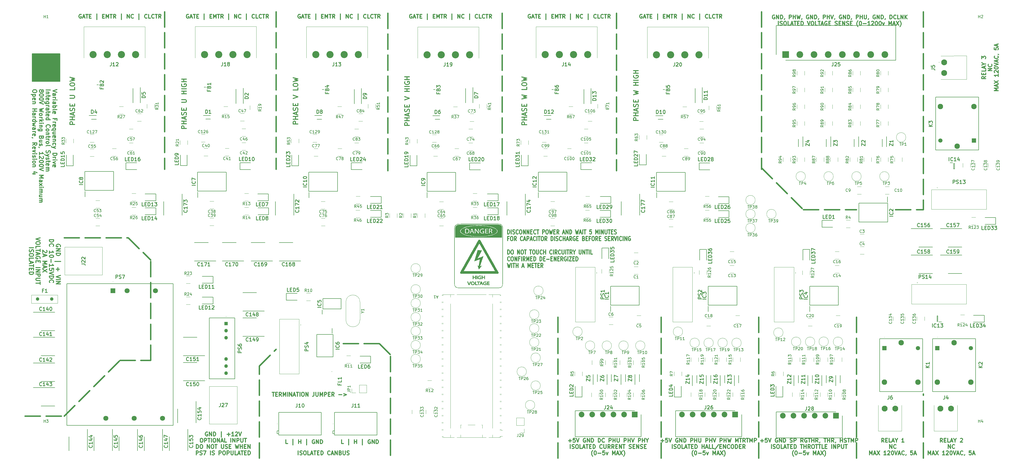
<source format=gbr>
%TF.GenerationSoftware,KiCad,Pcbnew,9.0.1*%
%TF.CreationDate,2025-12-19T01:31:40-08:00*%
%TF.ProjectId,ControlBoard,436f6e74-726f-46c4-926f-6172642e6b69,rev?*%
%TF.SameCoordinates,Original*%
%TF.FileFunction,Legend,Top*%
%TF.FilePolarity,Positive*%
%FSLAX46Y46*%
G04 Gerber Fmt 4.6, Leading zero omitted, Abs format (unit mm)*
G04 Created by KiCad (PCBNEW 9.0.1) date 2025-12-19 01:31:40*
%MOMM*%
%LPD*%
G01*
G04 APERTURE LIST*
%ADD10C,0.300000*%
%ADD11C,0.200000*%
%ADD12C,0.500000*%
%ADD13C,0.254000*%
%ADD14C,0.150000*%
%ADD15C,0.000000*%
%ADD16C,0.120000*%
%ADD17C,0.100000*%
%ADD18C,2.550000*%
%ADD19R,2.025000X2.025000*%
%ADD20C,2.025000*%
%ADD21C,2.100000*%
%ADD22C,1.217000*%
%ADD23R,1.500000X1.500000*%
%ADD24C,1.950000*%
%ADD25C,1.500000*%
%ADD26R,1.800000X1.800000*%
%ADD27C,1.800000*%
%ADD28R,2.400000X2.400000*%
%ADD29C,2.400000*%
%ADD30R,1.303000X1.303000*%
%ADD31C,1.303000*%
G04 APERTURE END LIST*
D10*
X197994987Y-84641038D02*
X197994987Y-83141038D01*
X197994987Y-83141038D02*
X198292606Y-83141038D01*
X198292606Y-83141038D02*
X198471177Y-83212467D01*
X198471177Y-83212467D02*
X198590225Y-83355324D01*
X198590225Y-83355324D02*
X198649748Y-83498181D01*
X198649748Y-83498181D02*
X198709272Y-83783895D01*
X198709272Y-83783895D02*
X198709272Y-83998181D01*
X198709272Y-83998181D02*
X198649748Y-84283895D01*
X198649748Y-84283895D02*
X198590225Y-84426752D01*
X198590225Y-84426752D02*
X198471177Y-84569610D01*
X198471177Y-84569610D02*
X198292606Y-84641038D01*
X198292606Y-84641038D02*
X197994987Y-84641038D01*
X199244987Y-84641038D02*
X199244987Y-83141038D01*
X199780701Y-84569610D02*
X199959272Y-84641038D01*
X199959272Y-84641038D02*
X200256891Y-84641038D01*
X200256891Y-84641038D02*
X200375939Y-84569610D01*
X200375939Y-84569610D02*
X200435463Y-84498181D01*
X200435463Y-84498181D02*
X200494986Y-84355324D01*
X200494986Y-84355324D02*
X200494986Y-84212467D01*
X200494986Y-84212467D02*
X200435463Y-84069610D01*
X200435463Y-84069610D02*
X200375939Y-83998181D01*
X200375939Y-83998181D02*
X200256891Y-83926752D01*
X200256891Y-83926752D02*
X200018796Y-83855324D01*
X200018796Y-83855324D02*
X199899748Y-83783895D01*
X199899748Y-83783895D02*
X199840225Y-83712467D01*
X199840225Y-83712467D02*
X199780701Y-83569610D01*
X199780701Y-83569610D02*
X199780701Y-83426752D01*
X199780701Y-83426752D02*
X199840225Y-83283895D01*
X199840225Y-83283895D02*
X199899748Y-83212467D01*
X199899748Y-83212467D02*
X200018796Y-83141038D01*
X200018796Y-83141038D02*
X200316415Y-83141038D01*
X200316415Y-83141038D02*
X200494986Y-83212467D01*
X201744986Y-84498181D02*
X201685462Y-84569610D01*
X201685462Y-84569610D02*
X201506891Y-84641038D01*
X201506891Y-84641038D02*
X201387843Y-84641038D01*
X201387843Y-84641038D02*
X201209272Y-84569610D01*
X201209272Y-84569610D02*
X201090224Y-84426752D01*
X201090224Y-84426752D02*
X201030701Y-84283895D01*
X201030701Y-84283895D02*
X200971177Y-83998181D01*
X200971177Y-83998181D02*
X200971177Y-83783895D01*
X200971177Y-83783895D02*
X201030701Y-83498181D01*
X201030701Y-83498181D02*
X201090224Y-83355324D01*
X201090224Y-83355324D02*
X201209272Y-83212467D01*
X201209272Y-83212467D02*
X201387843Y-83141038D01*
X201387843Y-83141038D02*
X201506891Y-83141038D01*
X201506891Y-83141038D02*
X201685462Y-83212467D01*
X201685462Y-83212467D02*
X201744986Y-83283895D01*
X202518796Y-83141038D02*
X202756891Y-83141038D01*
X202756891Y-83141038D02*
X202875939Y-83212467D01*
X202875939Y-83212467D02*
X202994986Y-83355324D01*
X202994986Y-83355324D02*
X203054510Y-83641038D01*
X203054510Y-83641038D02*
X203054510Y-84141038D01*
X203054510Y-84141038D02*
X202994986Y-84426752D01*
X202994986Y-84426752D02*
X202875939Y-84569610D01*
X202875939Y-84569610D02*
X202756891Y-84641038D01*
X202756891Y-84641038D02*
X202518796Y-84641038D01*
X202518796Y-84641038D02*
X202399748Y-84569610D01*
X202399748Y-84569610D02*
X202280701Y-84426752D01*
X202280701Y-84426752D02*
X202221177Y-84141038D01*
X202221177Y-84141038D02*
X202221177Y-83641038D01*
X202221177Y-83641038D02*
X202280701Y-83355324D01*
X202280701Y-83355324D02*
X202399748Y-83212467D01*
X202399748Y-83212467D02*
X202518796Y-83141038D01*
X203590225Y-84641038D02*
X203590225Y-83141038D01*
X203590225Y-83141038D02*
X204304510Y-84641038D01*
X204304510Y-84641038D02*
X204304510Y-83141038D01*
X204899749Y-84641038D02*
X204899749Y-83141038D01*
X204899749Y-83141038D02*
X205614034Y-84641038D01*
X205614034Y-84641038D02*
X205614034Y-83141038D01*
X206209273Y-83855324D02*
X206625939Y-83855324D01*
X206804511Y-84641038D02*
X206209273Y-84641038D01*
X206209273Y-84641038D02*
X206209273Y-83141038D01*
X206209273Y-83141038D02*
X206804511Y-83141038D01*
X208054510Y-84498181D02*
X207994986Y-84569610D01*
X207994986Y-84569610D02*
X207816415Y-84641038D01*
X207816415Y-84641038D02*
X207697367Y-84641038D01*
X207697367Y-84641038D02*
X207518796Y-84569610D01*
X207518796Y-84569610D02*
X207399748Y-84426752D01*
X207399748Y-84426752D02*
X207340225Y-84283895D01*
X207340225Y-84283895D02*
X207280701Y-83998181D01*
X207280701Y-83998181D02*
X207280701Y-83783895D01*
X207280701Y-83783895D02*
X207340225Y-83498181D01*
X207340225Y-83498181D02*
X207399748Y-83355324D01*
X207399748Y-83355324D02*
X207518796Y-83212467D01*
X207518796Y-83212467D02*
X207697367Y-83141038D01*
X207697367Y-83141038D02*
X207816415Y-83141038D01*
X207816415Y-83141038D02*
X207994986Y-83212467D01*
X207994986Y-83212467D02*
X208054510Y-83283895D01*
X208411653Y-83141038D02*
X209125939Y-83141038D01*
X208768796Y-84641038D02*
X208768796Y-83141038D01*
X210494987Y-84641038D02*
X210494987Y-83141038D01*
X210494987Y-83141038D02*
X210971177Y-83141038D01*
X210971177Y-83141038D02*
X211090225Y-83212467D01*
X211090225Y-83212467D02*
X211149748Y-83283895D01*
X211149748Y-83283895D02*
X211209272Y-83426752D01*
X211209272Y-83426752D02*
X211209272Y-83641038D01*
X211209272Y-83641038D02*
X211149748Y-83783895D01*
X211149748Y-83783895D02*
X211090225Y-83855324D01*
X211090225Y-83855324D02*
X210971177Y-83926752D01*
X210971177Y-83926752D02*
X210494987Y-83926752D01*
X211983082Y-83141038D02*
X212221177Y-83141038D01*
X212221177Y-83141038D02*
X212340225Y-83212467D01*
X212340225Y-83212467D02*
X212459272Y-83355324D01*
X212459272Y-83355324D02*
X212518796Y-83641038D01*
X212518796Y-83641038D02*
X212518796Y-84141038D01*
X212518796Y-84141038D02*
X212459272Y-84426752D01*
X212459272Y-84426752D02*
X212340225Y-84569610D01*
X212340225Y-84569610D02*
X212221177Y-84641038D01*
X212221177Y-84641038D02*
X211983082Y-84641038D01*
X211983082Y-84641038D02*
X211864034Y-84569610D01*
X211864034Y-84569610D02*
X211744987Y-84426752D01*
X211744987Y-84426752D02*
X211685463Y-84141038D01*
X211685463Y-84141038D02*
X211685463Y-83641038D01*
X211685463Y-83641038D02*
X211744987Y-83355324D01*
X211744987Y-83355324D02*
X211864034Y-83212467D01*
X211864034Y-83212467D02*
X211983082Y-83141038D01*
X212935463Y-83141038D02*
X213233082Y-84641038D01*
X213233082Y-84641038D02*
X213471177Y-83569610D01*
X213471177Y-83569610D02*
X213709272Y-84641038D01*
X213709272Y-84641038D02*
X214006892Y-83141038D01*
X214483082Y-83855324D02*
X214899748Y-83855324D01*
X215078320Y-84641038D02*
X214483082Y-84641038D01*
X214483082Y-84641038D02*
X214483082Y-83141038D01*
X214483082Y-83141038D02*
X215078320Y-83141038D01*
X216328319Y-84641038D02*
X215911653Y-83926752D01*
X215614034Y-84641038D02*
X215614034Y-83141038D01*
X215614034Y-83141038D02*
X216090224Y-83141038D01*
X216090224Y-83141038D02*
X216209272Y-83212467D01*
X216209272Y-83212467D02*
X216268795Y-83283895D01*
X216268795Y-83283895D02*
X216328319Y-83426752D01*
X216328319Y-83426752D02*
X216328319Y-83641038D01*
X216328319Y-83641038D02*
X216268795Y-83783895D01*
X216268795Y-83783895D02*
X216209272Y-83855324D01*
X216209272Y-83855324D02*
X216090224Y-83926752D01*
X216090224Y-83926752D02*
X215614034Y-83926752D01*
X217756891Y-84212467D02*
X218352129Y-84212467D01*
X217637843Y-84641038D02*
X218054510Y-83141038D01*
X218054510Y-83141038D02*
X218471176Y-84641038D01*
X218887844Y-84641038D02*
X218887844Y-83141038D01*
X218887844Y-83141038D02*
X219602129Y-84641038D01*
X219602129Y-84641038D02*
X219602129Y-83141038D01*
X220197368Y-84641038D02*
X220197368Y-83141038D01*
X220197368Y-83141038D02*
X220494987Y-83141038D01*
X220494987Y-83141038D02*
X220673558Y-83212467D01*
X220673558Y-83212467D02*
X220792606Y-83355324D01*
X220792606Y-83355324D02*
X220852129Y-83498181D01*
X220852129Y-83498181D02*
X220911653Y-83783895D01*
X220911653Y-83783895D02*
X220911653Y-83998181D01*
X220911653Y-83998181D02*
X220852129Y-84283895D01*
X220852129Y-84283895D02*
X220792606Y-84426752D01*
X220792606Y-84426752D02*
X220673558Y-84569610D01*
X220673558Y-84569610D02*
X220494987Y-84641038D01*
X220494987Y-84641038D02*
X220197368Y-84641038D01*
X222280701Y-83141038D02*
X222578320Y-84641038D01*
X222578320Y-84641038D02*
X222816415Y-83569610D01*
X222816415Y-83569610D02*
X223054510Y-84641038D01*
X223054510Y-84641038D02*
X223352130Y-83141038D01*
X223768796Y-84212467D02*
X224364034Y-84212467D01*
X223649748Y-84641038D02*
X224066415Y-83141038D01*
X224066415Y-83141038D02*
X224483081Y-84641038D01*
X224899749Y-84641038D02*
X224899749Y-83141038D01*
X225316415Y-83141038D02*
X226030701Y-83141038D01*
X225673558Y-84641038D02*
X225673558Y-83141038D01*
X227994987Y-83141038D02*
X227399749Y-83141038D01*
X227399749Y-83141038D02*
X227340225Y-83855324D01*
X227340225Y-83855324D02*
X227399749Y-83783895D01*
X227399749Y-83783895D02*
X227518796Y-83712467D01*
X227518796Y-83712467D02*
X227816415Y-83712467D01*
X227816415Y-83712467D02*
X227935463Y-83783895D01*
X227935463Y-83783895D02*
X227994987Y-83855324D01*
X227994987Y-83855324D02*
X228054510Y-83998181D01*
X228054510Y-83998181D02*
X228054510Y-84355324D01*
X228054510Y-84355324D02*
X227994987Y-84498181D01*
X227994987Y-84498181D02*
X227935463Y-84569610D01*
X227935463Y-84569610D02*
X227816415Y-84641038D01*
X227816415Y-84641038D02*
X227518796Y-84641038D01*
X227518796Y-84641038D02*
X227399749Y-84569610D01*
X227399749Y-84569610D02*
X227340225Y-84498181D01*
X229542606Y-84641038D02*
X229542606Y-83141038D01*
X229542606Y-83141038D02*
X229959272Y-84212467D01*
X229959272Y-84212467D02*
X230375939Y-83141038D01*
X230375939Y-83141038D02*
X230375939Y-84641038D01*
X230971177Y-84641038D02*
X230971177Y-83141038D01*
X231566415Y-84641038D02*
X231566415Y-83141038D01*
X231566415Y-83141038D02*
X232280700Y-84641038D01*
X232280700Y-84641038D02*
X232280700Y-83141038D01*
X232875939Y-83141038D02*
X232875939Y-84355324D01*
X232875939Y-84355324D02*
X232935462Y-84498181D01*
X232935462Y-84498181D02*
X232994986Y-84569610D01*
X232994986Y-84569610D02*
X233114034Y-84641038D01*
X233114034Y-84641038D02*
X233352129Y-84641038D01*
X233352129Y-84641038D02*
X233471177Y-84569610D01*
X233471177Y-84569610D02*
X233530700Y-84498181D01*
X233530700Y-84498181D02*
X233590224Y-84355324D01*
X233590224Y-84355324D02*
X233590224Y-83141038D01*
X234006891Y-83141038D02*
X234721177Y-83141038D01*
X234364034Y-84641038D02*
X234364034Y-83141038D01*
X235137844Y-83855324D02*
X235554510Y-83855324D01*
X235733082Y-84641038D02*
X235137844Y-84641038D01*
X235137844Y-84641038D02*
X235137844Y-83141038D01*
X235137844Y-83141038D02*
X235733082Y-83141038D01*
X236209272Y-84569610D02*
X236387843Y-84641038D01*
X236387843Y-84641038D02*
X236685462Y-84641038D01*
X236685462Y-84641038D02*
X236804510Y-84569610D01*
X236804510Y-84569610D02*
X236864034Y-84498181D01*
X236864034Y-84498181D02*
X236923557Y-84355324D01*
X236923557Y-84355324D02*
X236923557Y-84212467D01*
X236923557Y-84212467D02*
X236864034Y-84069610D01*
X236864034Y-84069610D02*
X236804510Y-83998181D01*
X236804510Y-83998181D02*
X236685462Y-83926752D01*
X236685462Y-83926752D02*
X236447367Y-83855324D01*
X236447367Y-83855324D02*
X236328319Y-83783895D01*
X236328319Y-83783895D02*
X236268796Y-83712467D01*
X236268796Y-83712467D02*
X236209272Y-83569610D01*
X236209272Y-83569610D02*
X236209272Y-83426752D01*
X236209272Y-83426752D02*
X236268796Y-83283895D01*
X236268796Y-83283895D02*
X236328319Y-83212467D01*
X236328319Y-83212467D02*
X236447367Y-83141038D01*
X236447367Y-83141038D02*
X236744986Y-83141038D01*
X236744986Y-83141038D02*
X236923557Y-83212467D01*
X198411653Y-86270240D02*
X197994987Y-86270240D01*
X197994987Y-87055954D02*
X197994987Y-85555954D01*
X197994987Y-85555954D02*
X198590225Y-85555954D01*
X199304511Y-85555954D02*
X199542606Y-85555954D01*
X199542606Y-85555954D02*
X199661654Y-85627383D01*
X199661654Y-85627383D02*
X199780701Y-85770240D01*
X199780701Y-85770240D02*
X199840225Y-86055954D01*
X199840225Y-86055954D02*
X199840225Y-86555954D01*
X199840225Y-86555954D02*
X199780701Y-86841668D01*
X199780701Y-86841668D02*
X199661654Y-86984526D01*
X199661654Y-86984526D02*
X199542606Y-87055954D01*
X199542606Y-87055954D02*
X199304511Y-87055954D01*
X199304511Y-87055954D02*
X199185463Y-86984526D01*
X199185463Y-86984526D02*
X199066416Y-86841668D01*
X199066416Y-86841668D02*
X199006892Y-86555954D01*
X199006892Y-86555954D02*
X199006892Y-86055954D01*
X199006892Y-86055954D02*
X199066416Y-85770240D01*
X199066416Y-85770240D02*
X199185463Y-85627383D01*
X199185463Y-85627383D02*
X199304511Y-85555954D01*
X201090225Y-87055954D02*
X200673559Y-86341668D01*
X200375940Y-87055954D02*
X200375940Y-85555954D01*
X200375940Y-85555954D02*
X200852130Y-85555954D01*
X200852130Y-85555954D02*
X200971178Y-85627383D01*
X200971178Y-85627383D02*
X201030701Y-85698811D01*
X201030701Y-85698811D02*
X201090225Y-85841668D01*
X201090225Y-85841668D02*
X201090225Y-86055954D01*
X201090225Y-86055954D02*
X201030701Y-86198811D01*
X201030701Y-86198811D02*
X200971178Y-86270240D01*
X200971178Y-86270240D02*
X200852130Y-86341668D01*
X200852130Y-86341668D02*
X200375940Y-86341668D01*
X203292606Y-86913097D02*
X203233082Y-86984526D01*
X203233082Y-86984526D02*
X203054511Y-87055954D01*
X203054511Y-87055954D02*
X202935463Y-87055954D01*
X202935463Y-87055954D02*
X202756892Y-86984526D01*
X202756892Y-86984526D02*
X202637844Y-86841668D01*
X202637844Y-86841668D02*
X202578321Y-86698811D01*
X202578321Y-86698811D02*
X202518797Y-86413097D01*
X202518797Y-86413097D02*
X202518797Y-86198811D01*
X202518797Y-86198811D02*
X202578321Y-85913097D01*
X202578321Y-85913097D02*
X202637844Y-85770240D01*
X202637844Y-85770240D02*
X202756892Y-85627383D01*
X202756892Y-85627383D02*
X202935463Y-85555954D01*
X202935463Y-85555954D02*
X203054511Y-85555954D01*
X203054511Y-85555954D02*
X203233082Y-85627383D01*
X203233082Y-85627383D02*
X203292606Y-85698811D01*
X203768797Y-86627383D02*
X204364035Y-86627383D01*
X203649749Y-87055954D02*
X204066416Y-85555954D01*
X204066416Y-85555954D02*
X204483082Y-87055954D01*
X204899750Y-87055954D02*
X204899750Y-85555954D01*
X204899750Y-85555954D02*
X205375940Y-85555954D01*
X205375940Y-85555954D02*
X205494988Y-85627383D01*
X205494988Y-85627383D02*
X205554511Y-85698811D01*
X205554511Y-85698811D02*
X205614035Y-85841668D01*
X205614035Y-85841668D02*
X205614035Y-86055954D01*
X205614035Y-86055954D02*
X205554511Y-86198811D01*
X205554511Y-86198811D02*
X205494988Y-86270240D01*
X205494988Y-86270240D02*
X205375940Y-86341668D01*
X205375940Y-86341668D02*
X204899750Y-86341668D01*
X206090226Y-86627383D02*
X206685464Y-86627383D01*
X205971178Y-87055954D02*
X206387845Y-85555954D01*
X206387845Y-85555954D02*
X206804511Y-87055954D01*
X207935464Y-86913097D02*
X207875940Y-86984526D01*
X207875940Y-86984526D02*
X207697369Y-87055954D01*
X207697369Y-87055954D02*
X207578321Y-87055954D01*
X207578321Y-87055954D02*
X207399750Y-86984526D01*
X207399750Y-86984526D02*
X207280702Y-86841668D01*
X207280702Y-86841668D02*
X207221179Y-86698811D01*
X207221179Y-86698811D02*
X207161655Y-86413097D01*
X207161655Y-86413097D02*
X207161655Y-86198811D01*
X207161655Y-86198811D02*
X207221179Y-85913097D01*
X207221179Y-85913097D02*
X207280702Y-85770240D01*
X207280702Y-85770240D02*
X207399750Y-85627383D01*
X207399750Y-85627383D02*
X207578321Y-85555954D01*
X207578321Y-85555954D02*
X207697369Y-85555954D01*
X207697369Y-85555954D02*
X207875940Y-85627383D01*
X207875940Y-85627383D02*
X207935464Y-85698811D01*
X208471179Y-87055954D02*
X208471179Y-85555954D01*
X208887845Y-85555954D02*
X209602131Y-85555954D01*
X209244988Y-87055954D02*
X209244988Y-85555954D01*
X210256893Y-85555954D02*
X210494988Y-85555954D01*
X210494988Y-85555954D02*
X210614036Y-85627383D01*
X210614036Y-85627383D02*
X210733083Y-85770240D01*
X210733083Y-85770240D02*
X210792607Y-86055954D01*
X210792607Y-86055954D02*
X210792607Y-86555954D01*
X210792607Y-86555954D02*
X210733083Y-86841668D01*
X210733083Y-86841668D02*
X210614036Y-86984526D01*
X210614036Y-86984526D02*
X210494988Y-87055954D01*
X210494988Y-87055954D02*
X210256893Y-87055954D01*
X210256893Y-87055954D02*
X210137845Y-86984526D01*
X210137845Y-86984526D02*
X210018798Y-86841668D01*
X210018798Y-86841668D02*
X209959274Y-86555954D01*
X209959274Y-86555954D02*
X209959274Y-86055954D01*
X209959274Y-86055954D02*
X210018798Y-85770240D01*
X210018798Y-85770240D02*
X210137845Y-85627383D01*
X210137845Y-85627383D02*
X210256893Y-85555954D01*
X212042607Y-87055954D02*
X211625941Y-86341668D01*
X211328322Y-87055954D02*
X211328322Y-85555954D01*
X211328322Y-85555954D02*
X211804512Y-85555954D01*
X211804512Y-85555954D02*
X211923560Y-85627383D01*
X211923560Y-85627383D02*
X211983083Y-85698811D01*
X211983083Y-85698811D02*
X212042607Y-85841668D01*
X212042607Y-85841668D02*
X212042607Y-86055954D01*
X212042607Y-86055954D02*
X211983083Y-86198811D01*
X211983083Y-86198811D02*
X211923560Y-86270240D01*
X211923560Y-86270240D02*
X211804512Y-86341668D01*
X211804512Y-86341668D02*
X211328322Y-86341668D01*
X213530703Y-87055954D02*
X213530703Y-85555954D01*
X213530703Y-85555954D02*
X213828322Y-85555954D01*
X213828322Y-85555954D02*
X214006893Y-85627383D01*
X214006893Y-85627383D02*
X214125941Y-85770240D01*
X214125941Y-85770240D02*
X214185464Y-85913097D01*
X214185464Y-85913097D02*
X214244988Y-86198811D01*
X214244988Y-86198811D02*
X214244988Y-86413097D01*
X214244988Y-86413097D02*
X214185464Y-86698811D01*
X214185464Y-86698811D02*
X214125941Y-86841668D01*
X214125941Y-86841668D02*
X214006893Y-86984526D01*
X214006893Y-86984526D02*
X213828322Y-87055954D01*
X213828322Y-87055954D02*
X213530703Y-87055954D01*
X214780703Y-87055954D02*
X214780703Y-85555954D01*
X215316417Y-86984526D02*
X215494988Y-87055954D01*
X215494988Y-87055954D02*
X215792607Y-87055954D01*
X215792607Y-87055954D02*
X215911655Y-86984526D01*
X215911655Y-86984526D02*
X215971179Y-86913097D01*
X215971179Y-86913097D02*
X216030702Y-86770240D01*
X216030702Y-86770240D02*
X216030702Y-86627383D01*
X216030702Y-86627383D02*
X215971179Y-86484526D01*
X215971179Y-86484526D02*
X215911655Y-86413097D01*
X215911655Y-86413097D02*
X215792607Y-86341668D01*
X215792607Y-86341668D02*
X215554512Y-86270240D01*
X215554512Y-86270240D02*
X215435464Y-86198811D01*
X215435464Y-86198811D02*
X215375941Y-86127383D01*
X215375941Y-86127383D02*
X215316417Y-85984526D01*
X215316417Y-85984526D02*
X215316417Y-85841668D01*
X215316417Y-85841668D02*
X215375941Y-85698811D01*
X215375941Y-85698811D02*
X215435464Y-85627383D01*
X215435464Y-85627383D02*
X215554512Y-85555954D01*
X215554512Y-85555954D02*
X215852131Y-85555954D01*
X215852131Y-85555954D02*
X216030702Y-85627383D01*
X217280702Y-86913097D02*
X217221178Y-86984526D01*
X217221178Y-86984526D02*
X217042607Y-87055954D01*
X217042607Y-87055954D02*
X216923559Y-87055954D01*
X216923559Y-87055954D02*
X216744988Y-86984526D01*
X216744988Y-86984526D02*
X216625940Y-86841668D01*
X216625940Y-86841668D02*
X216566417Y-86698811D01*
X216566417Y-86698811D02*
X216506893Y-86413097D01*
X216506893Y-86413097D02*
X216506893Y-86198811D01*
X216506893Y-86198811D02*
X216566417Y-85913097D01*
X216566417Y-85913097D02*
X216625940Y-85770240D01*
X216625940Y-85770240D02*
X216744988Y-85627383D01*
X216744988Y-85627383D02*
X216923559Y-85555954D01*
X216923559Y-85555954D02*
X217042607Y-85555954D01*
X217042607Y-85555954D02*
X217221178Y-85627383D01*
X217221178Y-85627383D02*
X217280702Y-85698811D01*
X217816417Y-87055954D02*
X217816417Y-85555954D01*
X217816417Y-86270240D02*
X218530702Y-86270240D01*
X218530702Y-87055954D02*
X218530702Y-85555954D01*
X219066417Y-86627383D02*
X219661655Y-86627383D01*
X218947369Y-87055954D02*
X219364036Y-85555954D01*
X219364036Y-85555954D02*
X219780702Y-87055954D01*
X220911655Y-87055954D02*
X220494989Y-86341668D01*
X220197370Y-87055954D02*
X220197370Y-85555954D01*
X220197370Y-85555954D02*
X220673560Y-85555954D01*
X220673560Y-85555954D02*
X220792608Y-85627383D01*
X220792608Y-85627383D02*
X220852131Y-85698811D01*
X220852131Y-85698811D02*
X220911655Y-85841668D01*
X220911655Y-85841668D02*
X220911655Y-86055954D01*
X220911655Y-86055954D02*
X220852131Y-86198811D01*
X220852131Y-86198811D02*
X220792608Y-86270240D01*
X220792608Y-86270240D02*
X220673560Y-86341668D01*
X220673560Y-86341668D02*
X220197370Y-86341668D01*
X222102131Y-85627383D02*
X221983084Y-85555954D01*
X221983084Y-85555954D02*
X221804512Y-85555954D01*
X221804512Y-85555954D02*
X221625941Y-85627383D01*
X221625941Y-85627383D02*
X221506893Y-85770240D01*
X221506893Y-85770240D02*
X221447370Y-85913097D01*
X221447370Y-85913097D02*
X221387846Y-86198811D01*
X221387846Y-86198811D02*
X221387846Y-86413097D01*
X221387846Y-86413097D02*
X221447370Y-86698811D01*
X221447370Y-86698811D02*
X221506893Y-86841668D01*
X221506893Y-86841668D02*
X221625941Y-86984526D01*
X221625941Y-86984526D02*
X221804512Y-87055954D01*
X221804512Y-87055954D02*
X221923560Y-87055954D01*
X221923560Y-87055954D02*
X222102131Y-86984526D01*
X222102131Y-86984526D02*
X222161655Y-86913097D01*
X222161655Y-86913097D02*
X222161655Y-86413097D01*
X222161655Y-86413097D02*
X221923560Y-86413097D01*
X222697370Y-86270240D02*
X223114036Y-86270240D01*
X223292608Y-87055954D02*
X222697370Y-87055954D01*
X222697370Y-87055954D02*
X222697370Y-85555954D01*
X222697370Y-85555954D02*
X223292608Y-85555954D01*
X225197369Y-86270240D02*
X225375941Y-86341668D01*
X225375941Y-86341668D02*
X225435464Y-86413097D01*
X225435464Y-86413097D02*
X225494988Y-86555954D01*
X225494988Y-86555954D02*
X225494988Y-86770240D01*
X225494988Y-86770240D02*
X225435464Y-86913097D01*
X225435464Y-86913097D02*
X225375941Y-86984526D01*
X225375941Y-86984526D02*
X225256893Y-87055954D01*
X225256893Y-87055954D02*
X224780703Y-87055954D01*
X224780703Y-87055954D02*
X224780703Y-85555954D01*
X224780703Y-85555954D02*
X225197369Y-85555954D01*
X225197369Y-85555954D02*
X225316417Y-85627383D01*
X225316417Y-85627383D02*
X225375941Y-85698811D01*
X225375941Y-85698811D02*
X225435464Y-85841668D01*
X225435464Y-85841668D02*
X225435464Y-85984526D01*
X225435464Y-85984526D02*
X225375941Y-86127383D01*
X225375941Y-86127383D02*
X225316417Y-86198811D01*
X225316417Y-86198811D02*
X225197369Y-86270240D01*
X225197369Y-86270240D02*
X224780703Y-86270240D01*
X226030703Y-86270240D02*
X226447369Y-86270240D01*
X226625941Y-87055954D02*
X226030703Y-87055954D01*
X226030703Y-87055954D02*
X226030703Y-85555954D01*
X226030703Y-85555954D02*
X226625941Y-85555954D01*
X227578321Y-86270240D02*
X227161655Y-86270240D01*
X227161655Y-87055954D02*
X227161655Y-85555954D01*
X227161655Y-85555954D02*
X227756893Y-85555954D01*
X228471179Y-85555954D02*
X228709274Y-85555954D01*
X228709274Y-85555954D02*
X228828322Y-85627383D01*
X228828322Y-85627383D02*
X228947369Y-85770240D01*
X228947369Y-85770240D02*
X229006893Y-86055954D01*
X229006893Y-86055954D02*
X229006893Y-86555954D01*
X229006893Y-86555954D02*
X228947369Y-86841668D01*
X228947369Y-86841668D02*
X228828322Y-86984526D01*
X228828322Y-86984526D02*
X228709274Y-87055954D01*
X228709274Y-87055954D02*
X228471179Y-87055954D01*
X228471179Y-87055954D02*
X228352131Y-86984526D01*
X228352131Y-86984526D02*
X228233084Y-86841668D01*
X228233084Y-86841668D02*
X228173560Y-86555954D01*
X228173560Y-86555954D02*
X228173560Y-86055954D01*
X228173560Y-86055954D02*
X228233084Y-85770240D01*
X228233084Y-85770240D02*
X228352131Y-85627383D01*
X228352131Y-85627383D02*
X228471179Y-85555954D01*
X230256893Y-87055954D02*
X229840227Y-86341668D01*
X229542608Y-87055954D02*
X229542608Y-85555954D01*
X229542608Y-85555954D02*
X230018798Y-85555954D01*
X230018798Y-85555954D02*
X230137846Y-85627383D01*
X230137846Y-85627383D02*
X230197369Y-85698811D01*
X230197369Y-85698811D02*
X230256893Y-85841668D01*
X230256893Y-85841668D02*
X230256893Y-86055954D01*
X230256893Y-86055954D02*
X230197369Y-86198811D01*
X230197369Y-86198811D02*
X230137846Y-86270240D01*
X230137846Y-86270240D02*
X230018798Y-86341668D01*
X230018798Y-86341668D02*
X229542608Y-86341668D01*
X230792608Y-86270240D02*
X231209274Y-86270240D01*
X231387846Y-87055954D02*
X230792608Y-87055954D01*
X230792608Y-87055954D02*
X230792608Y-85555954D01*
X230792608Y-85555954D02*
X231387846Y-85555954D01*
X232816417Y-86984526D02*
X232994988Y-87055954D01*
X232994988Y-87055954D02*
X233292607Y-87055954D01*
X233292607Y-87055954D02*
X233411655Y-86984526D01*
X233411655Y-86984526D02*
X233471179Y-86913097D01*
X233471179Y-86913097D02*
X233530702Y-86770240D01*
X233530702Y-86770240D02*
X233530702Y-86627383D01*
X233530702Y-86627383D02*
X233471179Y-86484526D01*
X233471179Y-86484526D02*
X233411655Y-86413097D01*
X233411655Y-86413097D02*
X233292607Y-86341668D01*
X233292607Y-86341668D02*
X233054512Y-86270240D01*
X233054512Y-86270240D02*
X232935464Y-86198811D01*
X232935464Y-86198811D02*
X232875941Y-86127383D01*
X232875941Y-86127383D02*
X232816417Y-85984526D01*
X232816417Y-85984526D02*
X232816417Y-85841668D01*
X232816417Y-85841668D02*
X232875941Y-85698811D01*
X232875941Y-85698811D02*
X232935464Y-85627383D01*
X232935464Y-85627383D02*
X233054512Y-85555954D01*
X233054512Y-85555954D02*
X233352131Y-85555954D01*
X233352131Y-85555954D02*
X233530702Y-85627383D01*
X234066417Y-86270240D02*
X234483083Y-86270240D01*
X234661655Y-87055954D02*
X234066417Y-87055954D01*
X234066417Y-87055954D02*
X234066417Y-85555954D01*
X234066417Y-85555954D02*
X234661655Y-85555954D01*
X235911654Y-87055954D02*
X235494988Y-86341668D01*
X235197369Y-87055954D02*
X235197369Y-85555954D01*
X235197369Y-85555954D02*
X235673559Y-85555954D01*
X235673559Y-85555954D02*
X235792607Y-85627383D01*
X235792607Y-85627383D02*
X235852130Y-85698811D01*
X235852130Y-85698811D02*
X235911654Y-85841668D01*
X235911654Y-85841668D02*
X235911654Y-86055954D01*
X235911654Y-86055954D02*
X235852130Y-86198811D01*
X235852130Y-86198811D02*
X235792607Y-86270240D01*
X235792607Y-86270240D02*
X235673559Y-86341668D01*
X235673559Y-86341668D02*
X235197369Y-86341668D01*
X236268797Y-85555954D02*
X236685464Y-87055954D01*
X236685464Y-87055954D02*
X237102130Y-85555954D01*
X237518798Y-87055954D02*
X237518798Y-85555954D01*
X238828321Y-86913097D02*
X238768797Y-86984526D01*
X238768797Y-86984526D02*
X238590226Y-87055954D01*
X238590226Y-87055954D02*
X238471178Y-87055954D01*
X238471178Y-87055954D02*
X238292607Y-86984526D01*
X238292607Y-86984526D02*
X238173559Y-86841668D01*
X238173559Y-86841668D02*
X238114036Y-86698811D01*
X238114036Y-86698811D02*
X238054512Y-86413097D01*
X238054512Y-86413097D02*
X238054512Y-86198811D01*
X238054512Y-86198811D02*
X238114036Y-85913097D01*
X238114036Y-85913097D02*
X238173559Y-85770240D01*
X238173559Y-85770240D02*
X238292607Y-85627383D01*
X238292607Y-85627383D02*
X238471178Y-85555954D01*
X238471178Y-85555954D02*
X238590226Y-85555954D01*
X238590226Y-85555954D02*
X238768797Y-85627383D01*
X238768797Y-85627383D02*
X238828321Y-85698811D01*
X239364036Y-87055954D02*
X239364036Y-85555954D01*
X239959274Y-87055954D02*
X239959274Y-85555954D01*
X239959274Y-85555954D02*
X240673559Y-87055954D01*
X240673559Y-87055954D02*
X240673559Y-85555954D01*
X241923559Y-85627383D02*
X241804512Y-85555954D01*
X241804512Y-85555954D02*
X241625940Y-85555954D01*
X241625940Y-85555954D02*
X241447369Y-85627383D01*
X241447369Y-85627383D02*
X241328321Y-85770240D01*
X241328321Y-85770240D02*
X241268798Y-85913097D01*
X241268798Y-85913097D02*
X241209274Y-86198811D01*
X241209274Y-86198811D02*
X241209274Y-86413097D01*
X241209274Y-86413097D02*
X241268798Y-86698811D01*
X241268798Y-86698811D02*
X241328321Y-86841668D01*
X241328321Y-86841668D02*
X241447369Y-86984526D01*
X241447369Y-86984526D02*
X241625940Y-87055954D01*
X241625940Y-87055954D02*
X241744988Y-87055954D01*
X241744988Y-87055954D02*
X241923559Y-86984526D01*
X241923559Y-86984526D02*
X241983083Y-86913097D01*
X241983083Y-86913097D02*
X241983083Y-86413097D01*
X241983083Y-86413097D02*
X241744988Y-86413097D01*
X197994987Y-91885786D02*
X197994987Y-90385786D01*
X197994987Y-90385786D02*
X198292606Y-90385786D01*
X198292606Y-90385786D02*
X198471177Y-90457215D01*
X198471177Y-90457215D02*
X198590225Y-90600072D01*
X198590225Y-90600072D02*
X198649748Y-90742929D01*
X198649748Y-90742929D02*
X198709272Y-91028643D01*
X198709272Y-91028643D02*
X198709272Y-91242929D01*
X198709272Y-91242929D02*
X198649748Y-91528643D01*
X198649748Y-91528643D02*
X198590225Y-91671500D01*
X198590225Y-91671500D02*
X198471177Y-91814358D01*
X198471177Y-91814358D02*
X198292606Y-91885786D01*
X198292606Y-91885786D02*
X197994987Y-91885786D01*
X199483082Y-90385786D02*
X199721177Y-90385786D01*
X199721177Y-90385786D02*
X199840225Y-90457215D01*
X199840225Y-90457215D02*
X199959272Y-90600072D01*
X199959272Y-90600072D02*
X200018796Y-90885786D01*
X200018796Y-90885786D02*
X200018796Y-91385786D01*
X200018796Y-91385786D02*
X199959272Y-91671500D01*
X199959272Y-91671500D02*
X199840225Y-91814358D01*
X199840225Y-91814358D02*
X199721177Y-91885786D01*
X199721177Y-91885786D02*
X199483082Y-91885786D01*
X199483082Y-91885786D02*
X199364034Y-91814358D01*
X199364034Y-91814358D02*
X199244987Y-91671500D01*
X199244987Y-91671500D02*
X199185463Y-91385786D01*
X199185463Y-91385786D02*
X199185463Y-90885786D01*
X199185463Y-90885786D02*
X199244987Y-90600072D01*
X199244987Y-90600072D02*
X199364034Y-90457215D01*
X199364034Y-90457215D02*
X199483082Y-90385786D01*
X201506892Y-91885786D02*
X201506892Y-90385786D01*
X201506892Y-90385786D02*
X202221177Y-91885786D01*
X202221177Y-91885786D02*
X202221177Y-90385786D01*
X203054511Y-90385786D02*
X203292606Y-90385786D01*
X203292606Y-90385786D02*
X203411654Y-90457215D01*
X203411654Y-90457215D02*
X203530701Y-90600072D01*
X203530701Y-90600072D02*
X203590225Y-90885786D01*
X203590225Y-90885786D02*
X203590225Y-91385786D01*
X203590225Y-91385786D02*
X203530701Y-91671500D01*
X203530701Y-91671500D02*
X203411654Y-91814358D01*
X203411654Y-91814358D02*
X203292606Y-91885786D01*
X203292606Y-91885786D02*
X203054511Y-91885786D01*
X203054511Y-91885786D02*
X202935463Y-91814358D01*
X202935463Y-91814358D02*
X202816416Y-91671500D01*
X202816416Y-91671500D02*
X202756892Y-91385786D01*
X202756892Y-91385786D02*
X202756892Y-90885786D01*
X202756892Y-90885786D02*
X202816416Y-90600072D01*
X202816416Y-90600072D02*
X202935463Y-90457215D01*
X202935463Y-90457215D02*
X203054511Y-90385786D01*
X203947368Y-90385786D02*
X204661654Y-90385786D01*
X204304511Y-91885786D02*
X204304511Y-90385786D01*
X205852130Y-90385786D02*
X206566416Y-90385786D01*
X206209273Y-91885786D02*
X206209273Y-90385786D01*
X207221178Y-90385786D02*
X207459273Y-90385786D01*
X207459273Y-90385786D02*
X207578321Y-90457215D01*
X207578321Y-90457215D02*
X207697368Y-90600072D01*
X207697368Y-90600072D02*
X207756892Y-90885786D01*
X207756892Y-90885786D02*
X207756892Y-91385786D01*
X207756892Y-91385786D02*
X207697368Y-91671500D01*
X207697368Y-91671500D02*
X207578321Y-91814358D01*
X207578321Y-91814358D02*
X207459273Y-91885786D01*
X207459273Y-91885786D02*
X207221178Y-91885786D01*
X207221178Y-91885786D02*
X207102130Y-91814358D01*
X207102130Y-91814358D02*
X206983083Y-91671500D01*
X206983083Y-91671500D02*
X206923559Y-91385786D01*
X206923559Y-91385786D02*
X206923559Y-90885786D01*
X206923559Y-90885786D02*
X206983083Y-90600072D01*
X206983083Y-90600072D02*
X207102130Y-90457215D01*
X207102130Y-90457215D02*
X207221178Y-90385786D01*
X208292607Y-90385786D02*
X208292607Y-91600072D01*
X208292607Y-91600072D02*
X208352130Y-91742929D01*
X208352130Y-91742929D02*
X208411654Y-91814358D01*
X208411654Y-91814358D02*
X208530702Y-91885786D01*
X208530702Y-91885786D02*
X208768797Y-91885786D01*
X208768797Y-91885786D02*
X208887845Y-91814358D01*
X208887845Y-91814358D02*
X208947368Y-91742929D01*
X208947368Y-91742929D02*
X209006892Y-91600072D01*
X209006892Y-91600072D02*
X209006892Y-90385786D01*
X210316416Y-91742929D02*
X210256892Y-91814358D01*
X210256892Y-91814358D02*
X210078321Y-91885786D01*
X210078321Y-91885786D02*
X209959273Y-91885786D01*
X209959273Y-91885786D02*
X209780702Y-91814358D01*
X209780702Y-91814358D02*
X209661654Y-91671500D01*
X209661654Y-91671500D02*
X209602131Y-91528643D01*
X209602131Y-91528643D02*
X209542607Y-91242929D01*
X209542607Y-91242929D02*
X209542607Y-91028643D01*
X209542607Y-91028643D02*
X209602131Y-90742929D01*
X209602131Y-90742929D02*
X209661654Y-90600072D01*
X209661654Y-90600072D02*
X209780702Y-90457215D01*
X209780702Y-90457215D02*
X209959273Y-90385786D01*
X209959273Y-90385786D02*
X210078321Y-90385786D01*
X210078321Y-90385786D02*
X210256892Y-90457215D01*
X210256892Y-90457215D02*
X210316416Y-90528643D01*
X210852131Y-91885786D02*
X210852131Y-90385786D01*
X210852131Y-91100072D02*
X211566416Y-91100072D01*
X211566416Y-91885786D02*
X211566416Y-90385786D01*
X213828321Y-91742929D02*
X213768797Y-91814358D01*
X213768797Y-91814358D02*
X213590226Y-91885786D01*
X213590226Y-91885786D02*
X213471178Y-91885786D01*
X213471178Y-91885786D02*
X213292607Y-91814358D01*
X213292607Y-91814358D02*
X213173559Y-91671500D01*
X213173559Y-91671500D02*
X213114036Y-91528643D01*
X213114036Y-91528643D02*
X213054512Y-91242929D01*
X213054512Y-91242929D02*
X213054512Y-91028643D01*
X213054512Y-91028643D02*
X213114036Y-90742929D01*
X213114036Y-90742929D02*
X213173559Y-90600072D01*
X213173559Y-90600072D02*
X213292607Y-90457215D01*
X213292607Y-90457215D02*
X213471178Y-90385786D01*
X213471178Y-90385786D02*
X213590226Y-90385786D01*
X213590226Y-90385786D02*
X213768797Y-90457215D01*
X213768797Y-90457215D02*
X213828321Y-90528643D01*
X214364036Y-91885786D02*
X214364036Y-90385786D01*
X215673559Y-91885786D02*
X215256893Y-91171500D01*
X214959274Y-91885786D02*
X214959274Y-90385786D01*
X214959274Y-90385786D02*
X215435464Y-90385786D01*
X215435464Y-90385786D02*
X215554512Y-90457215D01*
X215554512Y-90457215D02*
X215614035Y-90528643D01*
X215614035Y-90528643D02*
X215673559Y-90671500D01*
X215673559Y-90671500D02*
X215673559Y-90885786D01*
X215673559Y-90885786D02*
X215614035Y-91028643D01*
X215614035Y-91028643D02*
X215554512Y-91100072D01*
X215554512Y-91100072D02*
X215435464Y-91171500D01*
X215435464Y-91171500D02*
X214959274Y-91171500D01*
X216923559Y-91742929D02*
X216864035Y-91814358D01*
X216864035Y-91814358D02*
X216685464Y-91885786D01*
X216685464Y-91885786D02*
X216566416Y-91885786D01*
X216566416Y-91885786D02*
X216387845Y-91814358D01*
X216387845Y-91814358D02*
X216268797Y-91671500D01*
X216268797Y-91671500D02*
X216209274Y-91528643D01*
X216209274Y-91528643D02*
X216149750Y-91242929D01*
X216149750Y-91242929D02*
X216149750Y-91028643D01*
X216149750Y-91028643D02*
X216209274Y-90742929D01*
X216209274Y-90742929D02*
X216268797Y-90600072D01*
X216268797Y-90600072D02*
X216387845Y-90457215D01*
X216387845Y-90457215D02*
X216566416Y-90385786D01*
X216566416Y-90385786D02*
X216685464Y-90385786D01*
X216685464Y-90385786D02*
X216864035Y-90457215D01*
X216864035Y-90457215D02*
X216923559Y-90528643D01*
X217459274Y-90385786D02*
X217459274Y-91600072D01*
X217459274Y-91600072D02*
X217518797Y-91742929D01*
X217518797Y-91742929D02*
X217578321Y-91814358D01*
X217578321Y-91814358D02*
X217697369Y-91885786D01*
X217697369Y-91885786D02*
X217935464Y-91885786D01*
X217935464Y-91885786D02*
X218054512Y-91814358D01*
X218054512Y-91814358D02*
X218114035Y-91742929D01*
X218114035Y-91742929D02*
X218173559Y-91600072D01*
X218173559Y-91600072D02*
X218173559Y-90385786D01*
X218768798Y-91885786D02*
X218768798Y-90385786D01*
X219185464Y-90385786D02*
X219899750Y-90385786D01*
X219542607Y-91885786D02*
X219542607Y-90385786D01*
X221030702Y-91885786D02*
X220614036Y-91171500D01*
X220316417Y-91885786D02*
X220316417Y-90385786D01*
X220316417Y-90385786D02*
X220792607Y-90385786D01*
X220792607Y-90385786D02*
X220911655Y-90457215D01*
X220911655Y-90457215D02*
X220971178Y-90528643D01*
X220971178Y-90528643D02*
X221030702Y-90671500D01*
X221030702Y-90671500D02*
X221030702Y-90885786D01*
X221030702Y-90885786D02*
X220971178Y-91028643D01*
X220971178Y-91028643D02*
X220911655Y-91100072D01*
X220911655Y-91100072D02*
X220792607Y-91171500D01*
X220792607Y-91171500D02*
X220316417Y-91171500D01*
X221804512Y-91171500D02*
X221804512Y-91885786D01*
X221387845Y-90385786D02*
X221804512Y-91171500D01*
X221804512Y-91171500D02*
X222221178Y-90385786D01*
X223590227Y-90385786D02*
X223590227Y-91600072D01*
X223590227Y-91600072D02*
X223649750Y-91742929D01*
X223649750Y-91742929D02*
X223709274Y-91814358D01*
X223709274Y-91814358D02*
X223828322Y-91885786D01*
X223828322Y-91885786D02*
X224066417Y-91885786D01*
X224066417Y-91885786D02*
X224185465Y-91814358D01*
X224185465Y-91814358D02*
X224244988Y-91742929D01*
X224244988Y-91742929D02*
X224304512Y-91600072D01*
X224304512Y-91600072D02*
X224304512Y-90385786D01*
X224899751Y-91885786D02*
X224899751Y-90385786D01*
X224899751Y-90385786D02*
X225614036Y-91885786D01*
X225614036Y-91885786D02*
X225614036Y-90385786D01*
X226030703Y-90385786D02*
X226744989Y-90385786D01*
X226387846Y-91885786D02*
X226387846Y-90385786D01*
X227161656Y-91885786D02*
X227161656Y-90385786D01*
X228352132Y-91885786D02*
X227756894Y-91885786D01*
X227756894Y-91885786D02*
X227756894Y-90385786D01*
X198709272Y-94157845D02*
X198649748Y-94229274D01*
X198649748Y-94229274D02*
X198471177Y-94300702D01*
X198471177Y-94300702D02*
X198352129Y-94300702D01*
X198352129Y-94300702D02*
X198173558Y-94229274D01*
X198173558Y-94229274D02*
X198054510Y-94086416D01*
X198054510Y-94086416D02*
X197994987Y-93943559D01*
X197994987Y-93943559D02*
X197935463Y-93657845D01*
X197935463Y-93657845D02*
X197935463Y-93443559D01*
X197935463Y-93443559D02*
X197994987Y-93157845D01*
X197994987Y-93157845D02*
X198054510Y-93014988D01*
X198054510Y-93014988D02*
X198173558Y-92872131D01*
X198173558Y-92872131D02*
X198352129Y-92800702D01*
X198352129Y-92800702D02*
X198471177Y-92800702D01*
X198471177Y-92800702D02*
X198649748Y-92872131D01*
X198649748Y-92872131D02*
X198709272Y-92943559D01*
X199483082Y-92800702D02*
X199721177Y-92800702D01*
X199721177Y-92800702D02*
X199840225Y-92872131D01*
X199840225Y-92872131D02*
X199959272Y-93014988D01*
X199959272Y-93014988D02*
X200018796Y-93300702D01*
X200018796Y-93300702D02*
X200018796Y-93800702D01*
X200018796Y-93800702D02*
X199959272Y-94086416D01*
X199959272Y-94086416D02*
X199840225Y-94229274D01*
X199840225Y-94229274D02*
X199721177Y-94300702D01*
X199721177Y-94300702D02*
X199483082Y-94300702D01*
X199483082Y-94300702D02*
X199364034Y-94229274D01*
X199364034Y-94229274D02*
X199244987Y-94086416D01*
X199244987Y-94086416D02*
X199185463Y-93800702D01*
X199185463Y-93800702D02*
X199185463Y-93300702D01*
X199185463Y-93300702D02*
X199244987Y-93014988D01*
X199244987Y-93014988D02*
X199364034Y-92872131D01*
X199364034Y-92872131D02*
X199483082Y-92800702D01*
X200554511Y-94300702D02*
X200554511Y-92800702D01*
X200554511Y-92800702D02*
X201268796Y-94300702D01*
X201268796Y-94300702D02*
X201268796Y-92800702D01*
X202280701Y-93514988D02*
X201864035Y-93514988D01*
X201864035Y-94300702D02*
X201864035Y-92800702D01*
X201864035Y-92800702D02*
X202459273Y-92800702D01*
X202935464Y-94300702D02*
X202935464Y-92800702D01*
X204244987Y-94300702D02*
X203828321Y-93586416D01*
X203530702Y-94300702D02*
X203530702Y-92800702D01*
X203530702Y-92800702D02*
X204006892Y-92800702D01*
X204006892Y-92800702D02*
X204125940Y-92872131D01*
X204125940Y-92872131D02*
X204185463Y-92943559D01*
X204185463Y-92943559D02*
X204244987Y-93086416D01*
X204244987Y-93086416D02*
X204244987Y-93300702D01*
X204244987Y-93300702D02*
X204185463Y-93443559D01*
X204185463Y-93443559D02*
X204125940Y-93514988D01*
X204125940Y-93514988D02*
X204006892Y-93586416D01*
X204006892Y-93586416D02*
X203530702Y-93586416D01*
X204780702Y-94300702D02*
X204780702Y-92800702D01*
X204780702Y-92800702D02*
X205197368Y-93872131D01*
X205197368Y-93872131D02*
X205614035Y-92800702D01*
X205614035Y-92800702D02*
X205614035Y-94300702D01*
X206209273Y-93514988D02*
X206625939Y-93514988D01*
X206804511Y-94300702D02*
X206209273Y-94300702D01*
X206209273Y-94300702D02*
X206209273Y-92800702D01*
X206209273Y-92800702D02*
X206804511Y-92800702D01*
X207340225Y-94300702D02*
X207340225Y-92800702D01*
X207340225Y-92800702D02*
X207637844Y-92800702D01*
X207637844Y-92800702D02*
X207816415Y-92872131D01*
X207816415Y-92872131D02*
X207935463Y-93014988D01*
X207935463Y-93014988D02*
X207994986Y-93157845D01*
X207994986Y-93157845D02*
X208054510Y-93443559D01*
X208054510Y-93443559D02*
X208054510Y-93657845D01*
X208054510Y-93657845D02*
X207994986Y-93943559D01*
X207994986Y-93943559D02*
X207935463Y-94086416D01*
X207935463Y-94086416D02*
X207816415Y-94229274D01*
X207816415Y-94229274D02*
X207637844Y-94300702D01*
X207637844Y-94300702D02*
X207340225Y-94300702D01*
X209542606Y-94300702D02*
X209542606Y-92800702D01*
X209542606Y-92800702D02*
X209840225Y-92800702D01*
X209840225Y-92800702D02*
X210018796Y-92872131D01*
X210018796Y-92872131D02*
X210137844Y-93014988D01*
X210137844Y-93014988D02*
X210197367Y-93157845D01*
X210197367Y-93157845D02*
X210256891Y-93443559D01*
X210256891Y-93443559D02*
X210256891Y-93657845D01*
X210256891Y-93657845D02*
X210197367Y-93943559D01*
X210197367Y-93943559D02*
X210137844Y-94086416D01*
X210137844Y-94086416D02*
X210018796Y-94229274D01*
X210018796Y-94229274D02*
X209840225Y-94300702D01*
X209840225Y-94300702D02*
X209542606Y-94300702D01*
X210792606Y-93514988D02*
X211209272Y-93514988D01*
X211387844Y-94300702D02*
X210792606Y-94300702D01*
X210792606Y-94300702D02*
X210792606Y-92800702D01*
X210792606Y-92800702D02*
X211387844Y-92800702D01*
X211923558Y-93729274D02*
X212875939Y-93729274D01*
X213471177Y-93514988D02*
X213887843Y-93514988D01*
X214066415Y-94300702D02*
X213471177Y-94300702D01*
X213471177Y-94300702D02*
X213471177Y-92800702D01*
X213471177Y-92800702D02*
X214066415Y-92800702D01*
X214602129Y-94300702D02*
X214602129Y-92800702D01*
X214602129Y-92800702D02*
X215316414Y-94300702D01*
X215316414Y-94300702D02*
X215316414Y-92800702D01*
X215911653Y-93514988D02*
X216328319Y-93514988D01*
X216506891Y-94300702D02*
X215911653Y-94300702D01*
X215911653Y-94300702D02*
X215911653Y-92800702D01*
X215911653Y-92800702D02*
X216506891Y-92800702D01*
X217756890Y-94300702D02*
X217340224Y-93586416D01*
X217042605Y-94300702D02*
X217042605Y-92800702D01*
X217042605Y-92800702D02*
X217518795Y-92800702D01*
X217518795Y-92800702D02*
X217637843Y-92872131D01*
X217637843Y-92872131D02*
X217697366Y-92943559D01*
X217697366Y-92943559D02*
X217756890Y-93086416D01*
X217756890Y-93086416D02*
X217756890Y-93300702D01*
X217756890Y-93300702D02*
X217697366Y-93443559D01*
X217697366Y-93443559D02*
X217637843Y-93514988D01*
X217637843Y-93514988D02*
X217518795Y-93586416D01*
X217518795Y-93586416D02*
X217042605Y-93586416D01*
X218947366Y-92872131D02*
X218828319Y-92800702D01*
X218828319Y-92800702D02*
X218649747Y-92800702D01*
X218649747Y-92800702D02*
X218471176Y-92872131D01*
X218471176Y-92872131D02*
X218352128Y-93014988D01*
X218352128Y-93014988D02*
X218292605Y-93157845D01*
X218292605Y-93157845D02*
X218233081Y-93443559D01*
X218233081Y-93443559D02*
X218233081Y-93657845D01*
X218233081Y-93657845D02*
X218292605Y-93943559D01*
X218292605Y-93943559D02*
X218352128Y-94086416D01*
X218352128Y-94086416D02*
X218471176Y-94229274D01*
X218471176Y-94229274D02*
X218649747Y-94300702D01*
X218649747Y-94300702D02*
X218768795Y-94300702D01*
X218768795Y-94300702D02*
X218947366Y-94229274D01*
X218947366Y-94229274D02*
X219006890Y-94157845D01*
X219006890Y-94157845D02*
X219006890Y-93657845D01*
X219006890Y-93657845D02*
X218768795Y-93657845D01*
X219542605Y-94300702D02*
X219542605Y-92800702D01*
X220018795Y-92800702D02*
X220852128Y-92800702D01*
X220852128Y-92800702D02*
X220018795Y-94300702D01*
X220018795Y-94300702D02*
X220852128Y-94300702D01*
X221328319Y-93514988D02*
X221744985Y-93514988D01*
X221923557Y-94300702D02*
X221328319Y-94300702D01*
X221328319Y-94300702D02*
X221328319Y-92800702D01*
X221328319Y-92800702D02*
X221923557Y-92800702D01*
X222459271Y-94300702D02*
X222459271Y-92800702D01*
X222459271Y-92800702D02*
X222756890Y-92800702D01*
X222756890Y-92800702D02*
X222935461Y-92872131D01*
X222935461Y-92872131D02*
X223054509Y-93014988D01*
X223054509Y-93014988D02*
X223114032Y-93157845D01*
X223114032Y-93157845D02*
X223173556Y-93443559D01*
X223173556Y-93443559D02*
X223173556Y-93657845D01*
X223173556Y-93657845D02*
X223114032Y-93943559D01*
X223114032Y-93943559D02*
X223054509Y-94086416D01*
X223054509Y-94086416D02*
X222935461Y-94229274D01*
X222935461Y-94229274D02*
X222756890Y-94300702D01*
X222756890Y-94300702D02*
X222459271Y-94300702D01*
X197875939Y-95215618D02*
X198173558Y-96715618D01*
X198173558Y-96715618D02*
X198411653Y-95644190D01*
X198411653Y-95644190D02*
X198649748Y-96715618D01*
X198649748Y-96715618D02*
X198947368Y-95215618D01*
X199423558Y-96715618D02*
X199423558Y-95215618D01*
X199840224Y-95215618D02*
X200554510Y-95215618D01*
X200197367Y-96715618D02*
X200197367Y-95215618D01*
X200971177Y-96715618D02*
X200971177Y-95215618D01*
X200971177Y-95929904D02*
X201685462Y-95929904D01*
X201685462Y-96715618D02*
X201685462Y-95215618D01*
X203173558Y-96287047D02*
X203768796Y-96287047D01*
X203054510Y-96715618D02*
X203471177Y-95215618D01*
X203471177Y-95215618D02*
X203887843Y-96715618D01*
X205256892Y-96715618D02*
X205256892Y-95215618D01*
X205256892Y-95215618D02*
X205673558Y-96287047D01*
X205673558Y-96287047D02*
X206090225Y-95215618D01*
X206090225Y-95215618D02*
X206090225Y-96715618D01*
X206685463Y-95929904D02*
X207102129Y-95929904D01*
X207280701Y-96715618D02*
X206685463Y-96715618D01*
X206685463Y-96715618D02*
X206685463Y-95215618D01*
X206685463Y-95215618D02*
X207280701Y-95215618D01*
X207637843Y-95215618D02*
X208352129Y-95215618D01*
X207994986Y-96715618D02*
X207994986Y-95215618D01*
X208768796Y-95929904D02*
X209185462Y-95929904D01*
X209364034Y-96715618D02*
X208768796Y-96715618D01*
X208768796Y-96715618D02*
X208768796Y-95215618D01*
X208768796Y-95215618D02*
X209364034Y-95215618D01*
X210614033Y-96715618D02*
X210197367Y-96001332D01*
X209899748Y-96715618D02*
X209899748Y-95215618D01*
X209899748Y-95215618D02*
X210375938Y-95215618D01*
X210375938Y-95215618D02*
X210494986Y-95287047D01*
X210494986Y-95287047D02*
X210554509Y-95358475D01*
X210554509Y-95358475D02*
X210614033Y-95501332D01*
X210614033Y-95501332D02*
X210614033Y-95715618D01*
X210614033Y-95715618D02*
X210554509Y-95858475D01*
X210554509Y-95858475D02*
X210494986Y-95929904D01*
X210494986Y-95929904D02*
X210375938Y-96001332D01*
X210375938Y-96001332D02*
X209899748Y-96001332D01*
X36443919Y-32840225D02*
X34943919Y-33340225D01*
X34943919Y-33340225D02*
X36443919Y-33840225D01*
X34943919Y-34983082D02*
X35729633Y-34983082D01*
X35729633Y-34983082D02*
X35872490Y-34911653D01*
X35872490Y-34911653D02*
X35943919Y-34768796D01*
X35943919Y-34768796D02*
X35943919Y-34483082D01*
X35943919Y-34483082D02*
X35872490Y-34340224D01*
X35015348Y-34983082D02*
X34943919Y-34840224D01*
X34943919Y-34840224D02*
X34943919Y-34483082D01*
X34943919Y-34483082D02*
X35015348Y-34340224D01*
X35015348Y-34340224D02*
X35158205Y-34268796D01*
X35158205Y-34268796D02*
X35301062Y-34268796D01*
X35301062Y-34268796D02*
X35443919Y-34340224D01*
X35443919Y-34340224D02*
X35515348Y-34483082D01*
X35515348Y-34483082D02*
X35515348Y-34840224D01*
X35515348Y-34840224D02*
X35586776Y-34983082D01*
X34943919Y-35697367D02*
X35943919Y-35697367D01*
X35658205Y-35697367D02*
X35801062Y-35768796D01*
X35801062Y-35768796D02*
X35872490Y-35840225D01*
X35872490Y-35840225D02*
X35943919Y-35983082D01*
X35943919Y-35983082D02*
X35943919Y-36125939D01*
X34943919Y-36625938D02*
X35943919Y-36625938D01*
X36443919Y-36625938D02*
X36372490Y-36554510D01*
X36372490Y-36554510D02*
X36301062Y-36625938D01*
X36301062Y-36625938D02*
X36372490Y-36697367D01*
X36372490Y-36697367D02*
X36443919Y-36625938D01*
X36443919Y-36625938D02*
X36301062Y-36625938D01*
X34943919Y-37983082D02*
X35729633Y-37983082D01*
X35729633Y-37983082D02*
X35872490Y-37911653D01*
X35872490Y-37911653D02*
X35943919Y-37768796D01*
X35943919Y-37768796D02*
X35943919Y-37483082D01*
X35943919Y-37483082D02*
X35872490Y-37340224D01*
X35015348Y-37983082D02*
X34943919Y-37840224D01*
X34943919Y-37840224D02*
X34943919Y-37483082D01*
X34943919Y-37483082D02*
X35015348Y-37340224D01*
X35015348Y-37340224D02*
X35158205Y-37268796D01*
X35158205Y-37268796D02*
X35301062Y-37268796D01*
X35301062Y-37268796D02*
X35443919Y-37340224D01*
X35443919Y-37340224D02*
X35515348Y-37483082D01*
X35515348Y-37483082D02*
X35515348Y-37840224D01*
X35515348Y-37840224D02*
X35586776Y-37983082D01*
X34943919Y-38697367D02*
X36443919Y-38697367D01*
X35872490Y-38697367D02*
X35943919Y-38840225D01*
X35943919Y-38840225D02*
X35943919Y-39125939D01*
X35943919Y-39125939D02*
X35872490Y-39268796D01*
X35872490Y-39268796D02*
X35801062Y-39340225D01*
X35801062Y-39340225D02*
X35658205Y-39411653D01*
X35658205Y-39411653D02*
X35229633Y-39411653D01*
X35229633Y-39411653D02*
X35086776Y-39340225D01*
X35086776Y-39340225D02*
X35015348Y-39268796D01*
X35015348Y-39268796D02*
X34943919Y-39125939D01*
X34943919Y-39125939D02*
X34943919Y-38840225D01*
X34943919Y-38840225D02*
X35015348Y-38697367D01*
X34943919Y-40268796D02*
X35015348Y-40125939D01*
X35015348Y-40125939D02*
X35158205Y-40054510D01*
X35158205Y-40054510D02*
X36443919Y-40054510D01*
X35015348Y-41411653D02*
X34943919Y-41268796D01*
X34943919Y-41268796D02*
X34943919Y-40983082D01*
X34943919Y-40983082D02*
X35015348Y-40840224D01*
X35015348Y-40840224D02*
X35158205Y-40768796D01*
X35158205Y-40768796D02*
X35729633Y-40768796D01*
X35729633Y-40768796D02*
X35872490Y-40840224D01*
X35872490Y-40840224D02*
X35943919Y-40983082D01*
X35943919Y-40983082D02*
X35943919Y-41268796D01*
X35943919Y-41268796D02*
X35872490Y-41411653D01*
X35872490Y-41411653D02*
X35729633Y-41483082D01*
X35729633Y-41483082D02*
X35586776Y-41483082D01*
X35586776Y-41483082D02*
X35443919Y-40768796D01*
X35729633Y-43768795D02*
X35729633Y-43268795D01*
X34943919Y-43268795D02*
X36443919Y-43268795D01*
X36443919Y-43268795D02*
X36443919Y-43983081D01*
X34943919Y-44554509D02*
X35943919Y-44554509D01*
X35658205Y-44554509D02*
X35801062Y-44625938D01*
X35801062Y-44625938D02*
X35872490Y-44697367D01*
X35872490Y-44697367D02*
X35943919Y-44840224D01*
X35943919Y-44840224D02*
X35943919Y-44983081D01*
X35015348Y-46054509D02*
X34943919Y-45911652D01*
X34943919Y-45911652D02*
X34943919Y-45625938D01*
X34943919Y-45625938D02*
X35015348Y-45483080D01*
X35015348Y-45483080D02*
X35158205Y-45411652D01*
X35158205Y-45411652D02*
X35729633Y-45411652D01*
X35729633Y-45411652D02*
X35872490Y-45483080D01*
X35872490Y-45483080D02*
X35943919Y-45625938D01*
X35943919Y-45625938D02*
X35943919Y-45911652D01*
X35943919Y-45911652D02*
X35872490Y-46054509D01*
X35872490Y-46054509D02*
X35729633Y-46125938D01*
X35729633Y-46125938D02*
X35586776Y-46125938D01*
X35586776Y-46125938D02*
X35443919Y-45411652D01*
X35943919Y-47411652D02*
X34443919Y-47411652D01*
X35015348Y-47411652D02*
X34943919Y-47268794D01*
X34943919Y-47268794D02*
X34943919Y-46983080D01*
X34943919Y-46983080D02*
X35015348Y-46840223D01*
X35015348Y-46840223D02*
X35086776Y-46768794D01*
X35086776Y-46768794D02*
X35229633Y-46697366D01*
X35229633Y-46697366D02*
X35658205Y-46697366D01*
X35658205Y-46697366D02*
X35801062Y-46768794D01*
X35801062Y-46768794D02*
X35872490Y-46840223D01*
X35872490Y-46840223D02*
X35943919Y-46983080D01*
X35943919Y-46983080D02*
X35943919Y-47268794D01*
X35943919Y-47268794D02*
X35872490Y-47411652D01*
X35943919Y-48768795D02*
X34943919Y-48768795D01*
X35943919Y-48125937D02*
X35158205Y-48125937D01*
X35158205Y-48125937D02*
X35015348Y-48197366D01*
X35015348Y-48197366D02*
X34943919Y-48340223D01*
X34943919Y-48340223D02*
X34943919Y-48554509D01*
X34943919Y-48554509D02*
X35015348Y-48697366D01*
X35015348Y-48697366D02*
X35086776Y-48768795D01*
X35015348Y-50054509D02*
X34943919Y-49911652D01*
X34943919Y-49911652D02*
X34943919Y-49625938D01*
X34943919Y-49625938D02*
X35015348Y-49483080D01*
X35015348Y-49483080D02*
X35158205Y-49411652D01*
X35158205Y-49411652D02*
X35729633Y-49411652D01*
X35729633Y-49411652D02*
X35872490Y-49483080D01*
X35872490Y-49483080D02*
X35943919Y-49625938D01*
X35943919Y-49625938D02*
X35943919Y-49911652D01*
X35943919Y-49911652D02*
X35872490Y-50054509D01*
X35872490Y-50054509D02*
X35729633Y-50125938D01*
X35729633Y-50125938D02*
X35586776Y-50125938D01*
X35586776Y-50125938D02*
X35443919Y-49411652D01*
X35943919Y-50768794D02*
X34943919Y-50768794D01*
X35801062Y-50768794D02*
X35872490Y-50840223D01*
X35872490Y-50840223D02*
X35943919Y-50983080D01*
X35943919Y-50983080D02*
X35943919Y-51197366D01*
X35943919Y-51197366D02*
X35872490Y-51340223D01*
X35872490Y-51340223D02*
X35729633Y-51411652D01*
X35729633Y-51411652D02*
X34943919Y-51411652D01*
X35015348Y-52768795D02*
X34943919Y-52625937D01*
X34943919Y-52625937D02*
X34943919Y-52340223D01*
X34943919Y-52340223D02*
X35015348Y-52197366D01*
X35015348Y-52197366D02*
X35086776Y-52125937D01*
X35086776Y-52125937D02*
X35229633Y-52054509D01*
X35229633Y-52054509D02*
X35658205Y-52054509D01*
X35658205Y-52054509D02*
X35801062Y-52125937D01*
X35801062Y-52125937D02*
X35872490Y-52197366D01*
X35872490Y-52197366D02*
X35943919Y-52340223D01*
X35943919Y-52340223D02*
X35943919Y-52625937D01*
X35943919Y-52625937D02*
X35872490Y-52768795D01*
X35943919Y-53268794D02*
X34943919Y-53625937D01*
X35943919Y-53983080D02*
X34943919Y-53625937D01*
X34943919Y-53625937D02*
X34586776Y-53483080D01*
X34586776Y-53483080D02*
X34515348Y-53411651D01*
X34515348Y-53411651D02*
X34443919Y-53268794D01*
X34943919Y-55697365D02*
X36443919Y-55697365D01*
X36443919Y-55697365D02*
X36443919Y-56054508D01*
X36443919Y-56054508D02*
X36372490Y-56268794D01*
X36372490Y-56268794D02*
X36229633Y-56411651D01*
X36229633Y-56411651D02*
X36086776Y-56483080D01*
X36086776Y-56483080D02*
X35801062Y-56554508D01*
X35801062Y-56554508D02*
X35586776Y-56554508D01*
X35586776Y-56554508D02*
X35301062Y-56483080D01*
X35301062Y-56483080D02*
X35158205Y-56411651D01*
X35158205Y-56411651D02*
X35015348Y-56268794D01*
X35015348Y-56268794D02*
X34943919Y-56054508D01*
X34943919Y-56054508D02*
X34943919Y-55697365D01*
X34943919Y-57197365D02*
X35943919Y-57197365D01*
X35658205Y-57197365D02*
X35801062Y-57268794D01*
X35801062Y-57268794D02*
X35872490Y-57340223D01*
X35872490Y-57340223D02*
X35943919Y-57483080D01*
X35943919Y-57483080D02*
X35943919Y-57625937D01*
X34943919Y-58125936D02*
X35943919Y-58125936D01*
X36443919Y-58125936D02*
X36372490Y-58054508D01*
X36372490Y-58054508D02*
X36301062Y-58125936D01*
X36301062Y-58125936D02*
X36372490Y-58197365D01*
X36372490Y-58197365D02*
X36443919Y-58125936D01*
X36443919Y-58125936D02*
X36301062Y-58125936D01*
X35943919Y-58697365D02*
X34943919Y-59054508D01*
X34943919Y-59054508D02*
X35943919Y-59411651D01*
X35015348Y-60554508D02*
X34943919Y-60411651D01*
X34943919Y-60411651D02*
X34943919Y-60125937D01*
X34943919Y-60125937D02*
X35015348Y-59983079D01*
X35015348Y-59983079D02*
X35158205Y-59911651D01*
X35158205Y-59911651D02*
X35729633Y-59911651D01*
X35729633Y-59911651D02*
X35872490Y-59983079D01*
X35872490Y-59983079D02*
X35943919Y-60125937D01*
X35943919Y-60125937D02*
X35943919Y-60411651D01*
X35943919Y-60411651D02*
X35872490Y-60554508D01*
X35872490Y-60554508D02*
X35729633Y-60625937D01*
X35729633Y-60625937D02*
X35586776Y-60625937D01*
X35586776Y-60625937D02*
X35443919Y-59911651D01*
X32529003Y-33054510D02*
X34029003Y-33054510D01*
X33529003Y-33768796D02*
X32529003Y-33768796D01*
X33386146Y-33768796D02*
X33457574Y-33840225D01*
X33457574Y-33840225D02*
X33529003Y-33983082D01*
X33529003Y-33983082D02*
X33529003Y-34197368D01*
X33529003Y-34197368D02*
X33457574Y-34340225D01*
X33457574Y-34340225D02*
X33314717Y-34411654D01*
X33314717Y-34411654D02*
X32529003Y-34411654D01*
X33529003Y-34911654D02*
X33529003Y-35483082D01*
X34029003Y-35125939D02*
X32743289Y-35125939D01*
X32743289Y-35125939D02*
X32600432Y-35197368D01*
X32600432Y-35197368D02*
X32529003Y-35340225D01*
X32529003Y-35340225D02*
X32529003Y-35483082D01*
X32600432Y-36554511D02*
X32529003Y-36411654D01*
X32529003Y-36411654D02*
X32529003Y-36125940D01*
X32529003Y-36125940D02*
X32600432Y-35983082D01*
X32600432Y-35983082D02*
X32743289Y-35911654D01*
X32743289Y-35911654D02*
X33314717Y-35911654D01*
X33314717Y-35911654D02*
X33457574Y-35983082D01*
X33457574Y-35983082D02*
X33529003Y-36125940D01*
X33529003Y-36125940D02*
X33529003Y-36411654D01*
X33529003Y-36411654D02*
X33457574Y-36554511D01*
X33457574Y-36554511D02*
X33314717Y-36625940D01*
X33314717Y-36625940D02*
X33171860Y-36625940D01*
X33171860Y-36625940D02*
X33029003Y-35911654D01*
X33529003Y-37911654D02*
X32314717Y-37911654D01*
X32314717Y-37911654D02*
X32171860Y-37840225D01*
X32171860Y-37840225D02*
X32100432Y-37768796D01*
X32100432Y-37768796D02*
X32029003Y-37625939D01*
X32029003Y-37625939D02*
X32029003Y-37411654D01*
X32029003Y-37411654D02*
X32100432Y-37268796D01*
X32600432Y-37911654D02*
X32529003Y-37768796D01*
X32529003Y-37768796D02*
X32529003Y-37483082D01*
X32529003Y-37483082D02*
X32600432Y-37340225D01*
X32600432Y-37340225D02*
X32671860Y-37268796D01*
X32671860Y-37268796D02*
X32814717Y-37197368D01*
X32814717Y-37197368D02*
X33243289Y-37197368D01*
X33243289Y-37197368D02*
X33386146Y-37268796D01*
X33386146Y-37268796D02*
X33457574Y-37340225D01*
X33457574Y-37340225D02*
X33529003Y-37483082D01*
X33529003Y-37483082D02*
X33529003Y-37768796D01*
X33529003Y-37768796D02*
X33457574Y-37911654D01*
X32529003Y-38625939D02*
X33529003Y-38625939D01*
X33243289Y-38625939D02*
X33386146Y-38697368D01*
X33386146Y-38697368D02*
X33457574Y-38768797D01*
X33457574Y-38768797D02*
X33529003Y-38911654D01*
X33529003Y-38911654D02*
X33529003Y-39054511D01*
X32529003Y-40197368D02*
X33314717Y-40197368D01*
X33314717Y-40197368D02*
X33457574Y-40125939D01*
X33457574Y-40125939D02*
X33529003Y-39983082D01*
X33529003Y-39983082D02*
X33529003Y-39697368D01*
X33529003Y-39697368D02*
X33457574Y-39554510D01*
X32600432Y-40197368D02*
X32529003Y-40054510D01*
X32529003Y-40054510D02*
X32529003Y-39697368D01*
X32529003Y-39697368D02*
X32600432Y-39554510D01*
X32600432Y-39554510D02*
X32743289Y-39483082D01*
X32743289Y-39483082D02*
X32886146Y-39483082D01*
X32886146Y-39483082D02*
X33029003Y-39554510D01*
X33029003Y-39554510D02*
X33100432Y-39697368D01*
X33100432Y-39697368D02*
X33100432Y-40054510D01*
X33100432Y-40054510D02*
X33171860Y-40197368D01*
X33529003Y-40697368D02*
X33529003Y-41268796D01*
X34029003Y-40911653D02*
X32743289Y-40911653D01*
X32743289Y-40911653D02*
X32600432Y-40983082D01*
X32600432Y-40983082D02*
X32529003Y-41125939D01*
X32529003Y-41125939D02*
X32529003Y-41268796D01*
X32600432Y-42340225D02*
X32529003Y-42197368D01*
X32529003Y-42197368D02*
X32529003Y-41911654D01*
X32529003Y-41911654D02*
X32600432Y-41768796D01*
X32600432Y-41768796D02*
X32743289Y-41697368D01*
X32743289Y-41697368D02*
X33314717Y-41697368D01*
X33314717Y-41697368D02*
X33457574Y-41768796D01*
X33457574Y-41768796D02*
X33529003Y-41911654D01*
X33529003Y-41911654D02*
X33529003Y-42197368D01*
X33529003Y-42197368D02*
X33457574Y-42340225D01*
X33457574Y-42340225D02*
X33314717Y-42411654D01*
X33314717Y-42411654D02*
X33171860Y-42411654D01*
X33171860Y-42411654D02*
X33029003Y-41697368D01*
X32529003Y-43697368D02*
X34029003Y-43697368D01*
X32600432Y-43697368D02*
X32529003Y-43554510D01*
X32529003Y-43554510D02*
X32529003Y-43268796D01*
X32529003Y-43268796D02*
X32600432Y-43125939D01*
X32600432Y-43125939D02*
X32671860Y-43054510D01*
X32671860Y-43054510D02*
X32814717Y-42983082D01*
X32814717Y-42983082D02*
X33243289Y-42983082D01*
X33243289Y-42983082D02*
X33386146Y-43054510D01*
X33386146Y-43054510D02*
X33457574Y-43125939D01*
X33457574Y-43125939D02*
X33529003Y-43268796D01*
X33529003Y-43268796D02*
X33529003Y-43554510D01*
X33529003Y-43554510D02*
X33457574Y-43697368D01*
X32671860Y-46411653D02*
X32600432Y-46340225D01*
X32600432Y-46340225D02*
X32529003Y-46125939D01*
X32529003Y-46125939D02*
X32529003Y-45983082D01*
X32529003Y-45983082D02*
X32600432Y-45768796D01*
X32600432Y-45768796D02*
X32743289Y-45625939D01*
X32743289Y-45625939D02*
X32886146Y-45554510D01*
X32886146Y-45554510D02*
X33171860Y-45483082D01*
X33171860Y-45483082D02*
X33386146Y-45483082D01*
X33386146Y-45483082D02*
X33671860Y-45554510D01*
X33671860Y-45554510D02*
X33814717Y-45625939D01*
X33814717Y-45625939D02*
X33957574Y-45768796D01*
X33957574Y-45768796D02*
X34029003Y-45983082D01*
X34029003Y-45983082D02*
X34029003Y-46125939D01*
X34029003Y-46125939D02*
X33957574Y-46340225D01*
X33957574Y-46340225D02*
X33886146Y-46411653D01*
X32529003Y-47268796D02*
X32600432Y-47125939D01*
X32600432Y-47125939D02*
X32671860Y-47054510D01*
X32671860Y-47054510D02*
X32814717Y-46983082D01*
X32814717Y-46983082D02*
X33243289Y-46983082D01*
X33243289Y-46983082D02*
X33386146Y-47054510D01*
X33386146Y-47054510D02*
X33457574Y-47125939D01*
X33457574Y-47125939D02*
X33529003Y-47268796D01*
X33529003Y-47268796D02*
X33529003Y-47483082D01*
X33529003Y-47483082D02*
X33457574Y-47625939D01*
X33457574Y-47625939D02*
X33386146Y-47697368D01*
X33386146Y-47697368D02*
X33243289Y-47768796D01*
X33243289Y-47768796D02*
X32814717Y-47768796D01*
X32814717Y-47768796D02*
X32671860Y-47697368D01*
X32671860Y-47697368D02*
X32600432Y-47625939D01*
X32600432Y-47625939D02*
X32529003Y-47483082D01*
X32529003Y-47483082D02*
X32529003Y-47268796D01*
X33529003Y-48411653D02*
X32529003Y-48411653D01*
X33386146Y-48411653D02*
X33457574Y-48483082D01*
X33457574Y-48483082D02*
X33529003Y-48625939D01*
X33529003Y-48625939D02*
X33529003Y-48840225D01*
X33529003Y-48840225D02*
X33457574Y-48983082D01*
X33457574Y-48983082D02*
X33314717Y-49054511D01*
X33314717Y-49054511D02*
X32529003Y-49054511D01*
X33529003Y-49554511D02*
X33529003Y-50125939D01*
X34029003Y-49768796D02*
X32743289Y-49768796D01*
X32743289Y-49768796D02*
X32600432Y-49840225D01*
X32600432Y-49840225D02*
X32529003Y-49983082D01*
X32529003Y-49983082D02*
X32529003Y-50125939D01*
X32529003Y-50625939D02*
X33529003Y-50625939D01*
X33243289Y-50625939D02*
X33386146Y-50697368D01*
X33386146Y-50697368D02*
X33457574Y-50768797D01*
X33457574Y-50768797D02*
X33529003Y-50911654D01*
X33529003Y-50911654D02*
X33529003Y-51054511D01*
X32529003Y-51768796D02*
X32600432Y-51625939D01*
X32600432Y-51625939D02*
X32671860Y-51554510D01*
X32671860Y-51554510D02*
X32814717Y-51483082D01*
X32814717Y-51483082D02*
X33243289Y-51483082D01*
X33243289Y-51483082D02*
X33386146Y-51554510D01*
X33386146Y-51554510D02*
X33457574Y-51625939D01*
X33457574Y-51625939D02*
X33529003Y-51768796D01*
X33529003Y-51768796D02*
X33529003Y-51983082D01*
X33529003Y-51983082D02*
X33457574Y-52125939D01*
X33457574Y-52125939D02*
X33386146Y-52197368D01*
X33386146Y-52197368D02*
X33243289Y-52268796D01*
X33243289Y-52268796D02*
X32814717Y-52268796D01*
X32814717Y-52268796D02*
X32671860Y-52197368D01*
X32671860Y-52197368D02*
X32600432Y-52125939D01*
X32600432Y-52125939D02*
X32529003Y-51983082D01*
X32529003Y-51983082D02*
X32529003Y-51768796D01*
X32529003Y-53125939D02*
X32600432Y-52983082D01*
X32600432Y-52983082D02*
X32743289Y-52911653D01*
X32743289Y-52911653D02*
X34029003Y-52911653D01*
X32600432Y-54768796D02*
X32529003Y-54983082D01*
X32529003Y-54983082D02*
X32529003Y-55340224D01*
X32529003Y-55340224D02*
X32600432Y-55483082D01*
X32600432Y-55483082D02*
X32671860Y-55554510D01*
X32671860Y-55554510D02*
X32814717Y-55625939D01*
X32814717Y-55625939D02*
X32957574Y-55625939D01*
X32957574Y-55625939D02*
X33100432Y-55554510D01*
X33100432Y-55554510D02*
X33171860Y-55483082D01*
X33171860Y-55483082D02*
X33243289Y-55340224D01*
X33243289Y-55340224D02*
X33314717Y-55054510D01*
X33314717Y-55054510D02*
X33386146Y-54911653D01*
X33386146Y-54911653D02*
X33457574Y-54840224D01*
X33457574Y-54840224D02*
X33600432Y-54768796D01*
X33600432Y-54768796D02*
X33743289Y-54768796D01*
X33743289Y-54768796D02*
X33886146Y-54840224D01*
X33886146Y-54840224D02*
X33957574Y-54911653D01*
X33957574Y-54911653D02*
X34029003Y-55054510D01*
X34029003Y-55054510D02*
X34029003Y-55411653D01*
X34029003Y-55411653D02*
X33957574Y-55625939D01*
X33529003Y-56125938D02*
X32529003Y-56483081D01*
X33529003Y-56840224D02*
X32529003Y-56483081D01*
X32529003Y-56483081D02*
X32171860Y-56340224D01*
X32171860Y-56340224D02*
X32100432Y-56268795D01*
X32100432Y-56268795D02*
X32029003Y-56125938D01*
X32600432Y-57340224D02*
X32529003Y-57483081D01*
X32529003Y-57483081D02*
X32529003Y-57768795D01*
X32529003Y-57768795D02*
X32600432Y-57911652D01*
X32600432Y-57911652D02*
X32743289Y-57983081D01*
X32743289Y-57983081D02*
X32814717Y-57983081D01*
X32814717Y-57983081D02*
X32957574Y-57911652D01*
X32957574Y-57911652D02*
X33029003Y-57768795D01*
X33029003Y-57768795D02*
X33029003Y-57554510D01*
X33029003Y-57554510D02*
X33100432Y-57411652D01*
X33100432Y-57411652D02*
X33243289Y-57340224D01*
X33243289Y-57340224D02*
X33314717Y-57340224D01*
X33314717Y-57340224D02*
X33457574Y-57411652D01*
X33457574Y-57411652D02*
X33529003Y-57554510D01*
X33529003Y-57554510D02*
X33529003Y-57768795D01*
X33529003Y-57768795D02*
X33457574Y-57911652D01*
X33529003Y-58411653D02*
X33529003Y-58983081D01*
X34029003Y-58625938D02*
X32743289Y-58625938D01*
X32743289Y-58625938D02*
X32600432Y-58697367D01*
X32600432Y-58697367D02*
X32529003Y-58840224D01*
X32529003Y-58840224D02*
X32529003Y-58983081D01*
X32600432Y-60054510D02*
X32529003Y-59911653D01*
X32529003Y-59911653D02*
X32529003Y-59625939D01*
X32529003Y-59625939D02*
X32600432Y-59483081D01*
X32600432Y-59483081D02*
X32743289Y-59411653D01*
X32743289Y-59411653D02*
X33314717Y-59411653D01*
X33314717Y-59411653D02*
X33457574Y-59483081D01*
X33457574Y-59483081D02*
X33529003Y-59625939D01*
X33529003Y-59625939D02*
X33529003Y-59911653D01*
X33529003Y-59911653D02*
X33457574Y-60054510D01*
X33457574Y-60054510D02*
X33314717Y-60125939D01*
X33314717Y-60125939D02*
X33171860Y-60125939D01*
X33171860Y-60125939D02*
X33029003Y-59411653D01*
X32529003Y-60768795D02*
X33529003Y-60768795D01*
X33386146Y-60768795D02*
X33457574Y-60840224D01*
X33457574Y-60840224D02*
X33529003Y-60983081D01*
X33529003Y-60983081D02*
X33529003Y-61197367D01*
X33529003Y-61197367D02*
X33457574Y-61340224D01*
X33457574Y-61340224D02*
X33314717Y-61411653D01*
X33314717Y-61411653D02*
X32529003Y-61411653D01*
X33314717Y-61411653D02*
X33457574Y-61483081D01*
X33457574Y-61483081D02*
X33529003Y-61625938D01*
X33529003Y-61625938D02*
X33529003Y-61840224D01*
X33529003Y-61840224D02*
X33457574Y-61983081D01*
X33457574Y-61983081D02*
X33314717Y-62054510D01*
X33314717Y-62054510D02*
X32529003Y-62054510D01*
X30971230Y-33268796D02*
X31042658Y-33125939D01*
X31042658Y-33125939D02*
X31114087Y-33054510D01*
X31114087Y-33054510D02*
X31256944Y-32983082D01*
X31256944Y-32983082D02*
X31328373Y-32983082D01*
X31328373Y-32983082D02*
X31471230Y-33054510D01*
X31471230Y-33054510D02*
X31542658Y-33125939D01*
X31542658Y-33125939D02*
X31614087Y-33268796D01*
X31614087Y-33268796D02*
X31614087Y-33554510D01*
X31614087Y-33554510D02*
X31542658Y-33697368D01*
X31542658Y-33697368D02*
X31471230Y-33768796D01*
X31471230Y-33768796D02*
X31328373Y-33840225D01*
X31328373Y-33840225D02*
X31256944Y-33840225D01*
X31256944Y-33840225D02*
X31114087Y-33768796D01*
X31114087Y-33768796D02*
X31042658Y-33697368D01*
X31042658Y-33697368D02*
X30971230Y-33554510D01*
X30971230Y-33554510D02*
X30971230Y-33268796D01*
X30971230Y-33268796D02*
X30899801Y-33125939D01*
X30899801Y-33125939D02*
X30828373Y-33054510D01*
X30828373Y-33054510D02*
X30685516Y-32983082D01*
X30685516Y-32983082D02*
X30399801Y-32983082D01*
X30399801Y-32983082D02*
X30256944Y-33054510D01*
X30256944Y-33054510D02*
X30185516Y-33125939D01*
X30185516Y-33125939D02*
X30114087Y-33268796D01*
X30114087Y-33268796D02*
X30114087Y-33554510D01*
X30114087Y-33554510D02*
X30185516Y-33697368D01*
X30185516Y-33697368D02*
X30256944Y-33768796D01*
X30256944Y-33768796D02*
X30399801Y-33840225D01*
X30399801Y-33840225D02*
X30685516Y-33840225D01*
X30685516Y-33840225D02*
X30828373Y-33768796D01*
X30828373Y-33768796D02*
X30899801Y-33697368D01*
X30899801Y-33697368D02*
X30971230Y-33554510D01*
X31614087Y-34768796D02*
X31614087Y-34911653D01*
X31614087Y-34911653D02*
X31542658Y-35054510D01*
X31542658Y-35054510D02*
X31471230Y-35125939D01*
X31471230Y-35125939D02*
X31328373Y-35197367D01*
X31328373Y-35197367D02*
X31042658Y-35268796D01*
X31042658Y-35268796D02*
X30685516Y-35268796D01*
X30685516Y-35268796D02*
X30399801Y-35197367D01*
X30399801Y-35197367D02*
X30256944Y-35125939D01*
X30256944Y-35125939D02*
X30185516Y-35054510D01*
X30185516Y-35054510D02*
X30114087Y-34911653D01*
X30114087Y-34911653D02*
X30114087Y-34768796D01*
X30114087Y-34768796D02*
X30185516Y-34625939D01*
X30185516Y-34625939D02*
X30256944Y-34554510D01*
X30256944Y-34554510D02*
X30399801Y-34483081D01*
X30399801Y-34483081D02*
X30685516Y-34411653D01*
X30685516Y-34411653D02*
X31042658Y-34411653D01*
X31042658Y-34411653D02*
X31328373Y-34483081D01*
X31328373Y-34483081D02*
X31471230Y-34554510D01*
X31471230Y-34554510D02*
X31542658Y-34625939D01*
X31542658Y-34625939D02*
X31614087Y-34768796D01*
X31614087Y-36197367D02*
X31614087Y-36340224D01*
X31614087Y-36340224D02*
X31542658Y-36483081D01*
X31542658Y-36483081D02*
X31471230Y-36554510D01*
X31471230Y-36554510D02*
X31328373Y-36625938D01*
X31328373Y-36625938D02*
X31042658Y-36697367D01*
X31042658Y-36697367D02*
X30685516Y-36697367D01*
X30685516Y-36697367D02*
X30399801Y-36625938D01*
X30399801Y-36625938D02*
X30256944Y-36554510D01*
X30256944Y-36554510D02*
X30185516Y-36483081D01*
X30185516Y-36483081D02*
X30114087Y-36340224D01*
X30114087Y-36340224D02*
X30114087Y-36197367D01*
X30114087Y-36197367D02*
X30185516Y-36054510D01*
X30185516Y-36054510D02*
X30256944Y-35983081D01*
X30256944Y-35983081D02*
X30399801Y-35911652D01*
X30399801Y-35911652D02*
X30685516Y-35840224D01*
X30685516Y-35840224D02*
X31042658Y-35840224D01*
X31042658Y-35840224D02*
X31328373Y-35911652D01*
X31328373Y-35911652D02*
X31471230Y-35983081D01*
X31471230Y-35983081D02*
X31542658Y-36054510D01*
X31542658Y-36054510D02*
X31614087Y-36197367D01*
X31614087Y-37125938D02*
X30114087Y-37625938D01*
X30114087Y-37625938D02*
X31614087Y-38125938D01*
X31614087Y-39625937D02*
X30114087Y-39983080D01*
X30114087Y-39983080D02*
X31185516Y-40268794D01*
X31185516Y-40268794D02*
X30114087Y-40554509D01*
X30114087Y-40554509D02*
X31614087Y-40911652D01*
X30114087Y-41697366D02*
X30185516Y-41554509D01*
X30185516Y-41554509D02*
X30256944Y-41483080D01*
X30256944Y-41483080D02*
X30399801Y-41411652D01*
X30399801Y-41411652D02*
X30828373Y-41411652D01*
X30828373Y-41411652D02*
X30971230Y-41483080D01*
X30971230Y-41483080D02*
X31042658Y-41554509D01*
X31042658Y-41554509D02*
X31114087Y-41697366D01*
X31114087Y-41697366D02*
X31114087Y-41911652D01*
X31114087Y-41911652D02*
X31042658Y-42054509D01*
X31042658Y-42054509D02*
X30971230Y-42125938D01*
X30971230Y-42125938D02*
X30828373Y-42197366D01*
X30828373Y-42197366D02*
X30399801Y-42197366D01*
X30399801Y-42197366D02*
X30256944Y-42125938D01*
X30256944Y-42125938D02*
X30185516Y-42054509D01*
X30185516Y-42054509D02*
X30114087Y-41911652D01*
X30114087Y-41911652D02*
X30114087Y-41697366D01*
X30114087Y-42840223D02*
X31114087Y-42840223D01*
X30828373Y-42840223D02*
X30971230Y-42911652D01*
X30971230Y-42911652D02*
X31042658Y-42983081D01*
X31042658Y-42983081D02*
X31114087Y-43125938D01*
X31114087Y-43125938D02*
X31114087Y-43268795D01*
X30114087Y-43768794D02*
X31614087Y-43768794D01*
X30685516Y-43911652D02*
X30114087Y-44340223D01*
X31114087Y-44340223D02*
X30542658Y-43768794D01*
X30114087Y-44983080D02*
X31114087Y-44983080D01*
X31614087Y-44983080D02*
X31542658Y-44911652D01*
X31542658Y-44911652D02*
X31471230Y-44983080D01*
X31471230Y-44983080D02*
X31542658Y-45054509D01*
X31542658Y-45054509D02*
X31614087Y-44983080D01*
X31614087Y-44983080D02*
X31471230Y-44983080D01*
X31114087Y-45697366D02*
X30114087Y-45697366D01*
X30971230Y-45697366D02*
X31042658Y-45768795D01*
X31042658Y-45768795D02*
X31114087Y-45911652D01*
X31114087Y-45911652D02*
X31114087Y-46125938D01*
X31114087Y-46125938D02*
X31042658Y-46268795D01*
X31042658Y-46268795D02*
X30899801Y-46340224D01*
X30899801Y-46340224D02*
X30114087Y-46340224D01*
X31114087Y-47697367D02*
X29899801Y-47697367D01*
X29899801Y-47697367D02*
X29756944Y-47625938D01*
X29756944Y-47625938D02*
X29685516Y-47554509D01*
X29685516Y-47554509D02*
X29614087Y-47411652D01*
X29614087Y-47411652D02*
X29614087Y-47197367D01*
X29614087Y-47197367D02*
X29685516Y-47054509D01*
X30185516Y-47697367D02*
X30114087Y-47554509D01*
X30114087Y-47554509D02*
X30114087Y-47268795D01*
X30114087Y-47268795D02*
X30185516Y-47125938D01*
X30185516Y-47125938D02*
X30256944Y-47054509D01*
X30256944Y-47054509D02*
X30399801Y-46983081D01*
X30399801Y-46983081D02*
X30828373Y-46983081D01*
X30828373Y-46983081D02*
X30971230Y-47054509D01*
X30971230Y-47054509D02*
X31042658Y-47125938D01*
X31042658Y-47125938D02*
X31114087Y-47268795D01*
X31114087Y-47268795D02*
X31114087Y-47554509D01*
X31114087Y-47554509D02*
X31042658Y-47697367D01*
X30899801Y-50054509D02*
X30828373Y-50268795D01*
X30828373Y-50268795D02*
X30756944Y-50340224D01*
X30756944Y-50340224D02*
X30614087Y-50411652D01*
X30614087Y-50411652D02*
X30399801Y-50411652D01*
X30399801Y-50411652D02*
X30256944Y-50340224D01*
X30256944Y-50340224D02*
X30185516Y-50268795D01*
X30185516Y-50268795D02*
X30114087Y-50125938D01*
X30114087Y-50125938D02*
X30114087Y-49554509D01*
X30114087Y-49554509D02*
X31614087Y-49554509D01*
X31614087Y-49554509D02*
X31614087Y-50054509D01*
X31614087Y-50054509D02*
X31542658Y-50197367D01*
X31542658Y-50197367D02*
X31471230Y-50268795D01*
X31471230Y-50268795D02*
X31328373Y-50340224D01*
X31328373Y-50340224D02*
X31185516Y-50340224D01*
X31185516Y-50340224D02*
X31042658Y-50268795D01*
X31042658Y-50268795D02*
X30971230Y-50197367D01*
X30971230Y-50197367D02*
X30899801Y-50054509D01*
X30899801Y-50054509D02*
X30899801Y-49554509D01*
X31114087Y-51697367D02*
X30114087Y-51697367D01*
X31114087Y-51054509D02*
X30328373Y-51054509D01*
X30328373Y-51054509D02*
X30185516Y-51125938D01*
X30185516Y-51125938D02*
X30114087Y-51268795D01*
X30114087Y-51268795D02*
X30114087Y-51483081D01*
X30114087Y-51483081D02*
X30185516Y-51625938D01*
X30185516Y-51625938D02*
X30256944Y-51697367D01*
X30185516Y-52340224D02*
X30114087Y-52483081D01*
X30114087Y-52483081D02*
X30114087Y-52768795D01*
X30114087Y-52768795D02*
X30185516Y-52911652D01*
X30185516Y-52911652D02*
X30328373Y-52983081D01*
X30328373Y-52983081D02*
X30399801Y-52983081D01*
X30399801Y-52983081D02*
X30542658Y-52911652D01*
X30542658Y-52911652D02*
X30614087Y-52768795D01*
X30614087Y-52768795D02*
X30614087Y-52554510D01*
X30614087Y-52554510D02*
X30685516Y-52411652D01*
X30685516Y-52411652D02*
X30828373Y-52340224D01*
X30828373Y-52340224D02*
X30899801Y-52340224D01*
X30899801Y-52340224D02*
X31042658Y-52411652D01*
X31042658Y-52411652D02*
X31114087Y-52554510D01*
X31114087Y-52554510D02*
X31114087Y-52768795D01*
X31114087Y-52768795D02*
X31042658Y-52911652D01*
X30185516Y-53697367D02*
X30114087Y-53697367D01*
X30114087Y-53697367D02*
X29971230Y-53625938D01*
X29971230Y-53625938D02*
X29899801Y-53554510D01*
X30114087Y-56268796D02*
X30114087Y-55411653D01*
X30114087Y-55840224D02*
X31614087Y-55840224D01*
X31614087Y-55840224D02*
X31399801Y-55697367D01*
X31399801Y-55697367D02*
X31256944Y-55554510D01*
X31256944Y-55554510D02*
X31185516Y-55411653D01*
X31471230Y-56840224D02*
X31542658Y-56911652D01*
X31542658Y-56911652D02*
X31614087Y-57054510D01*
X31614087Y-57054510D02*
X31614087Y-57411652D01*
X31614087Y-57411652D02*
X31542658Y-57554510D01*
X31542658Y-57554510D02*
X31471230Y-57625938D01*
X31471230Y-57625938D02*
X31328373Y-57697367D01*
X31328373Y-57697367D02*
X31185516Y-57697367D01*
X31185516Y-57697367D02*
X30971230Y-57625938D01*
X30971230Y-57625938D02*
X30114087Y-56768795D01*
X30114087Y-56768795D02*
X30114087Y-57697367D01*
X31614087Y-58625938D02*
X31614087Y-58768795D01*
X31614087Y-58768795D02*
X31542658Y-58911652D01*
X31542658Y-58911652D02*
X31471230Y-58983081D01*
X31471230Y-58983081D02*
X31328373Y-59054509D01*
X31328373Y-59054509D02*
X31042658Y-59125938D01*
X31042658Y-59125938D02*
X30685516Y-59125938D01*
X30685516Y-59125938D02*
X30399801Y-59054509D01*
X30399801Y-59054509D02*
X30256944Y-58983081D01*
X30256944Y-58983081D02*
X30185516Y-58911652D01*
X30185516Y-58911652D02*
X30114087Y-58768795D01*
X30114087Y-58768795D02*
X30114087Y-58625938D01*
X30114087Y-58625938D02*
X30185516Y-58483081D01*
X30185516Y-58483081D02*
X30256944Y-58411652D01*
X30256944Y-58411652D02*
X30399801Y-58340223D01*
X30399801Y-58340223D02*
X30685516Y-58268795D01*
X30685516Y-58268795D02*
X31042658Y-58268795D01*
X31042658Y-58268795D02*
X31328373Y-58340223D01*
X31328373Y-58340223D02*
X31471230Y-58411652D01*
X31471230Y-58411652D02*
X31542658Y-58483081D01*
X31542658Y-58483081D02*
X31614087Y-58625938D01*
X31614087Y-60054509D02*
X31614087Y-60197366D01*
X31614087Y-60197366D02*
X31542658Y-60340223D01*
X31542658Y-60340223D02*
X31471230Y-60411652D01*
X31471230Y-60411652D02*
X31328373Y-60483080D01*
X31328373Y-60483080D02*
X31042658Y-60554509D01*
X31042658Y-60554509D02*
X30685516Y-60554509D01*
X30685516Y-60554509D02*
X30399801Y-60483080D01*
X30399801Y-60483080D02*
X30256944Y-60411652D01*
X30256944Y-60411652D02*
X30185516Y-60340223D01*
X30185516Y-60340223D02*
X30114087Y-60197366D01*
X30114087Y-60197366D02*
X30114087Y-60054509D01*
X30114087Y-60054509D02*
X30185516Y-59911652D01*
X30185516Y-59911652D02*
X30256944Y-59840223D01*
X30256944Y-59840223D02*
X30399801Y-59768794D01*
X30399801Y-59768794D02*
X30685516Y-59697366D01*
X30685516Y-59697366D02*
X31042658Y-59697366D01*
X31042658Y-59697366D02*
X31328373Y-59768794D01*
X31328373Y-59768794D02*
X31471230Y-59840223D01*
X31471230Y-59840223D02*
X31542658Y-59911652D01*
X31542658Y-59911652D02*
X31614087Y-60054509D01*
X31614087Y-60983080D02*
X30114087Y-61483080D01*
X30114087Y-61483080D02*
X31614087Y-61983080D01*
X30114087Y-63625936D02*
X31614087Y-63625936D01*
X31614087Y-63625936D02*
X30542658Y-64125936D01*
X30542658Y-64125936D02*
X31614087Y-64625936D01*
X31614087Y-64625936D02*
X30114087Y-64625936D01*
X30114087Y-65983080D02*
X30899801Y-65983080D01*
X30899801Y-65983080D02*
X31042658Y-65911651D01*
X31042658Y-65911651D02*
X31114087Y-65768794D01*
X31114087Y-65768794D02*
X31114087Y-65483080D01*
X31114087Y-65483080D02*
X31042658Y-65340222D01*
X30185516Y-65983080D02*
X30114087Y-65840222D01*
X30114087Y-65840222D02*
X30114087Y-65483080D01*
X30114087Y-65483080D02*
X30185516Y-65340222D01*
X30185516Y-65340222D02*
X30328373Y-65268794D01*
X30328373Y-65268794D02*
X30471230Y-65268794D01*
X30471230Y-65268794D02*
X30614087Y-65340222D01*
X30614087Y-65340222D02*
X30685516Y-65483080D01*
X30685516Y-65483080D02*
X30685516Y-65840222D01*
X30685516Y-65840222D02*
X30756944Y-65983080D01*
X30114087Y-66554508D02*
X31114087Y-67340223D01*
X31114087Y-66554508D02*
X30114087Y-67340223D01*
X30114087Y-67911651D02*
X31114087Y-67911651D01*
X31614087Y-67911651D02*
X31542658Y-67840223D01*
X31542658Y-67840223D02*
X31471230Y-67911651D01*
X31471230Y-67911651D02*
X31542658Y-67983080D01*
X31542658Y-67983080D02*
X31614087Y-67911651D01*
X31614087Y-67911651D02*
X31471230Y-67911651D01*
X30114087Y-68625937D02*
X31114087Y-68625937D01*
X30971230Y-68625937D02*
X31042658Y-68697366D01*
X31042658Y-68697366D02*
X31114087Y-68840223D01*
X31114087Y-68840223D02*
X31114087Y-69054509D01*
X31114087Y-69054509D02*
X31042658Y-69197366D01*
X31042658Y-69197366D02*
X30899801Y-69268795D01*
X30899801Y-69268795D02*
X30114087Y-69268795D01*
X30899801Y-69268795D02*
X31042658Y-69340223D01*
X31042658Y-69340223D02*
X31114087Y-69483080D01*
X31114087Y-69483080D02*
X31114087Y-69697366D01*
X31114087Y-69697366D02*
X31042658Y-69840223D01*
X31042658Y-69840223D02*
X30899801Y-69911652D01*
X30899801Y-69911652D02*
X30114087Y-69911652D01*
X31114087Y-71268795D02*
X30114087Y-71268795D01*
X31114087Y-70625937D02*
X30328373Y-70625937D01*
X30328373Y-70625937D02*
X30185516Y-70697366D01*
X30185516Y-70697366D02*
X30114087Y-70840223D01*
X30114087Y-70840223D02*
X30114087Y-71054509D01*
X30114087Y-71054509D02*
X30185516Y-71197366D01*
X30185516Y-71197366D02*
X30256944Y-71268795D01*
X30114087Y-71983080D02*
X31114087Y-71983080D01*
X30971230Y-71983080D02*
X31042658Y-72054509D01*
X31042658Y-72054509D02*
X31114087Y-72197366D01*
X31114087Y-72197366D02*
X31114087Y-72411652D01*
X31114087Y-72411652D02*
X31042658Y-72554509D01*
X31042658Y-72554509D02*
X30899801Y-72625938D01*
X30899801Y-72625938D02*
X30114087Y-72625938D01*
X30899801Y-72625938D02*
X31042658Y-72697366D01*
X31042658Y-72697366D02*
X31114087Y-72840223D01*
X31114087Y-72840223D02*
X31114087Y-73054509D01*
X31114087Y-73054509D02*
X31042658Y-73197366D01*
X31042658Y-73197366D02*
X30899801Y-73268795D01*
X30899801Y-73268795D02*
X30114087Y-73268795D01*
X29199171Y-33340225D02*
X29199171Y-33625939D01*
X29199171Y-33625939D02*
X29127742Y-33768796D01*
X29127742Y-33768796D02*
X28984885Y-33911653D01*
X28984885Y-33911653D02*
X28699171Y-33983082D01*
X28699171Y-33983082D02*
X28199171Y-33983082D01*
X28199171Y-33983082D02*
X27913457Y-33911653D01*
X27913457Y-33911653D02*
X27770600Y-33768796D01*
X27770600Y-33768796D02*
X27699171Y-33625939D01*
X27699171Y-33625939D02*
X27699171Y-33340225D01*
X27699171Y-33340225D02*
X27770600Y-33197368D01*
X27770600Y-33197368D02*
X27913457Y-33054510D01*
X27913457Y-33054510D02*
X28199171Y-32983082D01*
X28199171Y-32983082D02*
X28699171Y-32983082D01*
X28699171Y-32983082D02*
X28984885Y-33054510D01*
X28984885Y-33054510D02*
X29127742Y-33197368D01*
X29127742Y-33197368D02*
X29199171Y-33340225D01*
X28699171Y-34625939D02*
X27199171Y-34625939D01*
X28627742Y-34625939D02*
X28699171Y-34768797D01*
X28699171Y-34768797D02*
X28699171Y-35054511D01*
X28699171Y-35054511D02*
X28627742Y-35197368D01*
X28627742Y-35197368D02*
X28556314Y-35268797D01*
X28556314Y-35268797D02*
X28413457Y-35340225D01*
X28413457Y-35340225D02*
X27984885Y-35340225D01*
X27984885Y-35340225D02*
X27842028Y-35268797D01*
X27842028Y-35268797D02*
X27770600Y-35197368D01*
X27770600Y-35197368D02*
X27699171Y-35054511D01*
X27699171Y-35054511D02*
X27699171Y-34768797D01*
X27699171Y-34768797D02*
X27770600Y-34625939D01*
X27770600Y-36554511D02*
X27699171Y-36411654D01*
X27699171Y-36411654D02*
X27699171Y-36125940D01*
X27699171Y-36125940D02*
X27770600Y-35983082D01*
X27770600Y-35983082D02*
X27913457Y-35911654D01*
X27913457Y-35911654D02*
X28484885Y-35911654D01*
X28484885Y-35911654D02*
X28627742Y-35983082D01*
X28627742Y-35983082D02*
X28699171Y-36125940D01*
X28699171Y-36125940D02*
X28699171Y-36411654D01*
X28699171Y-36411654D02*
X28627742Y-36554511D01*
X28627742Y-36554511D02*
X28484885Y-36625940D01*
X28484885Y-36625940D02*
X28342028Y-36625940D01*
X28342028Y-36625940D02*
X28199171Y-35911654D01*
X28699171Y-37268796D02*
X27699171Y-37268796D01*
X28556314Y-37268796D02*
X28627742Y-37340225D01*
X28627742Y-37340225D02*
X28699171Y-37483082D01*
X28699171Y-37483082D02*
X28699171Y-37697368D01*
X28699171Y-37697368D02*
X28627742Y-37840225D01*
X28627742Y-37840225D02*
X28484885Y-37911654D01*
X28484885Y-37911654D02*
X27699171Y-37911654D01*
X27699171Y-39768796D02*
X29199171Y-39768796D01*
X28484885Y-39768796D02*
X28484885Y-40625939D01*
X27699171Y-40625939D02*
X29199171Y-40625939D01*
X27699171Y-41983083D02*
X28484885Y-41983083D01*
X28484885Y-41983083D02*
X28627742Y-41911654D01*
X28627742Y-41911654D02*
X28699171Y-41768797D01*
X28699171Y-41768797D02*
X28699171Y-41483083D01*
X28699171Y-41483083D02*
X28627742Y-41340225D01*
X27770600Y-41983083D02*
X27699171Y-41840225D01*
X27699171Y-41840225D02*
X27699171Y-41483083D01*
X27699171Y-41483083D02*
X27770600Y-41340225D01*
X27770600Y-41340225D02*
X27913457Y-41268797D01*
X27913457Y-41268797D02*
X28056314Y-41268797D01*
X28056314Y-41268797D02*
X28199171Y-41340225D01*
X28199171Y-41340225D02*
X28270600Y-41483083D01*
X28270600Y-41483083D02*
X28270600Y-41840225D01*
X28270600Y-41840225D02*
X28342028Y-41983083D01*
X27699171Y-42697368D02*
X28699171Y-42697368D01*
X28413457Y-42697368D02*
X28556314Y-42768797D01*
X28556314Y-42768797D02*
X28627742Y-42840226D01*
X28627742Y-42840226D02*
X28699171Y-42983083D01*
X28699171Y-42983083D02*
X28699171Y-43125940D01*
X27699171Y-44268797D02*
X29199171Y-44268797D01*
X27770600Y-44268797D02*
X27699171Y-44125939D01*
X27699171Y-44125939D02*
X27699171Y-43840225D01*
X27699171Y-43840225D02*
X27770600Y-43697368D01*
X27770600Y-43697368D02*
X27842028Y-43625939D01*
X27842028Y-43625939D02*
X27984885Y-43554511D01*
X27984885Y-43554511D02*
X28413457Y-43554511D01*
X28413457Y-43554511D02*
X28556314Y-43625939D01*
X28556314Y-43625939D02*
X28627742Y-43697368D01*
X28627742Y-43697368D02*
X28699171Y-43840225D01*
X28699171Y-43840225D02*
X28699171Y-44125939D01*
X28699171Y-44125939D02*
X28627742Y-44268797D01*
X28699171Y-44840225D02*
X27699171Y-45125940D01*
X27699171Y-45125940D02*
X28413457Y-45411654D01*
X28413457Y-45411654D02*
X27699171Y-45697368D01*
X27699171Y-45697368D02*
X28699171Y-45983082D01*
X27699171Y-47197369D02*
X28484885Y-47197369D01*
X28484885Y-47197369D02*
X28627742Y-47125940D01*
X28627742Y-47125940D02*
X28699171Y-46983083D01*
X28699171Y-46983083D02*
X28699171Y-46697369D01*
X28699171Y-46697369D02*
X28627742Y-46554511D01*
X27770600Y-47197369D02*
X27699171Y-47054511D01*
X27699171Y-47054511D02*
X27699171Y-46697369D01*
X27699171Y-46697369D02*
X27770600Y-46554511D01*
X27770600Y-46554511D02*
X27913457Y-46483083D01*
X27913457Y-46483083D02*
X28056314Y-46483083D01*
X28056314Y-46483083D02*
X28199171Y-46554511D01*
X28199171Y-46554511D02*
X28270600Y-46697369D01*
X28270600Y-46697369D02*
X28270600Y-47054511D01*
X28270600Y-47054511D02*
X28342028Y-47197369D01*
X27699171Y-47911654D02*
X28699171Y-47911654D01*
X28413457Y-47911654D02*
X28556314Y-47983083D01*
X28556314Y-47983083D02*
X28627742Y-48054512D01*
X28627742Y-48054512D02*
X28699171Y-48197369D01*
X28699171Y-48197369D02*
X28699171Y-48340226D01*
X27770600Y-49411654D02*
X27699171Y-49268797D01*
X27699171Y-49268797D02*
X27699171Y-48983083D01*
X27699171Y-48983083D02*
X27770600Y-48840225D01*
X27770600Y-48840225D02*
X27913457Y-48768797D01*
X27913457Y-48768797D02*
X28484885Y-48768797D01*
X28484885Y-48768797D02*
X28627742Y-48840225D01*
X28627742Y-48840225D02*
X28699171Y-48983083D01*
X28699171Y-48983083D02*
X28699171Y-49268797D01*
X28699171Y-49268797D02*
X28627742Y-49411654D01*
X28627742Y-49411654D02*
X28484885Y-49483083D01*
X28484885Y-49483083D02*
X28342028Y-49483083D01*
X28342028Y-49483083D02*
X28199171Y-48768797D01*
X27770600Y-50197368D02*
X27699171Y-50197368D01*
X27699171Y-50197368D02*
X27556314Y-50125939D01*
X27556314Y-50125939D02*
X27484885Y-50054511D01*
X27699171Y-52840225D02*
X28413457Y-52340225D01*
X27699171Y-51983082D02*
X29199171Y-51983082D01*
X29199171Y-51983082D02*
X29199171Y-52554511D01*
X29199171Y-52554511D02*
X29127742Y-52697368D01*
X29127742Y-52697368D02*
X29056314Y-52768797D01*
X29056314Y-52768797D02*
X28913457Y-52840225D01*
X28913457Y-52840225D02*
X28699171Y-52840225D01*
X28699171Y-52840225D02*
X28556314Y-52768797D01*
X28556314Y-52768797D02*
X28484885Y-52697368D01*
X28484885Y-52697368D02*
X28413457Y-52554511D01*
X28413457Y-52554511D02*
X28413457Y-51983082D01*
X27770600Y-54054511D02*
X27699171Y-53911654D01*
X27699171Y-53911654D02*
X27699171Y-53625940D01*
X27699171Y-53625940D02*
X27770600Y-53483082D01*
X27770600Y-53483082D02*
X27913457Y-53411654D01*
X27913457Y-53411654D02*
X28484885Y-53411654D01*
X28484885Y-53411654D02*
X28627742Y-53483082D01*
X28627742Y-53483082D02*
X28699171Y-53625940D01*
X28699171Y-53625940D02*
X28699171Y-53911654D01*
X28699171Y-53911654D02*
X28627742Y-54054511D01*
X28627742Y-54054511D02*
X28484885Y-54125940D01*
X28484885Y-54125940D02*
X28342028Y-54125940D01*
X28342028Y-54125940D02*
X28199171Y-53411654D01*
X28699171Y-54625939D02*
X27699171Y-54983082D01*
X27699171Y-54983082D02*
X28699171Y-55340225D01*
X27699171Y-55911653D02*
X28699171Y-55911653D01*
X29199171Y-55911653D02*
X29127742Y-55840225D01*
X29127742Y-55840225D02*
X29056314Y-55911653D01*
X29056314Y-55911653D02*
X29127742Y-55983082D01*
X29127742Y-55983082D02*
X29199171Y-55911653D01*
X29199171Y-55911653D02*
X29056314Y-55911653D01*
X27770600Y-56554511D02*
X27699171Y-56697368D01*
X27699171Y-56697368D02*
X27699171Y-56983082D01*
X27699171Y-56983082D02*
X27770600Y-57125939D01*
X27770600Y-57125939D02*
X27913457Y-57197368D01*
X27913457Y-57197368D02*
X27984885Y-57197368D01*
X27984885Y-57197368D02*
X28127742Y-57125939D01*
X28127742Y-57125939D02*
X28199171Y-56983082D01*
X28199171Y-56983082D02*
X28199171Y-56768797D01*
X28199171Y-56768797D02*
X28270600Y-56625939D01*
X28270600Y-56625939D02*
X28413457Y-56554511D01*
X28413457Y-56554511D02*
X28484885Y-56554511D01*
X28484885Y-56554511D02*
X28627742Y-56625939D01*
X28627742Y-56625939D02*
X28699171Y-56768797D01*
X28699171Y-56768797D02*
X28699171Y-56983082D01*
X28699171Y-56983082D02*
X28627742Y-57125939D01*
X27699171Y-57840225D02*
X28699171Y-57840225D01*
X29199171Y-57840225D02*
X29127742Y-57768797D01*
X29127742Y-57768797D02*
X29056314Y-57840225D01*
X29056314Y-57840225D02*
X29127742Y-57911654D01*
X29127742Y-57911654D02*
X29199171Y-57840225D01*
X29199171Y-57840225D02*
X29056314Y-57840225D01*
X27699171Y-58768797D02*
X27770600Y-58625940D01*
X27770600Y-58625940D02*
X27842028Y-58554511D01*
X27842028Y-58554511D02*
X27984885Y-58483083D01*
X27984885Y-58483083D02*
X28413457Y-58483083D01*
X28413457Y-58483083D02*
X28556314Y-58554511D01*
X28556314Y-58554511D02*
X28627742Y-58625940D01*
X28627742Y-58625940D02*
X28699171Y-58768797D01*
X28699171Y-58768797D02*
X28699171Y-58983083D01*
X28699171Y-58983083D02*
X28627742Y-59125940D01*
X28627742Y-59125940D02*
X28556314Y-59197369D01*
X28556314Y-59197369D02*
X28413457Y-59268797D01*
X28413457Y-59268797D02*
X27984885Y-59268797D01*
X27984885Y-59268797D02*
X27842028Y-59197369D01*
X27842028Y-59197369D02*
X27770600Y-59125940D01*
X27770600Y-59125940D02*
X27699171Y-58983083D01*
X27699171Y-58983083D02*
X27699171Y-58768797D01*
X28699171Y-59911654D02*
X27699171Y-59911654D01*
X28556314Y-59911654D02*
X28627742Y-59983083D01*
X28627742Y-59983083D02*
X28699171Y-60125940D01*
X28699171Y-60125940D02*
X28699171Y-60340226D01*
X28699171Y-60340226D02*
X28627742Y-60483083D01*
X28627742Y-60483083D02*
X28484885Y-60554512D01*
X28484885Y-60554512D02*
X27699171Y-60554512D01*
X28699171Y-63054512D02*
X27699171Y-63054512D01*
X29270600Y-62697369D02*
X28199171Y-62340226D01*
X28199171Y-62340226D02*
X28199171Y-63268797D01*
D11*
X27500000Y-20000000D02*
X37500000Y-20000000D01*
X37500000Y-30000000D01*
X27500000Y-30000000D01*
X27500000Y-20000000D01*
G36*
X27500000Y-20000000D02*
G01*
X37500000Y-20000000D01*
X37500000Y-30000000D01*
X27500000Y-30000000D01*
X27500000Y-20000000D01*
G37*
D10*
X246099998Y-5979733D02*
X245966665Y-5913066D01*
X245966665Y-5913066D02*
X245766665Y-5913066D01*
X245766665Y-5913066D02*
X245566665Y-5979733D01*
X245566665Y-5979733D02*
X245433332Y-6113066D01*
X245433332Y-6113066D02*
X245366665Y-6246400D01*
X245366665Y-6246400D02*
X245299998Y-6513066D01*
X245299998Y-6513066D02*
X245299998Y-6713066D01*
X245299998Y-6713066D02*
X245366665Y-6979733D01*
X245366665Y-6979733D02*
X245433332Y-7113066D01*
X245433332Y-7113066D02*
X245566665Y-7246400D01*
X245566665Y-7246400D02*
X245766665Y-7313066D01*
X245766665Y-7313066D02*
X245899998Y-7313066D01*
X245899998Y-7313066D02*
X246099998Y-7246400D01*
X246099998Y-7246400D02*
X246166665Y-7179733D01*
X246166665Y-7179733D02*
X246166665Y-6713066D01*
X246166665Y-6713066D02*
X245899998Y-6713066D01*
X246699998Y-6913066D02*
X247366665Y-6913066D01*
X246566665Y-7313066D02*
X247033332Y-5913066D01*
X247033332Y-5913066D02*
X247499998Y-7313066D01*
X247766665Y-5913066D02*
X248566665Y-5913066D01*
X248166665Y-7313066D02*
X248166665Y-5913066D01*
X249033332Y-6579733D02*
X249499999Y-6579733D01*
X249699999Y-7313066D02*
X249033332Y-7313066D01*
X249033332Y-7313066D02*
X249033332Y-5913066D01*
X249033332Y-5913066D02*
X249699999Y-5913066D01*
X251699999Y-7779733D02*
X251699999Y-5779733D01*
X253766666Y-6579733D02*
X254233333Y-6579733D01*
X254433333Y-7313066D02*
X253766666Y-7313066D01*
X253766666Y-7313066D02*
X253766666Y-5913066D01*
X253766666Y-5913066D02*
X254433333Y-5913066D01*
X255033333Y-7313066D02*
X255033333Y-5913066D01*
X255033333Y-5913066D02*
X255500000Y-6913066D01*
X255500000Y-6913066D02*
X255966666Y-5913066D01*
X255966666Y-5913066D02*
X255966666Y-7313066D01*
X256433333Y-5913066D02*
X257233333Y-5913066D01*
X256833333Y-7313066D02*
X256833333Y-5913066D01*
X258500000Y-7313066D02*
X258033333Y-6646400D01*
X257700000Y-7313066D02*
X257700000Y-5913066D01*
X257700000Y-5913066D02*
X258233333Y-5913066D01*
X258233333Y-5913066D02*
X258366667Y-5979733D01*
X258366667Y-5979733D02*
X258433333Y-6046400D01*
X258433333Y-6046400D02*
X258500000Y-6179733D01*
X258500000Y-6179733D02*
X258500000Y-6379733D01*
X258500000Y-6379733D02*
X258433333Y-6513066D01*
X258433333Y-6513066D02*
X258366667Y-6579733D01*
X258366667Y-6579733D02*
X258233333Y-6646400D01*
X258233333Y-6646400D02*
X257700000Y-6646400D01*
X260500000Y-7779733D02*
X260500000Y-5779733D01*
X262566667Y-7313066D02*
X262566667Y-5913066D01*
X262566667Y-5913066D02*
X263366667Y-7313066D01*
X263366667Y-7313066D02*
X263366667Y-5913066D01*
X264833334Y-7179733D02*
X264766667Y-7246400D01*
X264766667Y-7246400D02*
X264566667Y-7313066D01*
X264566667Y-7313066D02*
X264433334Y-7313066D01*
X264433334Y-7313066D02*
X264233334Y-7246400D01*
X264233334Y-7246400D02*
X264100001Y-7113066D01*
X264100001Y-7113066D02*
X264033334Y-6979733D01*
X264033334Y-6979733D02*
X263966667Y-6713066D01*
X263966667Y-6713066D02*
X263966667Y-6513066D01*
X263966667Y-6513066D02*
X264033334Y-6246400D01*
X264033334Y-6246400D02*
X264100001Y-6113066D01*
X264100001Y-6113066D02*
X264233334Y-5979733D01*
X264233334Y-5979733D02*
X264433334Y-5913066D01*
X264433334Y-5913066D02*
X264566667Y-5913066D01*
X264566667Y-5913066D02*
X264766667Y-5979733D01*
X264766667Y-5979733D02*
X264833334Y-6046400D01*
X266833334Y-7779733D02*
X266833334Y-5779733D01*
X269700001Y-7179733D02*
X269633334Y-7246400D01*
X269633334Y-7246400D02*
X269433334Y-7313066D01*
X269433334Y-7313066D02*
X269300001Y-7313066D01*
X269300001Y-7313066D02*
X269100001Y-7246400D01*
X269100001Y-7246400D02*
X268966668Y-7113066D01*
X268966668Y-7113066D02*
X268900001Y-6979733D01*
X268900001Y-6979733D02*
X268833334Y-6713066D01*
X268833334Y-6713066D02*
X268833334Y-6513066D01*
X268833334Y-6513066D02*
X268900001Y-6246400D01*
X268900001Y-6246400D02*
X268966668Y-6113066D01*
X268966668Y-6113066D02*
X269100001Y-5979733D01*
X269100001Y-5979733D02*
X269300001Y-5913066D01*
X269300001Y-5913066D02*
X269433334Y-5913066D01*
X269433334Y-5913066D02*
X269633334Y-5979733D01*
X269633334Y-5979733D02*
X269700001Y-6046400D01*
X270966668Y-7313066D02*
X270300001Y-7313066D01*
X270300001Y-7313066D02*
X270300001Y-5913066D01*
X272233334Y-7179733D02*
X272166667Y-7246400D01*
X272166667Y-7246400D02*
X271966667Y-7313066D01*
X271966667Y-7313066D02*
X271833334Y-7313066D01*
X271833334Y-7313066D02*
X271633334Y-7246400D01*
X271633334Y-7246400D02*
X271500001Y-7113066D01*
X271500001Y-7113066D02*
X271433334Y-6979733D01*
X271433334Y-6979733D02*
X271366667Y-6713066D01*
X271366667Y-6713066D02*
X271366667Y-6513066D01*
X271366667Y-6513066D02*
X271433334Y-6246400D01*
X271433334Y-6246400D02*
X271500001Y-6113066D01*
X271500001Y-6113066D02*
X271633334Y-5979733D01*
X271633334Y-5979733D02*
X271833334Y-5913066D01*
X271833334Y-5913066D02*
X271966667Y-5913066D01*
X271966667Y-5913066D02*
X272166667Y-5979733D01*
X272166667Y-5979733D02*
X272233334Y-6046400D01*
X272633334Y-5913066D02*
X273433334Y-5913066D01*
X273033334Y-7313066D02*
X273033334Y-5913066D01*
X274700001Y-7313066D02*
X274233334Y-6646400D01*
X273900001Y-7313066D02*
X273900001Y-5913066D01*
X273900001Y-5913066D02*
X274433334Y-5913066D01*
X274433334Y-5913066D02*
X274566668Y-5979733D01*
X274566668Y-5979733D02*
X274633334Y-6046400D01*
X274633334Y-6046400D02*
X274700001Y-6179733D01*
X274700001Y-6179733D02*
X274700001Y-6379733D01*
X274700001Y-6379733D02*
X274633334Y-6513066D01*
X274633334Y-6513066D02*
X274566668Y-6579733D01*
X274566668Y-6579733D02*
X274433334Y-6646400D01*
X274433334Y-6646400D02*
X273900001Y-6646400D01*
X206099998Y-5979733D02*
X205966665Y-5913066D01*
X205966665Y-5913066D02*
X205766665Y-5913066D01*
X205766665Y-5913066D02*
X205566665Y-5979733D01*
X205566665Y-5979733D02*
X205433332Y-6113066D01*
X205433332Y-6113066D02*
X205366665Y-6246400D01*
X205366665Y-6246400D02*
X205299998Y-6513066D01*
X205299998Y-6513066D02*
X205299998Y-6713066D01*
X205299998Y-6713066D02*
X205366665Y-6979733D01*
X205366665Y-6979733D02*
X205433332Y-7113066D01*
X205433332Y-7113066D02*
X205566665Y-7246400D01*
X205566665Y-7246400D02*
X205766665Y-7313066D01*
X205766665Y-7313066D02*
X205899998Y-7313066D01*
X205899998Y-7313066D02*
X206099998Y-7246400D01*
X206099998Y-7246400D02*
X206166665Y-7179733D01*
X206166665Y-7179733D02*
X206166665Y-6713066D01*
X206166665Y-6713066D02*
X205899998Y-6713066D01*
X206699998Y-6913066D02*
X207366665Y-6913066D01*
X206566665Y-7313066D02*
X207033332Y-5913066D01*
X207033332Y-5913066D02*
X207499998Y-7313066D01*
X207766665Y-5913066D02*
X208566665Y-5913066D01*
X208166665Y-7313066D02*
X208166665Y-5913066D01*
X209033332Y-6579733D02*
X209499999Y-6579733D01*
X209699999Y-7313066D02*
X209033332Y-7313066D01*
X209033332Y-7313066D02*
X209033332Y-5913066D01*
X209033332Y-5913066D02*
X209699999Y-5913066D01*
X211699999Y-7779733D02*
X211699999Y-5779733D01*
X213766666Y-6579733D02*
X214233333Y-6579733D01*
X214433333Y-7313066D02*
X213766666Y-7313066D01*
X213766666Y-7313066D02*
X213766666Y-5913066D01*
X213766666Y-5913066D02*
X214433333Y-5913066D01*
X215033333Y-7313066D02*
X215033333Y-5913066D01*
X215033333Y-5913066D02*
X215500000Y-6913066D01*
X215500000Y-6913066D02*
X215966666Y-5913066D01*
X215966666Y-5913066D02*
X215966666Y-7313066D01*
X216433333Y-5913066D02*
X217233333Y-5913066D01*
X216833333Y-7313066D02*
X216833333Y-5913066D01*
X218500000Y-7313066D02*
X218033333Y-6646400D01*
X217700000Y-7313066D02*
X217700000Y-5913066D01*
X217700000Y-5913066D02*
X218233333Y-5913066D01*
X218233333Y-5913066D02*
X218366667Y-5979733D01*
X218366667Y-5979733D02*
X218433333Y-6046400D01*
X218433333Y-6046400D02*
X218500000Y-6179733D01*
X218500000Y-6179733D02*
X218500000Y-6379733D01*
X218500000Y-6379733D02*
X218433333Y-6513066D01*
X218433333Y-6513066D02*
X218366667Y-6579733D01*
X218366667Y-6579733D02*
X218233333Y-6646400D01*
X218233333Y-6646400D02*
X217700000Y-6646400D01*
X220500000Y-7779733D02*
X220500000Y-5779733D01*
X222566667Y-7313066D02*
X222566667Y-5913066D01*
X222566667Y-5913066D02*
X223366667Y-7313066D01*
X223366667Y-7313066D02*
X223366667Y-5913066D01*
X224833334Y-7179733D02*
X224766667Y-7246400D01*
X224766667Y-7246400D02*
X224566667Y-7313066D01*
X224566667Y-7313066D02*
X224433334Y-7313066D01*
X224433334Y-7313066D02*
X224233334Y-7246400D01*
X224233334Y-7246400D02*
X224100001Y-7113066D01*
X224100001Y-7113066D02*
X224033334Y-6979733D01*
X224033334Y-6979733D02*
X223966667Y-6713066D01*
X223966667Y-6713066D02*
X223966667Y-6513066D01*
X223966667Y-6513066D02*
X224033334Y-6246400D01*
X224033334Y-6246400D02*
X224100001Y-6113066D01*
X224100001Y-6113066D02*
X224233334Y-5979733D01*
X224233334Y-5979733D02*
X224433334Y-5913066D01*
X224433334Y-5913066D02*
X224566667Y-5913066D01*
X224566667Y-5913066D02*
X224766667Y-5979733D01*
X224766667Y-5979733D02*
X224833334Y-6046400D01*
X226833334Y-7779733D02*
X226833334Y-5779733D01*
X229700001Y-7179733D02*
X229633334Y-7246400D01*
X229633334Y-7246400D02*
X229433334Y-7313066D01*
X229433334Y-7313066D02*
X229300001Y-7313066D01*
X229300001Y-7313066D02*
X229100001Y-7246400D01*
X229100001Y-7246400D02*
X228966668Y-7113066D01*
X228966668Y-7113066D02*
X228900001Y-6979733D01*
X228900001Y-6979733D02*
X228833334Y-6713066D01*
X228833334Y-6713066D02*
X228833334Y-6513066D01*
X228833334Y-6513066D02*
X228900001Y-6246400D01*
X228900001Y-6246400D02*
X228966668Y-6113066D01*
X228966668Y-6113066D02*
X229100001Y-5979733D01*
X229100001Y-5979733D02*
X229300001Y-5913066D01*
X229300001Y-5913066D02*
X229433334Y-5913066D01*
X229433334Y-5913066D02*
X229633334Y-5979733D01*
X229633334Y-5979733D02*
X229700001Y-6046400D01*
X230966668Y-7313066D02*
X230300001Y-7313066D01*
X230300001Y-7313066D02*
X230300001Y-5913066D01*
X232233334Y-7179733D02*
X232166667Y-7246400D01*
X232166667Y-7246400D02*
X231966667Y-7313066D01*
X231966667Y-7313066D02*
X231833334Y-7313066D01*
X231833334Y-7313066D02*
X231633334Y-7246400D01*
X231633334Y-7246400D02*
X231500001Y-7113066D01*
X231500001Y-7113066D02*
X231433334Y-6979733D01*
X231433334Y-6979733D02*
X231366667Y-6713066D01*
X231366667Y-6713066D02*
X231366667Y-6513066D01*
X231366667Y-6513066D02*
X231433334Y-6246400D01*
X231433334Y-6246400D02*
X231500001Y-6113066D01*
X231500001Y-6113066D02*
X231633334Y-5979733D01*
X231633334Y-5979733D02*
X231833334Y-5913066D01*
X231833334Y-5913066D02*
X231966667Y-5913066D01*
X231966667Y-5913066D02*
X232166667Y-5979733D01*
X232166667Y-5979733D02*
X232233334Y-6046400D01*
X232633334Y-5913066D02*
X233433334Y-5913066D01*
X233033334Y-7313066D02*
X233033334Y-5913066D01*
X234700001Y-7313066D02*
X234233334Y-6646400D01*
X233900001Y-7313066D02*
X233900001Y-5913066D01*
X233900001Y-5913066D02*
X234433334Y-5913066D01*
X234433334Y-5913066D02*
X234566668Y-5979733D01*
X234566668Y-5979733D02*
X234633334Y-6046400D01*
X234633334Y-6046400D02*
X234700001Y-6179733D01*
X234700001Y-6179733D02*
X234700001Y-6379733D01*
X234700001Y-6379733D02*
X234633334Y-6513066D01*
X234633334Y-6513066D02*
X234566668Y-6579733D01*
X234566668Y-6579733D02*
X234433334Y-6646400D01*
X234433334Y-6646400D02*
X233900001Y-6646400D01*
X163599998Y-5979733D02*
X163466665Y-5913066D01*
X163466665Y-5913066D02*
X163266665Y-5913066D01*
X163266665Y-5913066D02*
X163066665Y-5979733D01*
X163066665Y-5979733D02*
X162933332Y-6113066D01*
X162933332Y-6113066D02*
X162866665Y-6246400D01*
X162866665Y-6246400D02*
X162799998Y-6513066D01*
X162799998Y-6513066D02*
X162799998Y-6713066D01*
X162799998Y-6713066D02*
X162866665Y-6979733D01*
X162866665Y-6979733D02*
X162933332Y-7113066D01*
X162933332Y-7113066D02*
X163066665Y-7246400D01*
X163066665Y-7246400D02*
X163266665Y-7313066D01*
X163266665Y-7313066D02*
X163399998Y-7313066D01*
X163399998Y-7313066D02*
X163599998Y-7246400D01*
X163599998Y-7246400D02*
X163666665Y-7179733D01*
X163666665Y-7179733D02*
X163666665Y-6713066D01*
X163666665Y-6713066D02*
X163399998Y-6713066D01*
X164199998Y-6913066D02*
X164866665Y-6913066D01*
X164066665Y-7313066D02*
X164533332Y-5913066D01*
X164533332Y-5913066D02*
X164999998Y-7313066D01*
X165266665Y-5913066D02*
X166066665Y-5913066D01*
X165666665Y-7313066D02*
X165666665Y-5913066D01*
X166533332Y-6579733D02*
X166999999Y-6579733D01*
X167199999Y-7313066D02*
X166533332Y-7313066D01*
X166533332Y-7313066D02*
X166533332Y-5913066D01*
X166533332Y-5913066D02*
X167199999Y-5913066D01*
X169199999Y-7779733D02*
X169199999Y-5779733D01*
X171266666Y-6579733D02*
X171733333Y-6579733D01*
X171933333Y-7313066D02*
X171266666Y-7313066D01*
X171266666Y-7313066D02*
X171266666Y-5913066D01*
X171266666Y-5913066D02*
X171933333Y-5913066D01*
X172533333Y-7313066D02*
X172533333Y-5913066D01*
X172533333Y-5913066D02*
X173000000Y-6913066D01*
X173000000Y-6913066D02*
X173466666Y-5913066D01*
X173466666Y-5913066D02*
X173466666Y-7313066D01*
X173933333Y-5913066D02*
X174733333Y-5913066D01*
X174333333Y-7313066D02*
X174333333Y-5913066D01*
X176000000Y-7313066D02*
X175533333Y-6646400D01*
X175200000Y-7313066D02*
X175200000Y-5913066D01*
X175200000Y-5913066D02*
X175733333Y-5913066D01*
X175733333Y-5913066D02*
X175866667Y-5979733D01*
X175866667Y-5979733D02*
X175933333Y-6046400D01*
X175933333Y-6046400D02*
X176000000Y-6179733D01*
X176000000Y-6179733D02*
X176000000Y-6379733D01*
X176000000Y-6379733D02*
X175933333Y-6513066D01*
X175933333Y-6513066D02*
X175866667Y-6579733D01*
X175866667Y-6579733D02*
X175733333Y-6646400D01*
X175733333Y-6646400D02*
X175200000Y-6646400D01*
X178000000Y-7779733D02*
X178000000Y-5779733D01*
X180066667Y-7313066D02*
X180066667Y-5913066D01*
X180066667Y-5913066D02*
X180866667Y-7313066D01*
X180866667Y-7313066D02*
X180866667Y-5913066D01*
X182333334Y-7179733D02*
X182266667Y-7246400D01*
X182266667Y-7246400D02*
X182066667Y-7313066D01*
X182066667Y-7313066D02*
X181933334Y-7313066D01*
X181933334Y-7313066D02*
X181733334Y-7246400D01*
X181733334Y-7246400D02*
X181600001Y-7113066D01*
X181600001Y-7113066D02*
X181533334Y-6979733D01*
X181533334Y-6979733D02*
X181466667Y-6713066D01*
X181466667Y-6713066D02*
X181466667Y-6513066D01*
X181466667Y-6513066D02*
X181533334Y-6246400D01*
X181533334Y-6246400D02*
X181600001Y-6113066D01*
X181600001Y-6113066D02*
X181733334Y-5979733D01*
X181733334Y-5979733D02*
X181933334Y-5913066D01*
X181933334Y-5913066D02*
X182066667Y-5913066D01*
X182066667Y-5913066D02*
X182266667Y-5979733D01*
X182266667Y-5979733D02*
X182333334Y-6046400D01*
X184333334Y-7779733D02*
X184333334Y-5779733D01*
X187200001Y-7179733D02*
X187133334Y-7246400D01*
X187133334Y-7246400D02*
X186933334Y-7313066D01*
X186933334Y-7313066D02*
X186800001Y-7313066D01*
X186800001Y-7313066D02*
X186600001Y-7246400D01*
X186600001Y-7246400D02*
X186466668Y-7113066D01*
X186466668Y-7113066D02*
X186400001Y-6979733D01*
X186400001Y-6979733D02*
X186333334Y-6713066D01*
X186333334Y-6713066D02*
X186333334Y-6513066D01*
X186333334Y-6513066D02*
X186400001Y-6246400D01*
X186400001Y-6246400D02*
X186466668Y-6113066D01*
X186466668Y-6113066D02*
X186600001Y-5979733D01*
X186600001Y-5979733D02*
X186800001Y-5913066D01*
X186800001Y-5913066D02*
X186933334Y-5913066D01*
X186933334Y-5913066D02*
X187133334Y-5979733D01*
X187133334Y-5979733D02*
X187200001Y-6046400D01*
X188466668Y-7313066D02*
X187800001Y-7313066D01*
X187800001Y-7313066D02*
X187800001Y-5913066D01*
X189733334Y-7179733D02*
X189666667Y-7246400D01*
X189666667Y-7246400D02*
X189466667Y-7313066D01*
X189466667Y-7313066D02*
X189333334Y-7313066D01*
X189333334Y-7313066D02*
X189133334Y-7246400D01*
X189133334Y-7246400D02*
X189000001Y-7113066D01*
X189000001Y-7113066D02*
X188933334Y-6979733D01*
X188933334Y-6979733D02*
X188866667Y-6713066D01*
X188866667Y-6713066D02*
X188866667Y-6513066D01*
X188866667Y-6513066D02*
X188933334Y-6246400D01*
X188933334Y-6246400D02*
X189000001Y-6113066D01*
X189000001Y-6113066D02*
X189133334Y-5979733D01*
X189133334Y-5979733D02*
X189333334Y-5913066D01*
X189333334Y-5913066D02*
X189466667Y-5913066D01*
X189466667Y-5913066D02*
X189666667Y-5979733D01*
X189666667Y-5979733D02*
X189733334Y-6046400D01*
X190133334Y-5913066D02*
X190933334Y-5913066D01*
X190533334Y-7313066D02*
X190533334Y-5913066D01*
X192200001Y-7313066D02*
X191733334Y-6646400D01*
X191400001Y-7313066D02*
X191400001Y-5913066D01*
X191400001Y-5913066D02*
X191933334Y-5913066D01*
X191933334Y-5913066D02*
X192066668Y-5979733D01*
X192066668Y-5979733D02*
X192133334Y-6046400D01*
X192133334Y-6046400D02*
X192200001Y-6179733D01*
X192200001Y-6179733D02*
X192200001Y-6379733D01*
X192200001Y-6379733D02*
X192133334Y-6513066D01*
X192133334Y-6513066D02*
X192066668Y-6579733D01*
X192066668Y-6579733D02*
X191933334Y-6646400D01*
X191933334Y-6646400D02*
X191400001Y-6646400D01*
X123599998Y-5979733D02*
X123466665Y-5913066D01*
X123466665Y-5913066D02*
X123266665Y-5913066D01*
X123266665Y-5913066D02*
X123066665Y-5979733D01*
X123066665Y-5979733D02*
X122933332Y-6113066D01*
X122933332Y-6113066D02*
X122866665Y-6246400D01*
X122866665Y-6246400D02*
X122799998Y-6513066D01*
X122799998Y-6513066D02*
X122799998Y-6713066D01*
X122799998Y-6713066D02*
X122866665Y-6979733D01*
X122866665Y-6979733D02*
X122933332Y-7113066D01*
X122933332Y-7113066D02*
X123066665Y-7246400D01*
X123066665Y-7246400D02*
X123266665Y-7313066D01*
X123266665Y-7313066D02*
X123399998Y-7313066D01*
X123399998Y-7313066D02*
X123599998Y-7246400D01*
X123599998Y-7246400D02*
X123666665Y-7179733D01*
X123666665Y-7179733D02*
X123666665Y-6713066D01*
X123666665Y-6713066D02*
X123399998Y-6713066D01*
X124199998Y-6913066D02*
X124866665Y-6913066D01*
X124066665Y-7313066D02*
X124533332Y-5913066D01*
X124533332Y-5913066D02*
X124999998Y-7313066D01*
X125266665Y-5913066D02*
X126066665Y-5913066D01*
X125666665Y-7313066D02*
X125666665Y-5913066D01*
X126533332Y-6579733D02*
X126999999Y-6579733D01*
X127199999Y-7313066D02*
X126533332Y-7313066D01*
X126533332Y-7313066D02*
X126533332Y-5913066D01*
X126533332Y-5913066D02*
X127199999Y-5913066D01*
X129199999Y-7779733D02*
X129199999Y-5779733D01*
X131266666Y-6579733D02*
X131733333Y-6579733D01*
X131933333Y-7313066D02*
X131266666Y-7313066D01*
X131266666Y-7313066D02*
X131266666Y-5913066D01*
X131266666Y-5913066D02*
X131933333Y-5913066D01*
X132533333Y-7313066D02*
X132533333Y-5913066D01*
X132533333Y-5913066D02*
X133000000Y-6913066D01*
X133000000Y-6913066D02*
X133466666Y-5913066D01*
X133466666Y-5913066D02*
X133466666Y-7313066D01*
X133933333Y-5913066D02*
X134733333Y-5913066D01*
X134333333Y-7313066D02*
X134333333Y-5913066D01*
X136000000Y-7313066D02*
X135533333Y-6646400D01*
X135200000Y-7313066D02*
X135200000Y-5913066D01*
X135200000Y-5913066D02*
X135733333Y-5913066D01*
X135733333Y-5913066D02*
X135866667Y-5979733D01*
X135866667Y-5979733D02*
X135933333Y-6046400D01*
X135933333Y-6046400D02*
X136000000Y-6179733D01*
X136000000Y-6179733D02*
X136000000Y-6379733D01*
X136000000Y-6379733D02*
X135933333Y-6513066D01*
X135933333Y-6513066D02*
X135866667Y-6579733D01*
X135866667Y-6579733D02*
X135733333Y-6646400D01*
X135733333Y-6646400D02*
X135200000Y-6646400D01*
X138000000Y-7779733D02*
X138000000Y-5779733D01*
X140066667Y-7313066D02*
X140066667Y-5913066D01*
X140066667Y-5913066D02*
X140866667Y-7313066D01*
X140866667Y-7313066D02*
X140866667Y-5913066D01*
X142333334Y-7179733D02*
X142266667Y-7246400D01*
X142266667Y-7246400D02*
X142066667Y-7313066D01*
X142066667Y-7313066D02*
X141933334Y-7313066D01*
X141933334Y-7313066D02*
X141733334Y-7246400D01*
X141733334Y-7246400D02*
X141600001Y-7113066D01*
X141600001Y-7113066D02*
X141533334Y-6979733D01*
X141533334Y-6979733D02*
X141466667Y-6713066D01*
X141466667Y-6713066D02*
X141466667Y-6513066D01*
X141466667Y-6513066D02*
X141533334Y-6246400D01*
X141533334Y-6246400D02*
X141600001Y-6113066D01*
X141600001Y-6113066D02*
X141733334Y-5979733D01*
X141733334Y-5979733D02*
X141933334Y-5913066D01*
X141933334Y-5913066D02*
X142066667Y-5913066D01*
X142066667Y-5913066D02*
X142266667Y-5979733D01*
X142266667Y-5979733D02*
X142333334Y-6046400D01*
X144333334Y-7779733D02*
X144333334Y-5779733D01*
X147200001Y-7179733D02*
X147133334Y-7246400D01*
X147133334Y-7246400D02*
X146933334Y-7313066D01*
X146933334Y-7313066D02*
X146800001Y-7313066D01*
X146800001Y-7313066D02*
X146600001Y-7246400D01*
X146600001Y-7246400D02*
X146466668Y-7113066D01*
X146466668Y-7113066D02*
X146400001Y-6979733D01*
X146400001Y-6979733D02*
X146333334Y-6713066D01*
X146333334Y-6713066D02*
X146333334Y-6513066D01*
X146333334Y-6513066D02*
X146400001Y-6246400D01*
X146400001Y-6246400D02*
X146466668Y-6113066D01*
X146466668Y-6113066D02*
X146600001Y-5979733D01*
X146600001Y-5979733D02*
X146800001Y-5913066D01*
X146800001Y-5913066D02*
X146933334Y-5913066D01*
X146933334Y-5913066D02*
X147133334Y-5979733D01*
X147133334Y-5979733D02*
X147200001Y-6046400D01*
X148466668Y-7313066D02*
X147800001Y-7313066D01*
X147800001Y-7313066D02*
X147800001Y-5913066D01*
X149733334Y-7179733D02*
X149666667Y-7246400D01*
X149666667Y-7246400D02*
X149466667Y-7313066D01*
X149466667Y-7313066D02*
X149333334Y-7313066D01*
X149333334Y-7313066D02*
X149133334Y-7246400D01*
X149133334Y-7246400D02*
X149000001Y-7113066D01*
X149000001Y-7113066D02*
X148933334Y-6979733D01*
X148933334Y-6979733D02*
X148866667Y-6713066D01*
X148866667Y-6713066D02*
X148866667Y-6513066D01*
X148866667Y-6513066D02*
X148933334Y-6246400D01*
X148933334Y-6246400D02*
X149000001Y-6113066D01*
X149000001Y-6113066D02*
X149133334Y-5979733D01*
X149133334Y-5979733D02*
X149333334Y-5913066D01*
X149333334Y-5913066D02*
X149466667Y-5913066D01*
X149466667Y-5913066D02*
X149666667Y-5979733D01*
X149666667Y-5979733D02*
X149733334Y-6046400D01*
X150133334Y-5913066D02*
X150933334Y-5913066D01*
X150533334Y-7313066D02*
X150533334Y-5913066D01*
X152200001Y-7313066D02*
X151733334Y-6646400D01*
X151400001Y-7313066D02*
X151400001Y-5913066D01*
X151400001Y-5913066D02*
X151933334Y-5913066D01*
X151933334Y-5913066D02*
X152066668Y-5979733D01*
X152066668Y-5979733D02*
X152133334Y-6046400D01*
X152133334Y-6046400D02*
X152200001Y-6179733D01*
X152200001Y-6179733D02*
X152200001Y-6379733D01*
X152200001Y-6379733D02*
X152133334Y-6513066D01*
X152133334Y-6513066D02*
X152066668Y-6579733D01*
X152066668Y-6579733D02*
X151933334Y-6646400D01*
X151933334Y-6646400D02*
X151400001Y-6646400D01*
X83599998Y-5979733D02*
X83466665Y-5913066D01*
X83466665Y-5913066D02*
X83266665Y-5913066D01*
X83266665Y-5913066D02*
X83066665Y-5979733D01*
X83066665Y-5979733D02*
X82933332Y-6113066D01*
X82933332Y-6113066D02*
X82866665Y-6246400D01*
X82866665Y-6246400D02*
X82799998Y-6513066D01*
X82799998Y-6513066D02*
X82799998Y-6713066D01*
X82799998Y-6713066D02*
X82866665Y-6979733D01*
X82866665Y-6979733D02*
X82933332Y-7113066D01*
X82933332Y-7113066D02*
X83066665Y-7246400D01*
X83066665Y-7246400D02*
X83266665Y-7313066D01*
X83266665Y-7313066D02*
X83399998Y-7313066D01*
X83399998Y-7313066D02*
X83599998Y-7246400D01*
X83599998Y-7246400D02*
X83666665Y-7179733D01*
X83666665Y-7179733D02*
X83666665Y-6713066D01*
X83666665Y-6713066D02*
X83399998Y-6713066D01*
X84199998Y-6913066D02*
X84866665Y-6913066D01*
X84066665Y-7313066D02*
X84533332Y-5913066D01*
X84533332Y-5913066D02*
X84999998Y-7313066D01*
X85266665Y-5913066D02*
X86066665Y-5913066D01*
X85666665Y-7313066D02*
X85666665Y-5913066D01*
X86533332Y-6579733D02*
X86999999Y-6579733D01*
X87199999Y-7313066D02*
X86533332Y-7313066D01*
X86533332Y-7313066D02*
X86533332Y-5913066D01*
X86533332Y-5913066D02*
X87199999Y-5913066D01*
X89199999Y-7779733D02*
X89199999Y-5779733D01*
X91266666Y-6579733D02*
X91733333Y-6579733D01*
X91933333Y-7313066D02*
X91266666Y-7313066D01*
X91266666Y-7313066D02*
X91266666Y-5913066D01*
X91266666Y-5913066D02*
X91933333Y-5913066D01*
X92533333Y-7313066D02*
X92533333Y-5913066D01*
X92533333Y-5913066D02*
X93000000Y-6913066D01*
X93000000Y-6913066D02*
X93466666Y-5913066D01*
X93466666Y-5913066D02*
X93466666Y-7313066D01*
X93933333Y-5913066D02*
X94733333Y-5913066D01*
X94333333Y-7313066D02*
X94333333Y-5913066D01*
X96000000Y-7313066D02*
X95533333Y-6646400D01*
X95200000Y-7313066D02*
X95200000Y-5913066D01*
X95200000Y-5913066D02*
X95733333Y-5913066D01*
X95733333Y-5913066D02*
X95866667Y-5979733D01*
X95866667Y-5979733D02*
X95933333Y-6046400D01*
X95933333Y-6046400D02*
X96000000Y-6179733D01*
X96000000Y-6179733D02*
X96000000Y-6379733D01*
X96000000Y-6379733D02*
X95933333Y-6513066D01*
X95933333Y-6513066D02*
X95866667Y-6579733D01*
X95866667Y-6579733D02*
X95733333Y-6646400D01*
X95733333Y-6646400D02*
X95200000Y-6646400D01*
X98000000Y-7779733D02*
X98000000Y-5779733D01*
X100066667Y-7313066D02*
X100066667Y-5913066D01*
X100066667Y-5913066D02*
X100866667Y-7313066D01*
X100866667Y-7313066D02*
X100866667Y-5913066D01*
X102333334Y-7179733D02*
X102266667Y-7246400D01*
X102266667Y-7246400D02*
X102066667Y-7313066D01*
X102066667Y-7313066D02*
X101933334Y-7313066D01*
X101933334Y-7313066D02*
X101733334Y-7246400D01*
X101733334Y-7246400D02*
X101600001Y-7113066D01*
X101600001Y-7113066D02*
X101533334Y-6979733D01*
X101533334Y-6979733D02*
X101466667Y-6713066D01*
X101466667Y-6713066D02*
X101466667Y-6513066D01*
X101466667Y-6513066D02*
X101533334Y-6246400D01*
X101533334Y-6246400D02*
X101600001Y-6113066D01*
X101600001Y-6113066D02*
X101733334Y-5979733D01*
X101733334Y-5979733D02*
X101933334Y-5913066D01*
X101933334Y-5913066D02*
X102066667Y-5913066D01*
X102066667Y-5913066D02*
X102266667Y-5979733D01*
X102266667Y-5979733D02*
X102333334Y-6046400D01*
X104333334Y-7779733D02*
X104333334Y-5779733D01*
X107200001Y-7179733D02*
X107133334Y-7246400D01*
X107133334Y-7246400D02*
X106933334Y-7313066D01*
X106933334Y-7313066D02*
X106800001Y-7313066D01*
X106800001Y-7313066D02*
X106600001Y-7246400D01*
X106600001Y-7246400D02*
X106466668Y-7113066D01*
X106466668Y-7113066D02*
X106400001Y-6979733D01*
X106400001Y-6979733D02*
X106333334Y-6713066D01*
X106333334Y-6713066D02*
X106333334Y-6513066D01*
X106333334Y-6513066D02*
X106400001Y-6246400D01*
X106400001Y-6246400D02*
X106466668Y-6113066D01*
X106466668Y-6113066D02*
X106600001Y-5979733D01*
X106600001Y-5979733D02*
X106800001Y-5913066D01*
X106800001Y-5913066D02*
X106933334Y-5913066D01*
X106933334Y-5913066D02*
X107133334Y-5979733D01*
X107133334Y-5979733D02*
X107200001Y-6046400D01*
X108466668Y-7313066D02*
X107800001Y-7313066D01*
X107800001Y-7313066D02*
X107800001Y-5913066D01*
X109733334Y-7179733D02*
X109666667Y-7246400D01*
X109666667Y-7246400D02*
X109466667Y-7313066D01*
X109466667Y-7313066D02*
X109333334Y-7313066D01*
X109333334Y-7313066D02*
X109133334Y-7246400D01*
X109133334Y-7246400D02*
X109000001Y-7113066D01*
X109000001Y-7113066D02*
X108933334Y-6979733D01*
X108933334Y-6979733D02*
X108866667Y-6713066D01*
X108866667Y-6713066D02*
X108866667Y-6513066D01*
X108866667Y-6513066D02*
X108933334Y-6246400D01*
X108933334Y-6246400D02*
X109000001Y-6113066D01*
X109000001Y-6113066D02*
X109133334Y-5979733D01*
X109133334Y-5979733D02*
X109333334Y-5913066D01*
X109333334Y-5913066D02*
X109466667Y-5913066D01*
X109466667Y-5913066D02*
X109666667Y-5979733D01*
X109666667Y-5979733D02*
X109733334Y-6046400D01*
X110133334Y-5913066D02*
X110933334Y-5913066D01*
X110533334Y-7313066D02*
X110533334Y-5913066D01*
X112200001Y-7313066D02*
X111733334Y-6646400D01*
X111400001Y-7313066D02*
X111400001Y-5913066D01*
X111400001Y-5913066D02*
X111933334Y-5913066D01*
X111933334Y-5913066D02*
X112066668Y-5979733D01*
X112066668Y-5979733D02*
X112133334Y-6046400D01*
X112133334Y-6046400D02*
X112200001Y-6179733D01*
X112200001Y-6179733D02*
X112200001Y-6379733D01*
X112200001Y-6379733D02*
X112133334Y-6513066D01*
X112133334Y-6513066D02*
X112066668Y-6579733D01*
X112066668Y-6579733D02*
X111933334Y-6646400D01*
X111933334Y-6646400D02*
X111400001Y-6646400D01*
X45099998Y-5979733D02*
X44966665Y-5913066D01*
X44966665Y-5913066D02*
X44766665Y-5913066D01*
X44766665Y-5913066D02*
X44566665Y-5979733D01*
X44566665Y-5979733D02*
X44433332Y-6113066D01*
X44433332Y-6113066D02*
X44366665Y-6246400D01*
X44366665Y-6246400D02*
X44299998Y-6513066D01*
X44299998Y-6513066D02*
X44299998Y-6713066D01*
X44299998Y-6713066D02*
X44366665Y-6979733D01*
X44366665Y-6979733D02*
X44433332Y-7113066D01*
X44433332Y-7113066D02*
X44566665Y-7246400D01*
X44566665Y-7246400D02*
X44766665Y-7313066D01*
X44766665Y-7313066D02*
X44899998Y-7313066D01*
X44899998Y-7313066D02*
X45099998Y-7246400D01*
X45099998Y-7246400D02*
X45166665Y-7179733D01*
X45166665Y-7179733D02*
X45166665Y-6713066D01*
X45166665Y-6713066D02*
X44899998Y-6713066D01*
X45699998Y-6913066D02*
X46366665Y-6913066D01*
X45566665Y-7313066D02*
X46033332Y-5913066D01*
X46033332Y-5913066D02*
X46499998Y-7313066D01*
X46766665Y-5913066D02*
X47566665Y-5913066D01*
X47166665Y-7313066D02*
X47166665Y-5913066D01*
X48033332Y-6579733D02*
X48499999Y-6579733D01*
X48699999Y-7313066D02*
X48033332Y-7313066D01*
X48033332Y-7313066D02*
X48033332Y-5913066D01*
X48033332Y-5913066D02*
X48699999Y-5913066D01*
X50699999Y-7779733D02*
X50699999Y-5779733D01*
X52766666Y-6579733D02*
X53233333Y-6579733D01*
X53433333Y-7313066D02*
X52766666Y-7313066D01*
X52766666Y-7313066D02*
X52766666Y-5913066D01*
X52766666Y-5913066D02*
X53433333Y-5913066D01*
X54033333Y-7313066D02*
X54033333Y-5913066D01*
X54033333Y-5913066D02*
X54500000Y-6913066D01*
X54500000Y-6913066D02*
X54966666Y-5913066D01*
X54966666Y-5913066D02*
X54966666Y-7313066D01*
X55433333Y-5913066D02*
X56233333Y-5913066D01*
X55833333Y-7313066D02*
X55833333Y-5913066D01*
X57500000Y-7313066D02*
X57033333Y-6646400D01*
X56700000Y-7313066D02*
X56700000Y-5913066D01*
X56700000Y-5913066D02*
X57233333Y-5913066D01*
X57233333Y-5913066D02*
X57366667Y-5979733D01*
X57366667Y-5979733D02*
X57433333Y-6046400D01*
X57433333Y-6046400D02*
X57500000Y-6179733D01*
X57500000Y-6179733D02*
X57500000Y-6379733D01*
X57500000Y-6379733D02*
X57433333Y-6513066D01*
X57433333Y-6513066D02*
X57366667Y-6579733D01*
X57366667Y-6579733D02*
X57233333Y-6646400D01*
X57233333Y-6646400D02*
X56700000Y-6646400D01*
X59500000Y-7779733D02*
X59500000Y-5779733D01*
X61566667Y-7313066D02*
X61566667Y-5913066D01*
X61566667Y-5913066D02*
X62366667Y-7313066D01*
X62366667Y-7313066D02*
X62366667Y-5913066D01*
X63833334Y-7179733D02*
X63766667Y-7246400D01*
X63766667Y-7246400D02*
X63566667Y-7313066D01*
X63566667Y-7313066D02*
X63433334Y-7313066D01*
X63433334Y-7313066D02*
X63233334Y-7246400D01*
X63233334Y-7246400D02*
X63100001Y-7113066D01*
X63100001Y-7113066D02*
X63033334Y-6979733D01*
X63033334Y-6979733D02*
X62966667Y-6713066D01*
X62966667Y-6713066D02*
X62966667Y-6513066D01*
X62966667Y-6513066D02*
X63033334Y-6246400D01*
X63033334Y-6246400D02*
X63100001Y-6113066D01*
X63100001Y-6113066D02*
X63233334Y-5979733D01*
X63233334Y-5979733D02*
X63433334Y-5913066D01*
X63433334Y-5913066D02*
X63566667Y-5913066D01*
X63566667Y-5913066D02*
X63766667Y-5979733D01*
X63766667Y-5979733D02*
X63833334Y-6046400D01*
X65833334Y-7779733D02*
X65833334Y-5779733D01*
X68700001Y-7179733D02*
X68633334Y-7246400D01*
X68633334Y-7246400D02*
X68433334Y-7313066D01*
X68433334Y-7313066D02*
X68300001Y-7313066D01*
X68300001Y-7313066D02*
X68100001Y-7246400D01*
X68100001Y-7246400D02*
X67966668Y-7113066D01*
X67966668Y-7113066D02*
X67900001Y-6979733D01*
X67900001Y-6979733D02*
X67833334Y-6713066D01*
X67833334Y-6713066D02*
X67833334Y-6513066D01*
X67833334Y-6513066D02*
X67900001Y-6246400D01*
X67900001Y-6246400D02*
X67966668Y-6113066D01*
X67966668Y-6113066D02*
X68100001Y-5979733D01*
X68100001Y-5979733D02*
X68300001Y-5913066D01*
X68300001Y-5913066D02*
X68433334Y-5913066D01*
X68433334Y-5913066D02*
X68633334Y-5979733D01*
X68633334Y-5979733D02*
X68700001Y-6046400D01*
X69966668Y-7313066D02*
X69300001Y-7313066D01*
X69300001Y-7313066D02*
X69300001Y-5913066D01*
X71233334Y-7179733D02*
X71166667Y-7246400D01*
X71166667Y-7246400D02*
X70966667Y-7313066D01*
X70966667Y-7313066D02*
X70833334Y-7313066D01*
X70833334Y-7313066D02*
X70633334Y-7246400D01*
X70633334Y-7246400D02*
X70500001Y-7113066D01*
X70500001Y-7113066D02*
X70433334Y-6979733D01*
X70433334Y-6979733D02*
X70366667Y-6713066D01*
X70366667Y-6713066D02*
X70366667Y-6513066D01*
X70366667Y-6513066D02*
X70433334Y-6246400D01*
X70433334Y-6246400D02*
X70500001Y-6113066D01*
X70500001Y-6113066D02*
X70633334Y-5979733D01*
X70633334Y-5979733D02*
X70833334Y-5913066D01*
X70833334Y-5913066D02*
X70966667Y-5913066D01*
X70966667Y-5913066D02*
X71166667Y-5979733D01*
X71166667Y-5979733D02*
X71233334Y-6046400D01*
X71633334Y-5913066D02*
X72433334Y-5913066D01*
X72033334Y-7313066D02*
X72033334Y-5913066D01*
X73700001Y-7313066D02*
X73233334Y-6646400D01*
X72900001Y-7313066D02*
X72900001Y-5913066D01*
X72900001Y-5913066D02*
X73433334Y-5913066D01*
X73433334Y-5913066D02*
X73566668Y-5979733D01*
X73566668Y-5979733D02*
X73633334Y-6046400D01*
X73633334Y-6046400D02*
X73700001Y-6179733D01*
X73700001Y-6179733D02*
X73700001Y-6379733D01*
X73700001Y-6379733D02*
X73633334Y-6513066D01*
X73633334Y-6513066D02*
X73566668Y-6579733D01*
X73566668Y-6579733D02*
X73433334Y-6646400D01*
X73433334Y-6646400D02*
X72900001Y-6646400D01*
X244776353Y-43945237D02*
X243076353Y-43945237D01*
X243076353Y-43945237D02*
X243076353Y-43297618D01*
X243076353Y-43297618D02*
X243157305Y-43135713D01*
X243157305Y-43135713D02*
X243238258Y-43054760D01*
X243238258Y-43054760D02*
X243400162Y-42973808D01*
X243400162Y-42973808D02*
X243643020Y-42973808D01*
X243643020Y-42973808D02*
X243804924Y-43054760D01*
X243804924Y-43054760D02*
X243885877Y-43135713D01*
X243885877Y-43135713D02*
X243966829Y-43297618D01*
X243966829Y-43297618D02*
X243966829Y-43945237D01*
X244776353Y-42245237D02*
X243076353Y-42245237D01*
X243885877Y-42245237D02*
X243885877Y-41273808D01*
X244776353Y-41273808D02*
X243076353Y-41273808D01*
X244290639Y-40545237D02*
X244290639Y-39735713D01*
X244776353Y-40707142D02*
X243076353Y-40140475D01*
X243076353Y-40140475D02*
X244776353Y-39573808D01*
X244695401Y-39088094D02*
X244776353Y-38845237D01*
X244776353Y-38845237D02*
X244776353Y-38440475D01*
X244776353Y-38440475D02*
X244695401Y-38278570D01*
X244695401Y-38278570D02*
X244614448Y-38197618D01*
X244614448Y-38197618D02*
X244452543Y-38116665D01*
X244452543Y-38116665D02*
X244290639Y-38116665D01*
X244290639Y-38116665D02*
X244128734Y-38197618D01*
X244128734Y-38197618D02*
X244047781Y-38278570D01*
X244047781Y-38278570D02*
X243966829Y-38440475D01*
X243966829Y-38440475D02*
X243885877Y-38764284D01*
X243885877Y-38764284D02*
X243804924Y-38926189D01*
X243804924Y-38926189D02*
X243723972Y-39007142D01*
X243723972Y-39007142D02*
X243562067Y-39088094D01*
X243562067Y-39088094D02*
X243400162Y-39088094D01*
X243400162Y-39088094D02*
X243238258Y-39007142D01*
X243238258Y-39007142D02*
X243157305Y-38926189D01*
X243157305Y-38926189D02*
X243076353Y-38764284D01*
X243076353Y-38764284D02*
X243076353Y-38359523D01*
X243076353Y-38359523D02*
X243157305Y-38116665D01*
X243885877Y-37388094D02*
X243885877Y-36821427D01*
X244776353Y-36578570D02*
X244776353Y-37388094D01*
X244776353Y-37388094D02*
X243076353Y-37388094D01*
X243076353Y-37388094D02*
X243076353Y-36578570D01*
X243076353Y-34716665D02*
X244776353Y-34311903D01*
X244776353Y-34311903D02*
X243562067Y-33988094D01*
X243562067Y-33988094D02*
X244776353Y-33664284D01*
X244776353Y-33664284D02*
X243076353Y-33259523D01*
X244776353Y-31316666D02*
X243076353Y-31316666D01*
X243885877Y-31316666D02*
X243885877Y-30345237D01*
X244776353Y-30345237D02*
X243076353Y-30345237D01*
X244776353Y-29535714D02*
X243076353Y-29535714D01*
X243157305Y-27835713D02*
X243076353Y-27997618D01*
X243076353Y-27997618D02*
X243076353Y-28240475D01*
X243076353Y-28240475D02*
X243157305Y-28483332D01*
X243157305Y-28483332D02*
X243319210Y-28645237D01*
X243319210Y-28645237D02*
X243481115Y-28726190D01*
X243481115Y-28726190D02*
X243804924Y-28807142D01*
X243804924Y-28807142D02*
X244047781Y-28807142D01*
X244047781Y-28807142D02*
X244371591Y-28726190D01*
X244371591Y-28726190D02*
X244533496Y-28645237D01*
X244533496Y-28645237D02*
X244695401Y-28483332D01*
X244695401Y-28483332D02*
X244776353Y-28240475D01*
X244776353Y-28240475D02*
X244776353Y-28078571D01*
X244776353Y-28078571D02*
X244695401Y-27835713D01*
X244695401Y-27835713D02*
X244614448Y-27754761D01*
X244614448Y-27754761D02*
X244047781Y-27754761D01*
X244047781Y-27754761D02*
X244047781Y-28078571D01*
X244776353Y-27026190D02*
X243076353Y-27026190D01*
X243885877Y-27026190D02*
X243885877Y-26054761D01*
X244776353Y-26054761D02*
X243076353Y-26054761D01*
X204776353Y-45459523D02*
X203076353Y-45459523D01*
X203076353Y-45459523D02*
X203076353Y-44811904D01*
X203076353Y-44811904D02*
X203157305Y-44649999D01*
X203157305Y-44649999D02*
X203238258Y-44569046D01*
X203238258Y-44569046D02*
X203400162Y-44488094D01*
X203400162Y-44488094D02*
X203643020Y-44488094D01*
X203643020Y-44488094D02*
X203804924Y-44569046D01*
X203804924Y-44569046D02*
X203885877Y-44649999D01*
X203885877Y-44649999D02*
X203966829Y-44811904D01*
X203966829Y-44811904D02*
X203966829Y-45459523D01*
X204776353Y-43759523D02*
X203076353Y-43759523D01*
X203885877Y-43759523D02*
X203885877Y-42788094D01*
X204776353Y-42788094D02*
X203076353Y-42788094D01*
X204290639Y-42059523D02*
X204290639Y-41249999D01*
X204776353Y-42221428D02*
X203076353Y-41654761D01*
X203076353Y-41654761D02*
X204776353Y-41088094D01*
X204695401Y-40602380D02*
X204776353Y-40359523D01*
X204776353Y-40359523D02*
X204776353Y-39954761D01*
X204776353Y-39954761D02*
X204695401Y-39792856D01*
X204695401Y-39792856D02*
X204614448Y-39711904D01*
X204614448Y-39711904D02*
X204452543Y-39630951D01*
X204452543Y-39630951D02*
X204290639Y-39630951D01*
X204290639Y-39630951D02*
X204128734Y-39711904D01*
X204128734Y-39711904D02*
X204047781Y-39792856D01*
X204047781Y-39792856D02*
X203966829Y-39954761D01*
X203966829Y-39954761D02*
X203885877Y-40278570D01*
X203885877Y-40278570D02*
X203804924Y-40440475D01*
X203804924Y-40440475D02*
X203723972Y-40521428D01*
X203723972Y-40521428D02*
X203562067Y-40602380D01*
X203562067Y-40602380D02*
X203400162Y-40602380D01*
X203400162Y-40602380D02*
X203238258Y-40521428D01*
X203238258Y-40521428D02*
X203157305Y-40440475D01*
X203157305Y-40440475D02*
X203076353Y-40278570D01*
X203076353Y-40278570D02*
X203076353Y-39873809D01*
X203076353Y-39873809D02*
X203157305Y-39630951D01*
X203885877Y-38902380D02*
X203885877Y-38335713D01*
X204776353Y-38092856D02*
X204776353Y-38902380D01*
X204776353Y-38902380D02*
X203076353Y-38902380D01*
X203076353Y-38902380D02*
X203076353Y-38092856D01*
X203076353Y-36230951D02*
X204776353Y-35826189D01*
X204776353Y-35826189D02*
X203562067Y-35502380D01*
X203562067Y-35502380D02*
X204776353Y-35178570D01*
X204776353Y-35178570D02*
X203076353Y-34773809D01*
X204776353Y-32021428D02*
X204776353Y-32830952D01*
X204776353Y-32830952D02*
X203076353Y-32830952D01*
X203076353Y-31130952D02*
X203076353Y-30807143D01*
X203076353Y-30807143D02*
X203157305Y-30645238D01*
X203157305Y-30645238D02*
X203319210Y-30483333D01*
X203319210Y-30483333D02*
X203643020Y-30402381D01*
X203643020Y-30402381D02*
X204209686Y-30402381D01*
X204209686Y-30402381D02*
X204533496Y-30483333D01*
X204533496Y-30483333D02*
X204695401Y-30645238D01*
X204695401Y-30645238D02*
X204776353Y-30807143D01*
X204776353Y-30807143D02*
X204776353Y-31130952D01*
X204776353Y-31130952D02*
X204695401Y-31292857D01*
X204695401Y-31292857D02*
X204533496Y-31454762D01*
X204533496Y-31454762D02*
X204209686Y-31535714D01*
X204209686Y-31535714D02*
X203643020Y-31535714D01*
X203643020Y-31535714D02*
X203319210Y-31454762D01*
X203319210Y-31454762D02*
X203157305Y-31292857D01*
X203157305Y-31292857D02*
X203076353Y-31130952D01*
X203076353Y-29835714D02*
X204776353Y-29430952D01*
X204776353Y-29430952D02*
X203562067Y-29107143D01*
X203562067Y-29107143D02*
X204776353Y-28783333D01*
X204776353Y-28783333D02*
X203076353Y-28378572D01*
X162776353Y-45702380D02*
X161076353Y-45702380D01*
X161076353Y-45702380D02*
X161076353Y-45054761D01*
X161076353Y-45054761D02*
X161157305Y-44892856D01*
X161157305Y-44892856D02*
X161238258Y-44811903D01*
X161238258Y-44811903D02*
X161400162Y-44730951D01*
X161400162Y-44730951D02*
X161643020Y-44730951D01*
X161643020Y-44730951D02*
X161804924Y-44811903D01*
X161804924Y-44811903D02*
X161885877Y-44892856D01*
X161885877Y-44892856D02*
X161966829Y-45054761D01*
X161966829Y-45054761D02*
X161966829Y-45702380D01*
X162776353Y-44002380D02*
X161076353Y-44002380D01*
X161885877Y-44002380D02*
X161885877Y-43030951D01*
X162776353Y-43030951D02*
X161076353Y-43030951D01*
X162290639Y-42302380D02*
X162290639Y-41492856D01*
X162776353Y-42464285D02*
X161076353Y-41897618D01*
X161076353Y-41897618D02*
X162776353Y-41330951D01*
X162695401Y-40845237D02*
X162776353Y-40602380D01*
X162776353Y-40602380D02*
X162776353Y-40197618D01*
X162776353Y-40197618D02*
X162695401Y-40035713D01*
X162695401Y-40035713D02*
X162614448Y-39954761D01*
X162614448Y-39954761D02*
X162452543Y-39873808D01*
X162452543Y-39873808D02*
X162290639Y-39873808D01*
X162290639Y-39873808D02*
X162128734Y-39954761D01*
X162128734Y-39954761D02*
X162047781Y-40035713D01*
X162047781Y-40035713D02*
X161966829Y-40197618D01*
X161966829Y-40197618D02*
X161885877Y-40521427D01*
X161885877Y-40521427D02*
X161804924Y-40683332D01*
X161804924Y-40683332D02*
X161723972Y-40764285D01*
X161723972Y-40764285D02*
X161562067Y-40845237D01*
X161562067Y-40845237D02*
X161400162Y-40845237D01*
X161400162Y-40845237D02*
X161238258Y-40764285D01*
X161238258Y-40764285D02*
X161157305Y-40683332D01*
X161157305Y-40683332D02*
X161076353Y-40521427D01*
X161076353Y-40521427D02*
X161076353Y-40116666D01*
X161076353Y-40116666D02*
X161157305Y-39873808D01*
X161885877Y-39145237D02*
X161885877Y-38578570D01*
X162776353Y-38335713D02*
X162776353Y-39145237D01*
X162776353Y-39145237D02*
X161076353Y-39145237D01*
X161076353Y-39145237D02*
X161076353Y-38335713D01*
X161076353Y-36554761D02*
X162776353Y-35988094D01*
X162776353Y-35988094D02*
X161076353Y-35421427D01*
X162776353Y-33559523D02*
X161076353Y-33559523D01*
X161885877Y-33559523D02*
X161885877Y-32588094D01*
X162776353Y-32588094D02*
X161076353Y-32588094D01*
X162776353Y-31778571D02*
X161076353Y-31778571D01*
X161157305Y-30078570D02*
X161076353Y-30240475D01*
X161076353Y-30240475D02*
X161076353Y-30483332D01*
X161076353Y-30483332D02*
X161157305Y-30726189D01*
X161157305Y-30726189D02*
X161319210Y-30888094D01*
X161319210Y-30888094D02*
X161481115Y-30969047D01*
X161481115Y-30969047D02*
X161804924Y-31049999D01*
X161804924Y-31049999D02*
X162047781Y-31049999D01*
X162047781Y-31049999D02*
X162371591Y-30969047D01*
X162371591Y-30969047D02*
X162533496Y-30888094D01*
X162533496Y-30888094D02*
X162695401Y-30726189D01*
X162695401Y-30726189D02*
X162776353Y-30483332D01*
X162776353Y-30483332D02*
X162776353Y-30321428D01*
X162776353Y-30321428D02*
X162695401Y-30078570D01*
X162695401Y-30078570D02*
X162614448Y-29997618D01*
X162614448Y-29997618D02*
X162047781Y-29997618D01*
X162047781Y-29997618D02*
X162047781Y-30321428D01*
X162776353Y-29269047D02*
X161076353Y-29269047D01*
X161885877Y-29269047D02*
X161885877Y-28297618D01*
X162776353Y-28297618D02*
X161076353Y-28297618D01*
X122776353Y-45216666D02*
X121076353Y-45216666D01*
X121076353Y-45216666D02*
X121076353Y-44569047D01*
X121076353Y-44569047D02*
X121157305Y-44407142D01*
X121157305Y-44407142D02*
X121238258Y-44326189D01*
X121238258Y-44326189D02*
X121400162Y-44245237D01*
X121400162Y-44245237D02*
X121643020Y-44245237D01*
X121643020Y-44245237D02*
X121804924Y-44326189D01*
X121804924Y-44326189D02*
X121885877Y-44407142D01*
X121885877Y-44407142D02*
X121966829Y-44569047D01*
X121966829Y-44569047D02*
X121966829Y-45216666D01*
X122776353Y-43516666D02*
X121076353Y-43516666D01*
X121885877Y-43516666D02*
X121885877Y-42545237D01*
X122776353Y-42545237D02*
X121076353Y-42545237D01*
X122290639Y-41816666D02*
X122290639Y-41007142D01*
X122776353Y-41978571D02*
X121076353Y-41411904D01*
X121076353Y-41411904D02*
X122776353Y-40845237D01*
X122695401Y-40359523D02*
X122776353Y-40116666D01*
X122776353Y-40116666D02*
X122776353Y-39711904D01*
X122776353Y-39711904D02*
X122695401Y-39549999D01*
X122695401Y-39549999D02*
X122614448Y-39469047D01*
X122614448Y-39469047D02*
X122452543Y-39388094D01*
X122452543Y-39388094D02*
X122290639Y-39388094D01*
X122290639Y-39388094D02*
X122128734Y-39469047D01*
X122128734Y-39469047D02*
X122047781Y-39549999D01*
X122047781Y-39549999D02*
X121966829Y-39711904D01*
X121966829Y-39711904D02*
X121885877Y-40035713D01*
X121885877Y-40035713D02*
X121804924Y-40197618D01*
X121804924Y-40197618D02*
X121723972Y-40278571D01*
X121723972Y-40278571D02*
X121562067Y-40359523D01*
X121562067Y-40359523D02*
X121400162Y-40359523D01*
X121400162Y-40359523D02*
X121238258Y-40278571D01*
X121238258Y-40278571D02*
X121157305Y-40197618D01*
X121157305Y-40197618D02*
X121076353Y-40035713D01*
X121076353Y-40035713D02*
X121076353Y-39630952D01*
X121076353Y-39630952D02*
X121157305Y-39388094D01*
X121885877Y-38659523D02*
X121885877Y-38092856D01*
X122776353Y-37849999D02*
X122776353Y-38659523D01*
X122776353Y-38659523D02*
X121076353Y-38659523D01*
X121076353Y-38659523D02*
X121076353Y-37849999D01*
X121076353Y-36069047D02*
X122776353Y-35502380D01*
X122776353Y-35502380D02*
X121076353Y-34935713D01*
X122776353Y-32264285D02*
X122776353Y-33073809D01*
X122776353Y-33073809D02*
X121076353Y-33073809D01*
X121076353Y-31373809D02*
X121076353Y-31050000D01*
X121076353Y-31050000D02*
X121157305Y-30888095D01*
X121157305Y-30888095D02*
X121319210Y-30726190D01*
X121319210Y-30726190D02*
X121643020Y-30645238D01*
X121643020Y-30645238D02*
X122209686Y-30645238D01*
X122209686Y-30645238D02*
X122533496Y-30726190D01*
X122533496Y-30726190D02*
X122695401Y-30888095D01*
X122695401Y-30888095D02*
X122776353Y-31050000D01*
X122776353Y-31050000D02*
X122776353Y-31373809D01*
X122776353Y-31373809D02*
X122695401Y-31535714D01*
X122695401Y-31535714D02*
X122533496Y-31697619D01*
X122533496Y-31697619D02*
X122209686Y-31778571D01*
X122209686Y-31778571D02*
X121643020Y-31778571D01*
X121643020Y-31778571D02*
X121319210Y-31697619D01*
X121319210Y-31697619D02*
X121157305Y-31535714D01*
X121157305Y-31535714D02*
X121076353Y-31373809D01*
X121076353Y-30078571D02*
X122776353Y-29673809D01*
X122776353Y-29673809D02*
X121562067Y-29350000D01*
X121562067Y-29350000D02*
X122776353Y-29026190D01*
X122776353Y-29026190D02*
X121076353Y-28621429D01*
X82776353Y-46864285D02*
X81076353Y-46864285D01*
X81076353Y-46864285D02*
X81076353Y-46216666D01*
X81076353Y-46216666D02*
X81157305Y-46054761D01*
X81157305Y-46054761D02*
X81238258Y-45973808D01*
X81238258Y-45973808D02*
X81400162Y-45892856D01*
X81400162Y-45892856D02*
X81643020Y-45892856D01*
X81643020Y-45892856D02*
X81804924Y-45973808D01*
X81804924Y-45973808D02*
X81885877Y-46054761D01*
X81885877Y-46054761D02*
X81966829Y-46216666D01*
X81966829Y-46216666D02*
X81966829Y-46864285D01*
X82776353Y-45164285D02*
X81076353Y-45164285D01*
X81885877Y-45164285D02*
X81885877Y-44192856D01*
X82776353Y-44192856D02*
X81076353Y-44192856D01*
X82290639Y-43464285D02*
X82290639Y-42654761D01*
X82776353Y-43626190D02*
X81076353Y-43059523D01*
X81076353Y-43059523D02*
X82776353Y-42492856D01*
X82695401Y-42007142D02*
X82776353Y-41764285D01*
X82776353Y-41764285D02*
X82776353Y-41359523D01*
X82776353Y-41359523D02*
X82695401Y-41197618D01*
X82695401Y-41197618D02*
X82614448Y-41116666D01*
X82614448Y-41116666D02*
X82452543Y-41035713D01*
X82452543Y-41035713D02*
X82290639Y-41035713D01*
X82290639Y-41035713D02*
X82128734Y-41116666D01*
X82128734Y-41116666D02*
X82047781Y-41197618D01*
X82047781Y-41197618D02*
X81966829Y-41359523D01*
X81966829Y-41359523D02*
X81885877Y-41683332D01*
X81885877Y-41683332D02*
X81804924Y-41845237D01*
X81804924Y-41845237D02*
X81723972Y-41926190D01*
X81723972Y-41926190D02*
X81562067Y-42007142D01*
X81562067Y-42007142D02*
X81400162Y-42007142D01*
X81400162Y-42007142D02*
X81238258Y-41926190D01*
X81238258Y-41926190D02*
X81157305Y-41845237D01*
X81157305Y-41845237D02*
X81076353Y-41683332D01*
X81076353Y-41683332D02*
X81076353Y-41278571D01*
X81076353Y-41278571D02*
X81157305Y-41035713D01*
X81885877Y-40307142D02*
X81885877Y-39740475D01*
X82776353Y-39497618D02*
X82776353Y-40307142D01*
X82776353Y-40307142D02*
X81076353Y-40307142D01*
X81076353Y-40307142D02*
X81076353Y-39497618D01*
X81076353Y-37473809D02*
X82452543Y-37473809D01*
X82452543Y-37473809D02*
X82614448Y-37392856D01*
X82614448Y-37392856D02*
X82695401Y-37311904D01*
X82695401Y-37311904D02*
X82776353Y-37149999D01*
X82776353Y-37149999D02*
X82776353Y-36826190D01*
X82776353Y-36826190D02*
X82695401Y-36664285D01*
X82695401Y-36664285D02*
X82614448Y-36583332D01*
X82614448Y-36583332D02*
X82452543Y-36502380D01*
X82452543Y-36502380D02*
X81076353Y-36502380D01*
X82776353Y-34397619D02*
X81076353Y-34397619D01*
X81885877Y-34397619D02*
X81885877Y-33426190D01*
X82776353Y-33426190D02*
X81076353Y-33426190D01*
X82776353Y-32616667D02*
X81076353Y-32616667D01*
X81157305Y-30916666D02*
X81076353Y-31078571D01*
X81076353Y-31078571D02*
X81076353Y-31321428D01*
X81076353Y-31321428D02*
X81157305Y-31564285D01*
X81157305Y-31564285D02*
X81319210Y-31726190D01*
X81319210Y-31726190D02*
X81481115Y-31807143D01*
X81481115Y-31807143D02*
X81804924Y-31888095D01*
X81804924Y-31888095D02*
X82047781Y-31888095D01*
X82047781Y-31888095D02*
X82371591Y-31807143D01*
X82371591Y-31807143D02*
X82533496Y-31726190D01*
X82533496Y-31726190D02*
X82695401Y-31564285D01*
X82695401Y-31564285D02*
X82776353Y-31321428D01*
X82776353Y-31321428D02*
X82776353Y-31159524D01*
X82776353Y-31159524D02*
X82695401Y-30916666D01*
X82695401Y-30916666D02*
X82614448Y-30835714D01*
X82614448Y-30835714D02*
X82047781Y-30835714D01*
X82047781Y-30835714D02*
X82047781Y-31159524D01*
X82776353Y-30107143D02*
X81076353Y-30107143D01*
X81885877Y-30107143D02*
X81885877Y-29135714D01*
X82776353Y-29135714D02*
X81076353Y-29135714D01*
X42776353Y-45378570D02*
X41076353Y-45378570D01*
X41076353Y-45378570D02*
X41076353Y-44730951D01*
X41076353Y-44730951D02*
X41157305Y-44569046D01*
X41157305Y-44569046D02*
X41238258Y-44488093D01*
X41238258Y-44488093D02*
X41400162Y-44407141D01*
X41400162Y-44407141D02*
X41643020Y-44407141D01*
X41643020Y-44407141D02*
X41804924Y-44488093D01*
X41804924Y-44488093D02*
X41885877Y-44569046D01*
X41885877Y-44569046D02*
X41966829Y-44730951D01*
X41966829Y-44730951D02*
X41966829Y-45378570D01*
X42776353Y-43678570D02*
X41076353Y-43678570D01*
X41885877Y-43678570D02*
X41885877Y-42707141D01*
X42776353Y-42707141D02*
X41076353Y-42707141D01*
X42290639Y-41978570D02*
X42290639Y-41169046D01*
X42776353Y-42140475D02*
X41076353Y-41573808D01*
X41076353Y-41573808D02*
X42776353Y-41007141D01*
X42695401Y-40521427D02*
X42776353Y-40278570D01*
X42776353Y-40278570D02*
X42776353Y-39873808D01*
X42776353Y-39873808D02*
X42695401Y-39711903D01*
X42695401Y-39711903D02*
X42614448Y-39630951D01*
X42614448Y-39630951D02*
X42452543Y-39549998D01*
X42452543Y-39549998D02*
X42290639Y-39549998D01*
X42290639Y-39549998D02*
X42128734Y-39630951D01*
X42128734Y-39630951D02*
X42047781Y-39711903D01*
X42047781Y-39711903D02*
X41966829Y-39873808D01*
X41966829Y-39873808D02*
X41885877Y-40197617D01*
X41885877Y-40197617D02*
X41804924Y-40359522D01*
X41804924Y-40359522D02*
X41723972Y-40440475D01*
X41723972Y-40440475D02*
X41562067Y-40521427D01*
X41562067Y-40521427D02*
X41400162Y-40521427D01*
X41400162Y-40521427D02*
X41238258Y-40440475D01*
X41238258Y-40440475D02*
X41157305Y-40359522D01*
X41157305Y-40359522D02*
X41076353Y-40197617D01*
X41076353Y-40197617D02*
X41076353Y-39792856D01*
X41076353Y-39792856D02*
X41157305Y-39549998D01*
X41885877Y-38821427D02*
X41885877Y-38254760D01*
X42776353Y-38011903D02*
X42776353Y-38821427D01*
X42776353Y-38821427D02*
X41076353Y-38821427D01*
X41076353Y-38821427D02*
X41076353Y-38011903D01*
X41076353Y-35988094D02*
X42452543Y-35988094D01*
X42452543Y-35988094D02*
X42614448Y-35907141D01*
X42614448Y-35907141D02*
X42695401Y-35826189D01*
X42695401Y-35826189D02*
X42776353Y-35664284D01*
X42776353Y-35664284D02*
X42776353Y-35340475D01*
X42776353Y-35340475D02*
X42695401Y-35178570D01*
X42695401Y-35178570D02*
X42614448Y-35097617D01*
X42614448Y-35097617D02*
X42452543Y-35016665D01*
X42452543Y-35016665D02*
X41076353Y-35016665D01*
X42776353Y-32102380D02*
X42776353Y-32911904D01*
X42776353Y-32911904D02*
X41076353Y-32911904D01*
X41076353Y-31211904D02*
X41076353Y-30888095D01*
X41076353Y-30888095D02*
X41157305Y-30726190D01*
X41157305Y-30726190D02*
X41319210Y-30564285D01*
X41319210Y-30564285D02*
X41643020Y-30483333D01*
X41643020Y-30483333D02*
X42209686Y-30483333D01*
X42209686Y-30483333D02*
X42533496Y-30564285D01*
X42533496Y-30564285D02*
X42695401Y-30726190D01*
X42695401Y-30726190D02*
X42776353Y-30888095D01*
X42776353Y-30888095D02*
X42776353Y-31211904D01*
X42776353Y-31211904D02*
X42695401Y-31373809D01*
X42695401Y-31373809D02*
X42533496Y-31535714D01*
X42533496Y-31535714D02*
X42209686Y-31616666D01*
X42209686Y-31616666D02*
X41643020Y-31616666D01*
X41643020Y-31616666D02*
X41319210Y-31535714D01*
X41319210Y-31535714D02*
X41157305Y-31373809D01*
X41157305Y-31373809D02*
X41076353Y-31211904D01*
X41076353Y-29916666D02*
X42776353Y-29511904D01*
X42776353Y-29511904D02*
X41562067Y-29188095D01*
X41562067Y-29188095D02*
X42776353Y-28864285D01*
X42776353Y-28864285D02*
X41076353Y-28459524D01*
X113566665Y-141413066D02*
X114366665Y-141413066D01*
X113966665Y-142813066D02*
X113966665Y-141413066D01*
X114833332Y-142079733D02*
X115299999Y-142079733D01*
X115499999Y-142813066D02*
X114833332Y-142813066D01*
X114833332Y-142813066D02*
X114833332Y-141413066D01*
X114833332Y-141413066D02*
X115499999Y-141413066D01*
X116899999Y-142813066D02*
X116433332Y-142146400D01*
X116099999Y-142813066D02*
X116099999Y-141413066D01*
X116099999Y-141413066D02*
X116633332Y-141413066D01*
X116633332Y-141413066D02*
X116766666Y-141479733D01*
X116766666Y-141479733D02*
X116833332Y-141546400D01*
X116833332Y-141546400D02*
X116899999Y-141679733D01*
X116899999Y-141679733D02*
X116899999Y-141879733D01*
X116899999Y-141879733D02*
X116833332Y-142013066D01*
X116833332Y-142013066D02*
X116766666Y-142079733D01*
X116766666Y-142079733D02*
X116633332Y-142146400D01*
X116633332Y-142146400D02*
X116099999Y-142146400D01*
X117499999Y-142813066D02*
X117499999Y-141413066D01*
X117499999Y-141413066D02*
X117966666Y-142413066D01*
X117966666Y-142413066D02*
X118433332Y-141413066D01*
X118433332Y-141413066D02*
X118433332Y-142813066D01*
X119099999Y-142813066D02*
X119099999Y-141413066D01*
X119766666Y-142813066D02*
X119766666Y-141413066D01*
X119766666Y-141413066D02*
X120566666Y-142813066D01*
X120566666Y-142813066D02*
X120566666Y-141413066D01*
X121166666Y-142413066D02*
X121833333Y-142413066D01*
X121033333Y-142813066D02*
X121500000Y-141413066D01*
X121500000Y-141413066D02*
X121966666Y-142813066D01*
X122233333Y-141413066D02*
X123033333Y-141413066D01*
X122633333Y-142813066D02*
X122633333Y-141413066D01*
X123500000Y-142813066D02*
X123500000Y-141413066D01*
X124433334Y-141413066D02*
X124700000Y-141413066D01*
X124700000Y-141413066D02*
X124833334Y-141479733D01*
X124833334Y-141479733D02*
X124966667Y-141613066D01*
X124966667Y-141613066D02*
X125033334Y-141879733D01*
X125033334Y-141879733D02*
X125033334Y-142346400D01*
X125033334Y-142346400D02*
X124966667Y-142613066D01*
X124966667Y-142613066D02*
X124833334Y-142746400D01*
X124833334Y-142746400D02*
X124700000Y-142813066D01*
X124700000Y-142813066D02*
X124433334Y-142813066D01*
X124433334Y-142813066D02*
X124300000Y-142746400D01*
X124300000Y-142746400D02*
X124166667Y-142613066D01*
X124166667Y-142613066D02*
X124100000Y-142346400D01*
X124100000Y-142346400D02*
X124100000Y-141879733D01*
X124100000Y-141879733D02*
X124166667Y-141613066D01*
X124166667Y-141613066D02*
X124300000Y-141479733D01*
X124300000Y-141479733D02*
X124433334Y-141413066D01*
X125633334Y-142813066D02*
X125633334Y-141413066D01*
X125633334Y-141413066D02*
X126433334Y-142813066D01*
X126433334Y-142813066D02*
X126433334Y-141413066D01*
X128566668Y-141413066D02*
X128566668Y-142413066D01*
X128566668Y-142413066D02*
X128500001Y-142613066D01*
X128500001Y-142613066D02*
X128366668Y-142746400D01*
X128366668Y-142746400D02*
X128166668Y-142813066D01*
X128166668Y-142813066D02*
X128033335Y-142813066D01*
X129233335Y-141413066D02*
X129233335Y-142546400D01*
X129233335Y-142546400D02*
X129300002Y-142679733D01*
X129300002Y-142679733D02*
X129366668Y-142746400D01*
X129366668Y-142746400D02*
X129500002Y-142813066D01*
X129500002Y-142813066D02*
X129766668Y-142813066D01*
X129766668Y-142813066D02*
X129900002Y-142746400D01*
X129900002Y-142746400D02*
X129966668Y-142679733D01*
X129966668Y-142679733D02*
X130033335Y-142546400D01*
X130033335Y-142546400D02*
X130033335Y-141413066D01*
X130700002Y-142813066D02*
X130700002Y-141413066D01*
X130700002Y-141413066D02*
X131166669Y-142413066D01*
X131166669Y-142413066D02*
X131633335Y-141413066D01*
X131633335Y-141413066D02*
X131633335Y-142813066D01*
X132300002Y-142813066D02*
X132300002Y-141413066D01*
X132300002Y-141413066D02*
X132833335Y-141413066D01*
X132833335Y-141413066D02*
X132966669Y-141479733D01*
X132966669Y-141479733D02*
X133033335Y-141546400D01*
X133033335Y-141546400D02*
X133100002Y-141679733D01*
X133100002Y-141679733D02*
X133100002Y-141879733D01*
X133100002Y-141879733D02*
X133033335Y-142013066D01*
X133033335Y-142013066D02*
X132966669Y-142079733D01*
X132966669Y-142079733D02*
X132833335Y-142146400D01*
X132833335Y-142146400D02*
X132300002Y-142146400D01*
X133700002Y-142079733D02*
X134166669Y-142079733D01*
X134366669Y-142813066D02*
X133700002Y-142813066D01*
X133700002Y-142813066D02*
X133700002Y-141413066D01*
X133700002Y-141413066D02*
X134366669Y-141413066D01*
X135766669Y-142813066D02*
X135300002Y-142146400D01*
X134966669Y-142813066D02*
X134966669Y-141413066D01*
X134966669Y-141413066D02*
X135500002Y-141413066D01*
X135500002Y-141413066D02*
X135633336Y-141479733D01*
X135633336Y-141479733D02*
X135700002Y-141546400D01*
X135700002Y-141546400D02*
X135766669Y-141679733D01*
X135766669Y-141679733D02*
X135766669Y-141879733D01*
X135766669Y-141879733D02*
X135700002Y-142013066D01*
X135700002Y-142013066D02*
X135633336Y-142079733D01*
X135633336Y-142079733D02*
X135500002Y-142146400D01*
X135500002Y-142146400D02*
X134966669Y-142146400D01*
X137433336Y-142279733D02*
X138500003Y-142279733D01*
X139166669Y-141879733D02*
X140233336Y-142279733D01*
X140233336Y-142279733D02*
X139166669Y-142679733D01*
X139100000Y-159813066D02*
X138433333Y-159813066D01*
X138433333Y-159813066D02*
X138433333Y-158413066D01*
X140966666Y-160279733D02*
X140966666Y-158279733D01*
X143033333Y-159813066D02*
X143033333Y-158413066D01*
X143033333Y-159079733D02*
X143833333Y-159079733D01*
X143833333Y-159813066D02*
X143833333Y-158413066D01*
X145900000Y-160279733D02*
X145900000Y-158279733D01*
X148700000Y-158479733D02*
X148566667Y-158413066D01*
X148566667Y-158413066D02*
X148366667Y-158413066D01*
X148366667Y-158413066D02*
X148166667Y-158479733D01*
X148166667Y-158479733D02*
X148033334Y-158613066D01*
X148033334Y-158613066D02*
X147966667Y-158746400D01*
X147966667Y-158746400D02*
X147900000Y-159013066D01*
X147900000Y-159013066D02*
X147900000Y-159213066D01*
X147900000Y-159213066D02*
X147966667Y-159479733D01*
X147966667Y-159479733D02*
X148033334Y-159613066D01*
X148033334Y-159613066D02*
X148166667Y-159746400D01*
X148166667Y-159746400D02*
X148366667Y-159813066D01*
X148366667Y-159813066D02*
X148500000Y-159813066D01*
X148500000Y-159813066D02*
X148700000Y-159746400D01*
X148700000Y-159746400D02*
X148766667Y-159679733D01*
X148766667Y-159679733D02*
X148766667Y-159213066D01*
X148766667Y-159213066D02*
X148500000Y-159213066D01*
X149366667Y-159813066D02*
X149366667Y-158413066D01*
X149366667Y-158413066D02*
X150166667Y-159813066D01*
X150166667Y-159813066D02*
X150166667Y-158413066D01*
X150833334Y-159813066D02*
X150833334Y-158413066D01*
X150833334Y-158413066D02*
X151166667Y-158413066D01*
X151166667Y-158413066D02*
X151366667Y-158479733D01*
X151366667Y-158479733D02*
X151500001Y-158613066D01*
X151500001Y-158613066D02*
X151566667Y-158746400D01*
X151566667Y-158746400D02*
X151633334Y-159013066D01*
X151633334Y-159013066D02*
X151633334Y-159213066D01*
X151633334Y-159213066D02*
X151566667Y-159479733D01*
X151566667Y-159479733D02*
X151500001Y-159613066D01*
X151500001Y-159613066D02*
X151366667Y-159746400D01*
X151366667Y-159746400D02*
X151166667Y-159813066D01*
X151166667Y-159813066D02*
X150833334Y-159813066D01*
X119100000Y-159813066D02*
X118433333Y-159813066D01*
X118433333Y-159813066D02*
X118433333Y-158413066D01*
X120966666Y-160279733D02*
X120966666Y-158279733D01*
X123033333Y-159813066D02*
X123033333Y-158413066D01*
X123033333Y-159079733D02*
X123833333Y-159079733D01*
X123833333Y-159813066D02*
X123833333Y-158413066D01*
X125900000Y-160279733D02*
X125900000Y-158279733D01*
X128700000Y-158479733D02*
X128566667Y-158413066D01*
X128566667Y-158413066D02*
X128366667Y-158413066D01*
X128366667Y-158413066D02*
X128166667Y-158479733D01*
X128166667Y-158479733D02*
X128033334Y-158613066D01*
X128033334Y-158613066D02*
X127966667Y-158746400D01*
X127966667Y-158746400D02*
X127900000Y-159013066D01*
X127900000Y-159013066D02*
X127900000Y-159213066D01*
X127900000Y-159213066D02*
X127966667Y-159479733D01*
X127966667Y-159479733D02*
X128033334Y-159613066D01*
X128033334Y-159613066D02*
X128166667Y-159746400D01*
X128166667Y-159746400D02*
X128366667Y-159813066D01*
X128366667Y-159813066D02*
X128500000Y-159813066D01*
X128500000Y-159813066D02*
X128700000Y-159746400D01*
X128700000Y-159746400D02*
X128766667Y-159679733D01*
X128766667Y-159679733D02*
X128766667Y-159213066D01*
X128766667Y-159213066D02*
X128500000Y-159213066D01*
X129366667Y-159813066D02*
X129366667Y-158413066D01*
X129366667Y-158413066D02*
X130166667Y-159813066D01*
X130166667Y-159813066D02*
X130166667Y-158413066D01*
X130833334Y-159813066D02*
X130833334Y-158413066D01*
X130833334Y-158413066D02*
X131166667Y-158413066D01*
X131166667Y-158413066D02*
X131366667Y-158479733D01*
X131366667Y-158479733D02*
X131500001Y-158613066D01*
X131500001Y-158613066D02*
X131566667Y-158746400D01*
X131566667Y-158746400D02*
X131633334Y-159013066D01*
X131633334Y-159013066D02*
X131633334Y-159213066D01*
X131633334Y-159213066D02*
X131566667Y-159479733D01*
X131566667Y-159479733D02*
X131500001Y-159613066D01*
X131500001Y-159613066D02*
X131366667Y-159746400D01*
X131366667Y-159746400D02*
X131166667Y-159813066D01*
X131166667Y-159813066D02*
X130833334Y-159813066D01*
X122899999Y-163813066D02*
X122899999Y-162413066D01*
X123499999Y-163746400D02*
X123699999Y-163813066D01*
X123699999Y-163813066D02*
X124033333Y-163813066D01*
X124033333Y-163813066D02*
X124166666Y-163746400D01*
X124166666Y-163746400D02*
X124233333Y-163679733D01*
X124233333Y-163679733D02*
X124299999Y-163546400D01*
X124299999Y-163546400D02*
X124299999Y-163413066D01*
X124299999Y-163413066D02*
X124233333Y-163279733D01*
X124233333Y-163279733D02*
X124166666Y-163213066D01*
X124166666Y-163213066D02*
X124033333Y-163146400D01*
X124033333Y-163146400D02*
X123766666Y-163079733D01*
X123766666Y-163079733D02*
X123633333Y-163013066D01*
X123633333Y-163013066D02*
X123566666Y-162946400D01*
X123566666Y-162946400D02*
X123499999Y-162813066D01*
X123499999Y-162813066D02*
X123499999Y-162679733D01*
X123499999Y-162679733D02*
X123566666Y-162546400D01*
X123566666Y-162546400D02*
X123633333Y-162479733D01*
X123633333Y-162479733D02*
X123766666Y-162413066D01*
X123766666Y-162413066D02*
X124099999Y-162413066D01*
X124099999Y-162413066D02*
X124299999Y-162479733D01*
X125166666Y-162413066D02*
X125433332Y-162413066D01*
X125433332Y-162413066D02*
X125566666Y-162479733D01*
X125566666Y-162479733D02*
X125699999Y-162613066D01*
X125699999Y-162613066D02*
X125766666Y-162879733D01*
X125766666Y-162879733D02*
X125766666Y-163346400D01*
X125766666Y-163346400D02*
X125699999Y-163613066D01*
X125699999Y-163613066D02*
X125566666Y-163746400D01*
X125566666Y-163746400D02*
X125433332Y-163813066D01*
X125433332Y-163813066D02*
X125166666Y-163813066D01*
X125166666Y-163813066D02*
X125033332Y-163746400D01*
X125033332Y-163746400D02*
X124899999Y-163613066D01*
X124899999Y-163613066D02*
X124833332Y-163346400D01*
X124833332Y-163346400D02*
X124833332Y-162879733D01*
X124833332Y-162879733D02*
X124899999Y-162613066D01*
X124899999Y-162613066D02*
X125033332Y-162479733D01*
X125033332Y-162479733D02*
X125166666Y-162413066D01*
X127033333Y-163813066D02*
X126366666Y-163813066D01*
X126366666Y-163813066D02*
X126366666Y-162413066D01*
X127433332Y-163413066D02*
X128099999Y-163413066D01*
X127299999Y-163813066D02*
X127766666Y-162413066D01*
X127766666Y-162413066D02*
X128233332Y-163813066D01*
X128499999Y-162413066D02*
X129299999Y-162413066D01*
X128899999Y-163813066D02*
X128899999Y-162413066D01*
X129766666Y-163079733D02*
X130233333Y-163079733D01*
X130433333Y-163813066D02*
X129766666Y-163813066D01*
X129766666Y-163813066D02*
X129766666Y-162413066D01*
X129766666Y-162413066D02*
X130433333Y-162413066D01*
X131033333Y-163813066D02*
X131033333Y-162413066D01*
X131033333Y-162413066D02*
X131366666Y-162413066D01*
X131366666Y-162413066D02*
X131566666Y-162479733D01*
X131566666Y-162479733D02*
X131700000Y-162613066D01*
X131700000Y-162613066D02*
X131766666Y-162746400D01*
X131766666Y-162746400D02*
X131833333Y-163013066D01*
X131833333Y-163013066D02*
X131833333Y-163213066D01*
X131833333Y-163213066D02*
X131766666Y-163479733D01*
X131766666Y-163479733D02*
X131700000Y-163613066D01*
X131700000Y-163613066D02*
X131566666Y-163746400D01*
X131566666Y-163746400D02*
X131366666Y-163813066D01*
X131366666Y-163813066D02*
X131033333Y-163813066D01*
X134300000Y-163679733D02*
X134233333Y-163746400D01*
X134233333Y-163746400D02*
X134033333Y-163813066D01*
X134033333Y-163813066D02*
X133900000Y-163813066D01*
X133900000Y-163813066D02*
X133700000Y-163746400D01*
X133700000Y-163746400D02*
X133566667Y-163613066D01*
X133566667Y-163613066D02*
X133500000Y-163479733D01*
X133500000Y-163479733D02*
X133433333Y-163213066D01*
X133433333Y-163213066D02*
X133433333Y-163013066D01*
X133433333Y-163013066D02*
X133500000Y-162746400D01*
X133500000Y-162746400D02*
X133566667Y-162613066D01*
X133566667Y-162613066D02*
X133700000Y-162479733D01*
X133700000Y-162479733D02*
X133900000Y-162413066D01*
X133900000Y-162413066D02*
X134033333Y-162413066D01*
X134033333Y-162413066D02*
X134233333Y-162479733D01*
X134233333Y-162479733D02*
X134300000Y-162546400D01*
X134833333Y-163413066D02*
X135500000Y-163413066D01*
X134700000Y-163813066D02*
X135166667Y-162413066D01*
X135166667Y-162413066D02*
X135633333Y-163813066D01*
X136100000Y-163813066D02*
X136100000Y-162413066D01*
X136100000Y-162413066D02*
X136900000Y-163813066D01*
X136900000Y-163813066D02*
X136900000Y-162413066D01*
X138033334Y-163079733D02*
X138233334Y-163146400D01*
X138233334Y-163146400D02*
X138300000Y-163213066D01*
X138300000Y-163213066D02*
X138366667Y-163346400D01*
X138366667Y-163346400D02*
X138366667Y-163546400D01*
X138366667Y-163546400D02*
X138300000Y-163679733D01*
X138300000Y-163679733D02*
X138233334Y-163746400D01*
X138233334Y-163746400D02*
X138100000Y-163813066D01*
X138100000Y-163813066D02*
X137566667Y-163813066D01*
X137566667Y-163813066D02*
X137566667Y-162413066D01*
X137566667Y-162413066D02*
X138033334Y-162413066D01*
X138033334Y-162413066D02*
X138166667Y-162479733D01*
X138166667Y-162479733D02*
X138233334Y-162546400D01*
X138233334Y-162546400D02*
X138300000Y-162679733D01*
X138300000Y-162679733D02*
X138300000Y-162813066D01*
X138300000Y-162813066D02*
X138233334Y-162946400D01*
X138233334Y-162946400D02*
X138166667Y-163013066D01*
X138166667Y-163013066D02*
X138033334Y-163079733D01*
X138033334Y-163079733D02*
X137566667Y-163079733D01*
X138966667Y-162413066D02*
X138966667Y-163546400D01*
X138966667Y-163546400D02*
X139033334Y-163679733D01*
X139033334Y-163679733D02*
X139100000Y-163746400D01*
X139100000Y-163746400D02*
X139233334Y-163813066D01*
X139233334Y-163813066D02*
X139500000Y-163813066D01*
X139500000Y-163813066D02*
X139633334Y-163746400D01*
X139633334Y-163746400D02*
X139700000Y-163679733D01*
X139700000Y-163679733D02*
X139766667Y-163546400D01*
X139766667Y-163546400D02*
X139766667Y-162413066D01*
X140366667Y-163746400D02*
X140566667Y-163813066D01*
X140566667Y-163813066D02*
X140900001Y-163813066D01*
X140900001Y-163813066D02*
X141033334Y-163746400D01*
X141033334Y-163746400D02*
X141100001Y-163679733D01*
X141100001Y-163679733D02*
X141166667Y-163546400D01*
X141166667Y-163546400D02*
X141166667Y-163413066D01*
X141166667Y-163413066D02*
X141100001Y-163279733D01*
X141100001Y-163279733D02*
X141033334Y-163213066D01*
X141033334Y-163213066D02*
X140900001Y-163146400D01*
X140900001Y-163146400D02*
X140633334Y-163079733D01*
X140633334Y-163079733D02*
X140500001Y-163013066D01*
X140500001Y-163013066D02*
X140433334Y-162946400D01*
X140433334Y-162946400D02*
X140366667Y-162813066D01*
X140366667Y-162813066D02*
X140366667Y-162679733D01*
X140366667Y-162679733D02*
X140433334Y-162546400D01*
X140433334Y-162546400D02*
X140500001Y-162479733D01*
X140500001Y-162479733D02*
X140633334Y-162413066D01*
X140633334Y-162413066D02*
X140966667Y-162413066D01*
X140966667Y-162413066D02*
X141166667Y-162479733D01*
X90400000Y-155717967D02*
X90266667Y-155651300D01*
X90266667Y-155651300D02*
X90066667Y-155651300D01*
X90066667Y-155651300D02*
X89866667Y-155717967D01*
X89866667Y-155717967D02*
X89733334Y-155851300D01*
X89733334Y-155851300D02*
X89666667Y-155984634D01*
X89666667Y-155984634D02*
X89600000Y-156251300D01*
X89600000Y-156251300D02*
X89600000Y-156451300D01*
X89600000Y-156451300D02*
X89666667Y-156717967D01*
X89666667Y-156717967D02*
X89733334Y-156851300D01*
X89733334Y-156851300D02*
X89866667Y-156984634D01*
X89866667Y-156984634D02*
X90066667Y-157051300D01*
X90066667Y-157051300D02*
X90200000Y-157051300D01*
X90200000Y-157051300D02*
X90400000Y-156984634D01*
X90400000Y-156984634D02*
X90466667Y-156917967D01*
X90466667Y-156917967D02*
X90466667Y-156451300D01*
X90466667Y-156451300D02*
X90200000Y-156451300D01*
X91066667Y-157051300D02*
X91066667Y-155651300D01*
X91066667Y-155651300D02*
X91866667Y-157051300D01*
X91866667Y-157051300D02*
X91866667Y-155651300D01*
X92533334Y-157051300D02*
X92533334Y-155651300D01*
X92533334Y-155651300D02*
X92866667Y-155651300D01*
X92866667Y-155651300D02*
X93066667Y-155717967D01*
X93066667Y-155717967D02*
X93200001Y-155851300D01*
X93200001Y-155851300D02*
X93266667Y-155984634D01*
X93266667Y-155984634D02*
X93333334Y-156251300D01*
X93333334Y-156251300D02*
X93333334Y-156451300D01*
X93333334Y-156451300D02*
X93266667Y-156717967D01*
X93266667Y-156717967D02*
X93200001Y-156851300D01*
X93200001Y-156851300D02*
X93066667Y-156984634D01*
X93066667Y-156984634D02*
X92866667Y-157051300D01*
X92866667Y-157051300D02*
X92533334Y-157051300D01*
X95333334Y-157517967D02*
X95333334Y-155517967D01*
X97400001Y-156517967D02*
X98466668Y-156517967D01*
X97933334Y-157051300D02*
X97933334Y-155984634D01*
X99866667Y-157051300D02*
X99066667Y-157051300D01*
X99466667Y-157051300D02*
X99466667Y-155651300D01*
X99466667Y-155651300D02*
X99333334Y-155851300D01*
X99333334Y-155851300D02*
X99200001Y-155984634D01*
X99200001Y-155984634D02*
X99066667Y-156051300D01*
X100400000Y-155784634D02*
X100466667Y-155717967D01*
X100466667Y-155717967D02*
X100600000Y-155651300D01*
X100600000Y-155651300D02*
X100933334Y-155651300D01*
X100933334Y-155651300D02*
X101066667Y-155717967D01*
X101066667Y-155717967D02*
X101133334Y-155784634D01*
X101133334Y-155784634D02*
X101200000Y-155917967D01*
X101200000Y-155917967D02*
X101200000Y-156051300D01*
X101200000Y-156051300D02*
X101133334Y-156251300D01*
X101133334Y-156251300D02*
X100333334Y-157051300D01*
X100333334Y-157051300D02*
X101200000Y-157051300D01*
X101600000Y-155651300D02*
X102066667Y-157051300D01*
X102066667Y-157051300D02*
X102533333Y-155651300D01*
X88099999Y-157905222D02*
X88366665Y-157905222D01*
X88366665Y-157905222D02*
X88499999Y-157971889D01*
X88499999Y-157971889D02*
X88633332Y-158105222D01*
X88633332Y-158105222D02*
X88699999Y-158371889D01*
X88699999Y-158371889D02*
X88699999Y-158838556D01*
X88699999Y-158838556D02*
X88633332Y-159105222D01*
X88633332Y-159105222D02*
X88499999Y-159238556D01*
X88499999Y-159238556D02*
X88366665Y-159305222D01*
X88366665Y-159305222D02*
X88099999Y-159305222D01*
X88099999Y-159305222D02*
X87966665Y-159238556D01*
X87966665Y-159238556D02*
X87833332Y-159105222D01*
X87833332Y-159105222D02*
X87766665Y-158838556D01*
X87766665Y-158838556D02*
X87766665Y-158371889D01*
X87766665Y-158371889D02*
X87833332Y-158105222D01*
X87833332Y-158105222D02*
X87966665Y-157971889D01*
X87966665Y-157971889D02*
X88099999Y-157905222D01*
X89299999Y-159305222D02*
X89299999Y-157905222D01*
X89299999Y-157905222D02*
X89833332Y-157905222D01*
X89833332Y-157905222D02*
X89966666Y-157971889D01*
X89966666Y-157971889D02*
X90033332Y-158038556D01*
X90033332Y-158038556D02*
X90099999Y-158171889D01*
X90099999Y-158171889D02*
X90099999Y-158371889D01*
X90099999Y-158371889D02*
X90033332Y-158505222D01*
X90033332Y-158505222D02*
X89966666Y-158571889D01*
X89966666Y-158571889D02*
X89833332Y-158638556D01*
X89833332Y-158638556D02*
X89299999Y-158638556D01*
X90499999Y-157905222D02*
X91299999Y-157905222D01*
X90899999Y-159305222D02*
X90899999Y-157905222D01*
X91766666Y-159305222D02*
X91766666Y-157905222D01*
X92700000Y-157905222D02*
X92966666Y-157905222D01*
X92966666Y-157905222D02*
X93100000Y-157971889D01*
X93100000Y-157971889D02*
X93233333Y-158105222D01*
X93233333Y-158105222D02*
X93300000Y-158371889D01*
X93300000Y-158371889D02*
X93300000Y-158838556D01*
X93300000Y-158838556D02*
X93233333Y-159105222D01*
X93233333Y-159105222D02*
X93100000Y-159238556D01*
X93100000Y-159238556D02*
X92966666Y-159305222D01*
X92966666Y-159305222D02*
X92700000Y-159305222D01*
X92700000Y-159305222D02*
X92566666Y-159238556D01*
X92566666Y-159238556D02*
X92433333Y-159105222D01*
X92433333Y-159105222D02*
X92366666Y-158838556D01*
X92366666Y-158838556D02*
X92366666Y-158371889D01*
X92366666Y-158371889D02*
X92433333Y-158105222D01*
X92433333Y-158105222D02*
X92566666Y-157971889D01*
X92566666Y-157971889D02*
X92700000Y-157905222D01*
X93900000Y-159305222D02*
X93900000Y-157905222D01*
X93900000Y-157905222D02*
X94700000Y-159305222D01*
X94700000Y-159305222D02*
X94700000Y-157905222D01*
X95300000Y-158905222D02*
X95966667Y-158905222D01*
X95166667Y-159305222D02*
X95633334Y-157905222D01*
X95633334Y-157905222D02*
X96100000Y-159305222D01*
X97233334Y-159305222D02*
X96566667Y-159305222D01*
X96566667Y-159305222D02*
X96566667Y-157905222D01*
X98766667Y-159305222D02*
X98766667Y-157905222D01*
X99433334Y-159305222D02*
X99433334Y-157905222D01*
X99433334Y-157905222D02*
X100233334Y-159305222D01*
X100233334Y-159305222D02*
X100233334Y-157905222D01*
X100900001Y-159305222D02*
X100900001Y-157905222D01*
X100900001Y-157905222D02*
X101433334Y-157905222D01*
X101433334Y-157905222D02*
X101566668Y-157971889D01*
X101566668Y-157971889D02*
X101633334Y-158038556D01*
X101633334Y-158038556D02*
X101700001Y-158171889D01*
X101700001Y-158171889D02*
X101700001Y-158371889D01*
X101700001Y-158371889D02*
X101633334Y-158505222D01*
X101633334Y-158505222D02*
X101566668Y-158571889D01*
X101566668Y-158571889D02*
X101433334Y-158638556D01*
X101433334Y-158638556D02*
X100900001Y-158638556D01*
X102300001Y-157905222D02*
X102300001Y-159038556D01*
X102300001Y-159038556D02*
X102366668Y-159171889D01*
X102366668Y-159171889D02*
X102433334Y-159238556D01*
X102433334Y-159238556D02*
X102566668Y-159305222D01*
X102566668Y-159305222D02*
X102833334Y-159305222D01*
X102833334Y-159305222D02*
X102966668Y-159238556D01*
X102966668Y-159238556D02*
X103033334Y-159171889D01*
X103033334Y-159171889D02*
X103100001Y-159038556D01*
X103100001Y-159038556D02*
X103100001Y-157905222D01*
X103566668Y-157905222D02*
X104366668Y-157905222D01*
X103966668Y-159305222D02*
X103966668Y-157905222D01*
X86366665Y-161559144D02*
X86366665Y-160159144D01*
X86366665Y-160159144D02*
X86699998Y-160159144D01*
X86699998Y-160159144D02*
X86899998Y-160225811D01*
X86899998Y-160225811D02*
X87033332Y-160359144D01*
X87033332Y-160359144D02*
X87099998Y-160492478D01*
X87099998Y-160492478D02*
X87166665Y-160759144D01*
X87166665Y-160759144D02*
X87166665Y-160959144D01*
X87166665Y-160959144D02*
X87099998Y-161225811D01*
X87099998Y-161225811D02*
X87033332Y-161359144D01*
X87033332Y-161359144D02*
X86899998Y-161492478D01*
X86899998Y-161492478D02*
X86699998Y-161559144D01*
X86699998Y-161559144D02*
X86366665Y-161559144D01*
X88033332Y-160159144D02*
X88299998Y-160159144D01*
X88299998Y-160159144D02*
X88433332Y-160225811D01*
X88433332Y-160225811D02*
X88566665Y-160359144D01*
X88566665Y-160359144D02*
X88633332Y-160625811D01*
X88633332Y-160625811D02*
X88633332Y-161092478D01*
X88633332Y-161092478D02*
X88566665Y-161359144D01*
X88566665Y-161359144D02*
X88433332Y-161492478D01*
X88433332Y-161492478D02*
X88299998Y-161559144D01*
X88299998Y-161559144D02*
X88033332Y-161559144D01*
X88033332Y-161559144D02*
X87899998Y-161492478D01*
X87899998Y-161492478D02*
X87766665Y-161359144D01*
X87766665Y-161359144D02*
X87699998Y-161092478D01*
X87699998Y-161092478D02*
X87699998Y-160625811D01*
X87699998Y-160625811D02*
X87766665Y-160359144D01*
X87766665Y-160359144D02*
X87899998Y-160225811D01*
X87899998Y-160225811D02*
X88033332Y-160159144D01*
X90299999Y-161559144D02*
X90299999Y-160159144D01*
X90299999Y-160159144D02*
X91099999Y-161559144D01*
X91099999Y-161559144D02*
X91099999Y-160159144D01*
X92033333Y-160159144D02*
X92299999Y-160159144D01*
X92299999Y-160159144D02*
X92433333Y-160225811D01*
X92433333Y-160225811D02*
X92566666Y-160359144D01*
X92566666Y-160359144D02*
X92633333Y-160625811D01*
X92633333Y-160625811D02*
X92633333Y-161092478D01*
X92633333Y-161092478D02*
X92566666Y-161359144D01*
X92566666Y-161359144D02*
X92433333Y-161492478D01*
X92433333Y-161492478D02*
X92299999Y-161559144D01*
X92299999Y-161559144D02*
X92033333Y-161559144D01*
X92033333Y-161559144D02*
X91899999Y-161492478D01*
X91899999Y-161492478D02*
X91766666Y-161359144D01*
X91766666Y-161359144D02*
X91699999Y-161092478D01*
X91699999Y-161092478D02*
X91699999Y-160625811D01*
X91699999Y-160625811D02*
X91766666Y-160359144D01*
X91766666Y-160359144D02*
X91899999Y-160225811D01*
X91899999Y-160225811D02*
X92033333Y-160159144D01*
X93033333Y-160159144D02*
X93833333Y-160159144D01*
X93433333Y-161559144D02*
X93433333Y-160159144D01*
X95366667Y-160159144D02*
X95366667Y-161292478D01*
X95366667Y-161292478D02*
X95433334Y-161425811D01*
X95433334Y-161425811D02*
X95500000Y-161492478D01*
X95500000Y-161492478D02*
X95633334Y-161559144D01*
X95633334Y-161559144D02*
X95900000Y-161559144D01*
X95900000Y-161559144D02*
X96033334Y-161492478D01*
X96033334Y-161492478D02*
X96100000Y-161425811D01*
X96100000Y-161425811D02*
X96166667Y-161292478D01*
X96166667Y-161292478D02*
X96166667Y-160159144D01*
X96766667Y-161492478D02*
X96966667Y-161559144D01*
X96966667Y-161559144D02*
X97300001Y-161559144D01*
X97300001Y-161559144D02*
X97433334Y-161492478D01*
X97433334Y-161492478D02*
X97500001Y-161425811D01*
X97500001Y-161425811D02*
X97566667Y-161292478D01*
X97566667Y-161292478D02*
X97566667Y-161159144D01*
X97566667Y-161159144D02*
X97500001Y-161025811D01*
X97500001Y-161025811D02*
X97433334Y-160959144D01*
X97433334Y-160959144D02*
X97300001Y-160892478D01*
X97300001Y-160892478D02*
X97033334Y-160825811D01*
X97033334Y-160825811D02*
X96900001Y-160759144D01*
X96900001Y-160759144D02*
X96833334Y-160692478D01*
X96833334Y-160692478D02*
X96766667Y-160559144D01*
X96766667Y-160559144D02*
X96766667Y-160425811D01*
X96766667Y-160425811D02*
X96833334Y-160292478D01*
X96833334Y-160292478D02*
X96900001Y-160225811D01*
X96900001Y-160225811D02*
X97033334Y-160159144D01*
X97033334Y-160159144D02*
X97366667Y-160159144D01*
X97366667Y-160159144D02*
X97566667Y-160225811D01*
X98166667Y-160825811D02*
X98633334Y-160825811D01*
X98833334Y-161559144D02*
X98166667Y-161559144D01*
X98166667Y-161559144D02*
X98166667Y-160159144D01*
X98166667Y-160159144D02*
X98833334Y-160159144D01*
X100366668Y-160159144D02*
X100700001Y-161559144D01*
X100700001Y-161559144D02*
X100966668Y-160559144D01*
X100966668Y-160559144D02*
X101233334Y-161559144D01*
X101233334Y-161559144D02*
X101566668Y-160159144D01*
X102100001Y-161559144D02*
X102100001Y-160159144D01*
X102100001Y-160825811D02*
X102900001Y-160825811D01*
X102900001Y-161559144D02*
X102900001Y-160159144D01*
X103566668Y-160825811D02*
X104033335Y-160825811D01*
X104233335Y-161559144D02*
X103566668Y-161559144D01*
X103566668Y-161559144D02*
X103566668Y-160159144D01*
X103566668Y-160159144D02*
X104233335Y-160159144D01*
X104833335Y-161559144D02*
X104833335Y-160159144D01*
X104833335Y-160159144D02*
X105633335Y-161559144D01*
X105633335Y-161559144D02*
X105633335Y-160159144D01*
X86333333Y-163813066D02*
X86333333Y-162413066D01*
X86333333Y-162413066D02*
X86866666Y-162413066D01*
X86866666Y-162413066D02*
X87000000Y-162479733D01*
X87000000Y-162479733D02*
X87066666Y-162546400D01*
X87066666Y-162546400D02*
X87133333Y-162679733D01*
X87133333Y-162679733D02*
X87133333Y-162879733D01*
X87133333Y-162879733D02*
X87066666Y-163013066D01*
X87066666Y-163013066D02*
X87000000Y-163079733D01*
X87000000Y-163079733D02*
X86866666Y-163146400D01*
X86866666Y-163146400D02*
X86333333Y-163146400D01*
X87666666Y-163746400D02*
X87866666Y-163813066D01*
X87866666Y-163813066D02*
X88200000Y-163813066D01*
X88200000Y-163813066D02*
X88333333Y-163746400D01*
X88333333Y-163746400D02*
X88400000Y-163679733D01*
X88400000Y-163679733D02*
X88466666Y-163546400D01*
X88466666Y-163546400D02*
X88466666Y-163413066D01*
X88466666Y-163413066D02*
X88400000Y-163279733D01*
X88400000Y-163279733D02*
X88333333Y-163213066D01*
X88333333Y-163213066D02*
X88200000Y-163146400D01*
X88200000Y-163146400D02*
X87933333Y-163079733D01*
X87933333Y-163079733D02*
X87800000Y-163013066D01*
X87800000Y-163013066D02*
X87733333Y-162946400D01*
X87733333Y-162946400D02*
X87666666Y-162813066D01*
X87666666Y-162813066D02*
X87666666Y-162679733D01*
X87666666Y-162679733D02*
X87733333Y-162546400D01*
X87733333Y-162546400D02*
X87800000Y-162479733D01*
X87800000Y-162479733D02*
X87933333Y-162413066D01*
X87933333Y-162413066D02*
X88266666Y-162413066D01*
X88266666Y-162413066D02*
X88466666Y-162479733D01*
X88933333Y-162413066D02*
X89866666Y-162413066D01*
X89866666Y-162413066D02*
X89266666Y-163813066D01*
X91466666Y-163813066D02*
X91466666Y-162413066D01*
X92066666Y-163746400D02*
X92266666Y-163813066D01*
X92266666Y-163813066D02*
X92600000Y-163813066D01*
X92600000Y-163813066D02*
X92733333Y-163746400D01*
X92733333Y-163746400D02*
X92800000Y-163679733D01*
X92800000Y-163679733D02*
X92866666Y-163546400D01*
X92866666Y-163546400D02*
X92866666Y-163413066D01*
X92866666Y-163413066D02*
X92800000Y-163279733D01*
X92800000Y-163279733D02*
X92733333Y-163213066D01*
X92733333Y-163213066D02*
X92600000Y-163146400D01*
X92600000Y-163146400D02*
X92333333Y-163079733D01*
X92333333Y-163079733D02*
X92200000Y-163013066D01*
X92200000Y-163013066D02*
X92133333Y-162946400D01*
X92133333Y-162946400D02*
X92066666Y-162813066D01*
X92066666Y-162813066D02*
X92066666Y-162679733D01*
X92066666Y-162679733D02*
X92133333Y-162546400D01*
X92133333Y-162546400D02*
X92200000Y-162479733D01*
X92200000Y-162479733D02*
X92333333Y-162413066D01*
X92333333Y-162413066D02*
X92666666Y-162413066D01*
X92666666Y-162413066D02*
X92866666Y-162479733D01*
X94533333Y-163813066D02*
X94533333Y-162413066D01*
X94533333Y-162413066D02*
X95066666Y-162413066D01*
X95066666Y-162413066D02*
X95200000Y-162479733D01*
X95200000Y-162479733D02*
X95266666Y-162546400D01*
X95266666Y-162546400D02*
X95333333Y-162679733D01*
X95333333Y-162679733D02*
X95333333Y-162879733D01*
X95333333Y-162879733D02*
X95266666Y-163013066D01*
X95266666Y-163013066D02*
X95200000Y-163079733D01*
X95200000Y-163079733D02*
X95066666Y-163146400D01*
X95066666Y-163146400D02*
X94533333Y-163146400D01*
X96200000Y-162413066D02*
X96466666Y-162413066D01*
X96466666Y-162413066D02*
X96600000Y-162479733D01*
X96600000Y-162479733D02*
X96733333Y-162613066D01*
X96733333Y-162613066D02*
X96800000Y-162879733D01*
X96800000Y-162879733D02*
X96800000Y-163346400D01*
X96800000Y-163346400D02*
X96733333Y-163613066D01*
X96733333Y-163613066D02*
X96600000Y-163746400D01*
X96600000Y-163746400D02*
X96466666Y-163813066D01*
X96466666Y-163813066D02*
X96200000Y-163813066D01*
X96200000Y-163813066D02*
X96066666Y-163746400D01*
X96066666Y-163746400D02*
X95933333Y-163613066D01*
X95933333Y-163613066D02*
X95866666Y-163346400D01*
X95866666Y-163346400D02*
X95866666Y-162879733D01*
X95866666Y-162879733D02*
X95933333Y-162613066D01*
X95933333Y-162613066D02*
X96066666Y-162479733D01*
X96066666Y-162479733D02*
X96200000Y-162413066D01*
X97400000Y-163813066D02*
X97400000Y-162413066D01*
X97400000Y-162413066D02*
X97933333Y-162413066D01*
X97933333Y-162413066D02*
X98066667Y-162479733D01*
X98066667Y-162479733D02*
X98133333Y-162546400D01*
X98133333Y-162546400D02*
X98200000Y-162679733D01*
X98200000Y-162679733D02*
X98200000Y-162879733D01*
X98200000Y-162879733D02*
X98133333Y-163013066D01*
X98133333Y-163013066D02*
X98066667Y-163079733D01*
X98066667Y-163079733D02*
X97933333Y-163146400D01*
X97933333Y-163146400D02*
X97400000Y-163146400D01*
X98800000Y-162413066D02*
X98800000Y-163546400D01*
X98800000Y-163546400D02*
X98866667Y-163679733D01*
X98866667Y-163679733D02*
X98933333Y-163746400D01*
X98933333Y-163746400D02*
X99066667Y-163813066D01*
X99066667Y-163813066D02*
X99333333Y-163813066D01*
X99333333Y-163813066D02*
X99466667Y-163746400D01*
X99466667Y-163746400D02*
X99533333Y-163679733D01*
X99533333Y-163679733D02*
X99600000Y-163546400D01*
X99600000Y-163546400D02*
X99600000Y-162413066D01*
X100933334Y-163813066D02*
X100266667Y-163813066D01*
X100266667Y-163813066D02*
X100266667Y-162413066D01*
X101333333Y-163413066D02*
X102000000Y-163413066D01*
X101200000Y-163813066D02*
X101666667Y-162413066D01*
X101666667Y-162413066D02*
X102133333Y-163813066D01*
X102400000Y-162413066D02*
X103200000Y-162413066D01*
X102800000Y-163813066D02*
X102800000Y-162413066D01*
X103666667Y-163079733D02*
X104133334Y-163079733D01*
X104333334Y-163813066D02*
X103666667Y-163813066D01*
X103666667Y-163813066D02*
X103666667Y-162413066D01*
X103666667Y-162413066D02*
X104333334Y-162413066D01*
X104933334Y-163813066D02*
X104933334Y-162413066D01*
X104933334Y-162413066D02*
X105266667Y-162413066D01*
X105266667Y-162413066D02*
X105466667Y-162479733D01*
X105466667Y-162479733D02*
X105600001Y-162613066D01*
X105600001Y-162613066D02*
X105666667Y-162746400D01*
X105666667Y-162746400D02*
X105733334Y-163013066D01*
X105733334Y-163013066D02*
X105733334Y-163213066D01*
X105733334Y-163213066D02*
X105666667Y-163479733D01*
X105666667Y-163479733D02*
X105600001Y-163613066D01*
X105600001Y-163613066D02*
X105466667Y-163746400D01*
X105466667Y-163746400D02*
X105266667Y-163813066D01*
X105266667Y-163813066D02*
X104933334Y-163813066D01*
X332833333Y-159305222D02*
X332366666Y-158638556D01*
X332033333Y-159305222D02*
X332033333Y-157905222D01*
X332033333Y-157905222D02*
X332566666Y-157905222D01*
X332566666Y-157905222D02*
X332700000Y-157971889D01*
X332700000Y-157971889D02*
X332766666Y-158038556D01*
X332766666Y-158038556D02*
X332833333Y-158171889D01*
X332833333Y-158171889D02*
X332833333Y-158371889D01*
X332833333Y-158371889D02*
X332766666Y-158505222D01*
X332766666Y-158505222D02*
X332700000Y-158571889D01*
X332700000Y-158571889D02*
X332566666Y-158638556D01*
X332566666Y-158638556D02*
X332033333Y-158638556D01*
X333433333Y-158571889D02*
X333900000Y-158571889D01*
X334100000Y-159305222D02*
X333433333Y-159305222D01*
X333433333Y-159305222D02*
X333433333Y-157905222D01*
X333433333Y-157905222D02*
X334100000Y-157905222D01*
X335366667Y-159305222D02*
X334700000Y-159305222D01*
X334700000Y-159305222D02*
X334700000Y-157905222D01*
X335766666Y-158905222D02*
X336433333Y-158905222D01*
X335633333Y-159305222D02*
X336100000Y-157905222D01*
X336100000Y-157905222D02*
X336566666Y-159305222D01*
X337300000Y-158638556D02*
X337300000Y-159305222D01*
X336833333Y-157905222D02*
X337300000Y-158638556D01*
X337300000Y-158638556D02*
X337766666Y-157905222D01*
X340033333Y-159305222D02*
X339233333Y-159305222D01*
X339633333Y-159305222D02*
X339633333Y-157905222D01*
X339633333Y-157905222D02*
X339500000Y-158105222D01*
X339500000Y-158105222D02*
X339366667Y-158238556D01*
X339366667Y-158238556D02*
X339233333Y-158305222D01*
X334900000Y-161559144D02*
X334900000Y-160159144D01*
X334900000Y-160159144D02*
X335700000Y-161559144D01*
X335700000Y-161559144D02*
X335700000Y-160159144D01*
X337166667Y-161425811D02*
X337100000Y-161492478D01*
X337100000Y-161492478D02*
X336900000Y-161559144D01*
X336900000Y-161559144D02*
X336766667Y-161559144D01*
X336766667Y-161559144D02*
X336566667Y-161492478D01*
X336566667Y-161492478D02*
X336433334Y-161359144D01*
X336433334Y-161359144D02*
X336366667Y-161225811D01*
X336366667Y-161225811D02*
X336300000Y-160959144D01*
X336300000Y-160959144D02*
X336300000Y-160759144D01*
X336300000Y-160759144D02*
X336366667Y-160492478D01*
X336366667Y-160492478D02*
X336433334Y-160359144D01*
X336433334Y-160359144D02*
X336566667Y-160225811D01*
X336566667Y-160225811D02*
X336766667Y-160159144D01*
X336766667Y-160159144D02*
X336900000Y-160159144D01*
X336900000Y-160159144D02*
X337100000Y-160225811D01*
X337100000Y-160225811D02*
X337166667Y-160292478D01*
X327700000Y-163813066D02*
X327700000Y-162413066D01*
X327700000Y-162413066D02*
X328166667Y-163413066D01*
X328166667Y-163413066D02*
X328633333Y-162413066D01*
X328633333Y-162413066D02*
X328633333Y-163813066D01*
X329233333Y-163413066D02*
X329900000Y-163413066D01*
X329100000Y-163813066D02*
X329566667Y-162413066D01*
X329566667Y-162413066D02*
X330033333Y-163813066D01*
X330366667Y-162413066D02*
X331300000Y-163813066D01*
X331300000Y-162413066D02*
X330366667Y-163813066D01*
X333633333Y-163813066D02*
X332833333Y-163813066D01*
X333233333Y-163813066D02*
X333233333Y-162413066D01*
X333233333Y-162413066D02*
X333100000Y-162613066D01*
X333100000Y-162613066D02*
X332966667Y-162746400D01*
X332966667Y-162746400D02*
X332833333Y-162813066D01*
X334166666Y-162546400D02*
X334233333Y-162479733D01*
X334233333Y-162479733D02*
X334366666Y-162413066D01*
X334366666Y-162413066D02*
X334700000Y-162413066D01*
X334700000Y-162413066D02*
X334833333Y-162479733D01*
X334833333Y-162479733D02*
X334900000Y-162546400D01*
X334900000Y-162546400D02*
X334966666Y-162679733D01*
X334966666Y-162679733D02*
X334966666Y-162813066D01*
X334966666Y-162813066D02*
X334900000Y-163013066D01*
X334900000Y-163013066D02*
X334100000Y-163813066D01*
X334100000Y-163813066D02*
X334966666Y-163813066D01*
X335833333Y-162413066D02*
X335966666Y-162413066D01*
X335966666Y-162413066D02*
X336099999Y-162479733D01*
X336099999Y-162479733D02*
X336166666Y-162546400D01*
X336166666Y-162546400D02*
X336233333Y-162679733D01*
X336233333Y-162679733D02*
X336299999Y-162946400D01*
X336299999Y-162946400D02*
X336299999Y-163279733D01*
X336299999Y-163279733D02*
X336233333Y-163546400D01*
X336233333Y-163546400D02*
X336166666Y-163679733D01*
X336166666Y-163679733D02*
X336099999Y-163746400D01*
X336099999Y-163746400D02*
X335966666Y-163813066D01*
X335966666Y-163813066D02*
X335833333Y-163813066D01*
X335833333Y-163813066D02*
X335699999Y-163746400D01*
X335699999Y-163746400D02*
X335633333Y-163679733D01*
X335633333Y-163679733D02*
X335566666Y-163546400D01*
X335566666Y-163546400D02*
X335499999Y-163279733D01*
X335499999Y-163279733D02*
X335499999Y-162946400D01*
X335499999Y-162946400D02*
X335566666Y-162679733D01*
X335566666Y-162679733D02*
X335633333Y-162546400D01*
X335633333Y-162546400D02*
X335699999Y-162479733D01*
X335699999Y-162479733D02*
X335833333Y-162413066D01*
X336699999Y-162413066D02*
X337166666Y-163813066D01*
X337166666Y-163813066D02*
X337633332Y-162413066D01*
X338033332Y-163413066D02*
X338699999Y-163413066D01*
X337899999Y-163813066D02*
X338366666Y-162413066D01*
X338366666Y-162413066D02*
X338833332Y-163813066D01*
X340099999Y-163679733D02*
X340033332Y-163746400D01*
X340033332Y-163746400D02*
X339833332Y-163813066D01*
X339833332Y-163813066D02*
X339699999Y-163813066D01*
X339699999Y-163813066D02*
X339499999Y-163746400D01*
X339499999Y-163746400D02*
X339366666Y-163613066D01*
X339366666Y-163613066D02*
X339299999Y-163479733D01*
X339299999Y-163479733D02*
X339233332Y-163213066D01*
X339233332Y-163213066D02*
X339233332Y-163013066D01*
X339233332Y-163013066D02*
X339299999Y-162746400D01*
X339299999Y-162746400D02*
X339366666Y-162613066D01*
X339366666Y-162613066D02*
X339499999Y-162479733D01*
X339499999Y-162479733D02*
X339699999Y-162413066D01*
X339699999Y-162413066D02*
X339833332Y-162413066D01*
X339833332Y-162413066D02*
X340033332Y-162479733D01*
X340033332Y-162479733D02*
X340099999Y-162546400D01*
X340766666Y-163746400D02*
X340766666Y-163813066D01*
X340766666Y-163813066D02*
X340699999Y-163946400D01*
X340699999Y-163946400D02*
X340633332Y-164013066D01*
X343100000Y-162413066D02*
X342433333Y-162413066D01*
X342433333Y-162413066D02*
X342366666Y-163079733D01*
X342366666Y-163079733D02*
X342433333Y-163013066D01*
X342433333Y-163013066D02*
X342566666Y-162946400D01*
X342566666Y-162946400D02*
X342900000Y-162946400D01*
X342900000Y-162946400D02*
X343033333Y-163013066D01*
X343033333Y-163013066D02*
X343100000Y-163079733D01*
X343100000Y-163079733D02*
X343166666Y-163213066D01*
X343166666Y-163213066D02*
X343166666Y-163546400D01*
X343166666Y-163546400D02*
X343100000Y-163679733D01*
X343100000Y-163679733D02*
X343033333Y-163746400D01*
X343033333Y-163746400D02*
X342900000Y-163813066D01*
X342900000Y-163813066D02*
X342566666Y-163813066D01*
X342566666Y-163813066D02*
X342433333Y-163746400D01*
X342433333Y-163746400D02*
X342366666Y-163679733D01*
X343699999Y-163413066D02*
X344366666Y-163413066D01*
X343566666Y-163813066D02*
X344033333Y-162413066D01*
X344033333Y-162413066D02*
X344499999Y-163813066D01*
X353833333Y-159305222D02*
X353366666Y-158638556D01*
X353033333Y-159305222D02*
X353033333Y-157905222D01*
X353033333Y-157905222D02*
X353566666Y-157905222D01*
X353566666Y-157905222D02*
X353700000Y-157971889D01*
X353700000Y-157971889D02*
X353766666Y-158038556D01*
X353766666Y-158038556D02*
X353833333Y-158171889D01*
X353833333Y-158171889D02*
X353833333Y-158371889D01*
X353833333Y-158371889D02*
X353766666Y-158505222D01*
X353766666Y-158505222D02*
X353700000Y-158571889D01*
X353700000Y-158571889D02*
X353566666Y-158638556D01*
X353566666Y-158638556D02*
X353033333Y-158638556D01*
X354433333Y-158571889D02*
X354900000Y-158571889D01*
X355100000Y-159305222D02*
X354433333Y-159305222D01*
X354433333Y-159305222D02*
X354433333Y-157905222D01*
X354433333Y-157905222D02*
X355100000Y-157905222D01*
X356366667Y-159305222D02*
X355700000Y-159305222D01*
X355700000Y-159305222D02*
X355700000Y-157905222D01*
X356766666Y-158905222D02*
X357433333Y-158905222D01*
X356633333Y-159305222D02*
X357100000Y-157905222D01*
X357100000Y-157905222D02*
X357566666Y-159305222D01*
X358300000Y-158638556D02*
X358300000Y-159305222D01*
X357833333Y-157905222D02*
X358300000Y-158638556D01*
X358300000Y-158638556D02*
X358766666Y-157905222D01*
X360233333Y-158038556D02*
X360300000Y-157971889D01*
X360300000Y-157971889D02*
X360433333Y-157905222D01*
X360433333Y-157905222D02*
X360766667Y-157905222D01*
X360766667Y-157905222D02*
X360900000Y-157971889D01*
X360900000Y-157971889D02*
X360966667Y-158038556D01*
X360966667Y-158038556D02*
X361033333Y-158171889D01*
X361033333Y-158171889D02*
X361033333Y-158305222D01*
X361033333Y-158305222D02*
X360966667Y-158505222D01*
X360966667Y-158505222D02*
X360166667Y-159305222D01*
X360166667Y-159305222D02*
X361033333Y-159305222D01*
X355900000Y-161559144D02*
X355900000Y-160159144D01*
X355900000Y-160159144D02*
X356700000Y-161559144D01*
X356700000Y-161559144D02*
X356700000Y-160159144D01*
X358166667Y-161425811D02*
X358100000Y-161492478D01*
X358100000Y-161492478D02*
X357900000Y-161559144D01*
X357900000Y-161559144D02*
X357766667Y-161559144D01*
X357766667Y-161559144D02*
X357566667Y-161492478D01*
X357566667Y-161492478D02*
X357433334Y-161359144D01*
X357433334Y-161359144D02*
X357366667Y-161225811D01*
X357366667Y-161225811D02*
X357300000Y-160959144D01*
X357300000Y-160959144D02*
X357300000Y-160759144D01*
X357300000Y-160759144D02*
X357366667Y-160492478D01*
X357366667Y-160492478D02*
X357433334Y-160359144D01*
X357433334Y-160359144D02*
X357566667Y-160225811D01*
X357566667Y-160225811D02*
X357766667Y-160159144D01*
X357766667Y-160159144D02*
X357900000Y-160159144D01*
X357900000Y-160159144D02*
X358100000Y-160225811D01*
X358100000Y-160225811D02*
X358166667Y-160292478D01*
X348700000Y-163813066D02*
X348700000Y-162413066D01*
X348700000Y-162413066D02*
X349166667Y-163413066D01*
X349166667Y-163413066D02*
X349633333Y-162413066D01*
X349633333Y-162413066D02*
X349633333Y-163813066D01*
X350233333Y-163413066D02*
X350900000Y-163413066D01*
X350100000Y-163813066D02*
X350566667Y-162413066D01*
X350566667Y-162413066D02*
X351033333Y-163813066D01*
X351366667Y-162413066D02*
X352300000Y-163813066D01*
X352300000Y-162413066D02*
X351366667Y-163813066D01*
X354633333Y-163813066D02*
X353833333Y-163813066D01*
X354233333Y-163813066D02*
X354233333Y-162413066D01*
X354233333Y-162413066D02*
X354100000Y-162613066D01*
X354100000Y-162613066D02*
X353966667Y-162746400D01*
X353966667Y-162746400D02*
X353833333Y-162813066D01*
X355166666Y-162546400D02*
X355233333Y-162479733D01*
X355233333Y-162479733D02*
X355366666Y-162413066D01*
X355366666Y-162413066D02*
X355700000Y-162413066D01*
X355700000Y-162413066D02*
X355833333Y-162479733D01*
X355833333Y-162479733D02*
X355900000Y-162546400D01*
X355900000Y-162546400D02*
X355966666Y-162679733D01*
X355966666Y-162679733D02*
X355966666Y-162813066D01*
X355966666Y-162813066D02*
X355900000Y-163013066D01*
X355900000Y-163013066D02*
X355100000Y-163813066D01*
X355100000Y-163813066D02*
X355966666Y-163813066D01*
X356833333Y-162413066D02*
X356966666Y-162413066D01*
X356966666Y-162413066D02*
X357099999Y-162479733D01*
X357099999Y-162479733D02*
X357166666Y-162546400D01*
X357166666Y-162546400D02*
X357233333Y-162679733D01*
X357233333Y-162679733D02*
X357299999Y-162946400D01*
X357299999Y-162946400D02*
X357299999Y-163279733D01*
X357299999Y-163279733D02*
X357233333Y-163546400D01*
X357233333Y-163546400D02*
X357166666Y-163679733D01*
X357166666Y-163679733D02*
X357099999Y-163746400D01*
X357099999Y-163746400D02*
X356966666Y-163813066D01*
X356966666Y-163813066D02*
X356833333Y-163813066D01*
X356833333Y-163813066D02*
X356699999Y-163746400D01*
X356699999Y-163746400D02*
X356633333Y-163679733D01*
X356633333Y-163679733D02*
X356566666Y-163546400D01*
X356566666Y-163546400D02*
X356499999Y-163279733D01*
X356499999Y-163279733D02*
X356499999Y-162946400D01*
X356499999Y-162946400D02*
X356566666Y-162679733D01*
X356566666Y-162679733D02*
X356633333Y-162546400D01*
X356633333Y-162546400D02*
X356699999Y-162479733D01*
X356699999Y-162479733D02*
X356833333Y-162413066D01*
X357699999Y-162413066D02*
X358166666Y-163813066D01*
X358166666Y-163813066D02*
X358633332Y-162413066D01*
X359033332Y-163413066D02*
X359699999Y-163413066D01*
X358899999Y-163813066D02*
X359366666Y-162413066D01*
X359366666Y-162413066D02*
X359833332Y-163813066D01*
X361099999Y-163679733D02*
X361033332Y-163746400D01*
X361033332Y-163746400D02*
X360833332Y-163813066D01*
X360833332Y-163813066D02*
X360699999Y-163813066D01*
X360699999Y-163813066D02*
X360499999Y-163746400D01*
X360499999Y-163746400D02*
X360366666Y-163613066D01*
X360366666Y-163613066D02*
X360299999Y-163479733D01*
X360299999Y-163479733D02*
X360233332Y-163213066D01*
X360233332Y-163213066D02*
X360233332Y-163013066D01*
X360233332Y-163013066D02*
X360299999Y-162746400D01*
X360299999Y-162746400D02*
X360366666Y-162613066D01*
X360366666Y-162613066D02*
X360499999Y-162479733D01*
X360499999Y-162479733D02*
X360699999Y-162413066D01*
X360699999Y-162413066D02*
X360833332Y-162413066D01*
X360833332Y-162413066D02*
X361033332Y-162479733D01*
X361033332Y-162479733D02*
X361099999Y-162546400D01*
X361766666Y-163746400D02*
X361766666Y-163813066D01*
X361766666Y-163813066D02*
X361699999Y-163946400D01*
X361699999Y-163946400D02*
X361633332Y-164013066D01*
X364100000Y-162413066D02*
X363433333Y-162413066D01*
X363433333Y-162413066D02*
X363366666Y-163079733D01*
X363366666Y-163079733D02*
X363433333Y-163013066D01*
X363433333Y-163013066D02*
X363566666Y-162946400D01*
X363566666Y-162946400D02*
X363900000Y-162946400D01*
X363900000Y-162946400D02*
X364033333Y-163013066D01*
X364033333Y-163013066D02*
X364100000Y-163079733D01*
X364100000Y-163079733D02*
X364166666Y-163213066D01*
X364166666Y-163213066D02*
X364166666Y-163546400D01*
X364166666Y-163546400D02*
X364100000Y-163679733D01*
X364100000Y-163679733D02*
X364033333Y-163746400D01*
X364033333Y-163746400D02*
X363900000Y-163813066D01*
X363900000Y-163813066D02*
X363566666Y-163813066D01*
X363566666Y-163813066D02*
X363433333Y-163746400D01*
X363433333Y-163746400D02*
X363366666Y-163679733D01*
X364699999Y-163413066D02*
X365366666Y-163413066D01*
X364566666Y-163813066D02*
X365033333Y-162413066D01*
X365033333Y-162413066D02*
X365499999Y-163813066D01*
X369305222Y-28166666D02*
X368638556Y-28633333D01*
X369305222Y-28966666D02*
X367905222Y-28966666D01*
X367905222Y-28966666D02*
X367905222Y-28433333D01*
X367905222Y-28433333D02*
X367971889Y-28300000D01*
X367971889Y-28300000D02*
X368038556Y-28233333D01*
X368038556Y-28233333D02*
X368171889Y-28166666D01*
X368171889Y-28166666D02*
X368371889Y-28166666D01*
X368371889Y-28166666D02*
X368505222Y-28233333D01*
X368505222Y-28233333D02*
X368571889Y-28300000D01*
X368571889Y-28300000D02*
X368638556Y-28433333D01*
X368638556Y-28433333D02*
X368638556Y-28966666D01*
X368571889Y-27566666D02*
X368571889Y-27100000D01*
X369305222Y-26900000D02*
X369305222Y-27566666D01*
X369305222Y-27566666D02*
X367905222Y-27566666D01*
X367905222Y-27566666D02*
X367905222Y-26900000D01*
X369305222Y-25633333D02*
X369305222Y-26299999D01*
X369305222Y-26299999D02*
X367905222Y-26299999D01*
X368905222Y-25233333D02*
X368905222Y-24566666D01*
X369305222Y-25366666D02*
X367905222Y-24900000D01*
X367905222Y-24900000D02*
X369305222Y-24433333D01*
X368638556Y-23700000D02*
X369305222Y-23700000D01*
X367905222Y-24166666D02*
X368638556Y-23700000D01*
X368638556Y-23700000D02*
X367905222Y-23233333D01*
X367905222Y-21833333D02*
X367905222Y-20966666D01*
X367905222Y-20966666D02*
X368438556Y-21433333D01*
X368438556Y-21433333D02*
X368438556Y-21233333D01*
X368438556Y-21233333D02*
X368505222Y-21099999D01*
X368505222Y-21099999D02*
X368571889Y-21033333D01*
X368571889Y-21033333D02*
X368705222Y-20966666D01*
X368705222Y-20966666D02*
X369038556Y-20966666D01*
X369038556Y-20966666D02*
X369171889Y-21033333D01*
X369171889Y-21033333D02*
X369238556Y-21099999D01*
X369238556Y-21099999D02*
X369305222Y-21233333D01*
X369305222Y-21233333D02*
X369305222Y-21633333D01*
X369305222Y-21633333D02*
X369238556Y-21766666D01*
X369238556Y-21766666D02*
X369171889Y-21833333D01*
X371559144Y-26099999D02*
X370159144Y-26099999D01*
X370159144Y-26099999D02*
X371559144Y-25299999D01*
X371559144Y-25299999D02*
X370159144Y-25299999D01*
X371425811Y-23833332D02*
X371492478Y-23899999D01*
X371492478Y-23899999D02*
X371559144Y-24099999D01*
X371559144Y-24099999D02*
X371559144Y-24233332D01*
X371559144Y-24233332D02*
X371492478Y-24433332D01*
X371492478Y-24433332D02*
X371359144Y-24566666D01*
X371359144Y-24566666D02*
X371225811Y-24633332D01*
X371225811Y-24633332D02*
X370959144Y-24699999D01*
X370959144Y-24699999D02*
X370759144Y-24699999D01*
X370759144Y-24699999D02*
X370492478Y-24633332D01*
X370492478Y-24633332D02*
X370359144Y-24566666D01*
X370359144Y-24566666D02*
X370225811Y-24433332D01*
X370225811Y-24433332D02*
X370159144Y-24233332D01*
X370159144Y-24233332D02*
X370159144Y-24099999D01*
X370159144Y-24099999D02*
X370225811Y-23899999D01*
X370225811Y-23899999D02*
X370292478Y-23833332D01*
X373813066Y-33299999D02*
X372413066Y-33299999D01*
X372413066Y-33299999D02*
X373413066Y-32833333D01*
X373413066Y-32833333D02*
X372413066Y-32366666D01*
X372413066Y-32366666D02*
X373813066Y-32366666D01*
X373413066Y-31766666D02*
X373413066Y-31099999D01*
X373813066Y-31899999D02*
X372413066Y-31433333D01*
X372413066Y-31433333D02*
X373813066Y-30966666D01*
X372413066Y-30633333D02*
X373813066Y-29699999D01*
X372413066Y-29699999D02*
X373813066Y-30633333D01*
X373813066Y-27366666D02*
X373813066Y-28166666D01*
X373813066Y-27766666D02*
X372413066Y-27766666D01*
X372413066Y-27766666D02*
X372613066Y-27899999D01*
X372613066Y-27899999D02*
X372746400Y-28033333D01*
X372746400Y-28033333D02*
X372813066Y-28166666D01*
X372546400Y-26833333D02*
X372479733Y-26766666D01*
X372479733Y-26766666D02*
X372413066Y-26633333D01*
X372413066Y-26633333D02*
X372413066Y-26300000D01*
X372413066Y-26300000D02*
X372479733Y-26166666D01*
X372479733Y-26166666D02*
X372546400Y-26100000D01*
X372546400Y-26100000D02*
X372679733Y-26033333D01*
X372679733Y-26033333D02*
X372813066Y-26033333D01*
X372813066Y-26033333D02*
X373013066Y-26100000D01*
X373013066Y-26100000D02*
X373813066Y-26900000D01*
X373813066Y-26900000D02*
X373813066Y-26033333D01*
X372413066Y-25166667D02*
X372413066Y-25033333D01*
X372413066Y-25033333D02*
X372479733Y-24900000D01*
X372479733Y-24900000D02*
X372546400Y-24833333D01*
X372546400Y-24833333D02*
X372679733Y-24766667D01*
X372679733Y-24766667D02*
X372946400Y-24700000D01*
X372946400Y-24700000D02*
X373279733Y-24700000D01*
X373279733Y-24700000D02*
X373546400Y-24766667D01*
X373546400Y-24766667D02*
X373679733Y-24833333D01*
X373679733Y-24833333D02*
X373746400Y-24900000D01*
X373746400Y-24900000D02*
X373813066Y-25033333D01*
X373813066Y-25033333D02*
X373813066Y-25166667D01*
X373813066Y-25166667D02*
X373746400Y-25300000D01*
X373746400Y-25300000D02*
X373679733Y-25366667D01*
X373679733Y-25366667D02*
X373546400Y-25433333D01*
X373546400Y-25433333D02*
X373279733Y-25500000D01*
X373279733Y-25500000D02*
X372946400Y-25500000D01*
X372946400Y-25500000D02*
X372679733Y-25433333D01*
X372679733Y-25433333D02*
X372546400Y-25366667D01*
X372546400Y-25366667D02*
X372479733Y-25300000D01*
X372479733Y-25300000D02*
X372413066Y-25166667D01*
X372413066Y-24300000D02*
X373813066Y-23833334D01*
X373813066Y-23833334D02*
X372413066Y-23366667D01*
X373413066Y-22966667D02*
X373413066Y-22300000D01*
X373813066Y-23100000D02*
X372413066Y-22633334D01*
X372413066Y-22633334D02*
X373813066Y-22166667D01*
X373679733Y-20900000D02*
X373746400Y-20966667D01*
X373746400Y-20966667D02*
X373813066Y-21166667D01*
X373813066Y-21166667D02*
X373813066Y-21300000D01*
X373813066Y-21300000D02*
X373746400Y-21500000D01*
X373746400Y-21500000D02*
X373613066Y-21633334D01*
X373613066Y-21633334D02*
X373479733Y-21700000D01*
X373479733Y-21700000D02*
X373213066Y-21766667D01*
X373213066Y-21766667D02*
X373013066Y-21766667D01*
X373013066Y-21766667D02*
X372746400Y-21700000D01*
X372746400Y-21700000D02*
X372613066Y-21633334D01*
X372613066Y-21633334D02*
X372479733Y-21500000D01*
X372479733Y-21500000D02*
X372413066Y-21300000D01*
X372413066Y-21300000D02*
X372413066Y-21166667D01*
X372413066Y-21166667D02*
X372479733Y-20966667D01*
X372479733Y-20966667D02*
X372546400Y-20900000D01*
X373746400Y-20233334D02*
X373813066Y-20233334D01*
X373813066Y-20233334D02*
X373946400Y-20300000D01*
X373946400Y-20300000D02*
X374013066Y-20366667D01*
X372413066Y-17900000D02*
X372413066Y-18566666D01*
X372413066Y-18566666D02*
X373079733Y-18633333D01*
X373079733Y-18633333D02*
X373013066Y-18566666D01*
X373013066Y-18566666D02*
X372946400Y-18433333D01*
X372946400Y-18433333D02*
X372946400Y-18100000D01*
X372946400Y-18100000D02*
X373013066Y-17966666D01*
X373013066Y-17966666D02*
X373079733Y-17900000D01*
X373079733Y-17900000D02*
X373213066Y-17833333D01*
X373213066Y-17833333D02*
X373546400Y-17833333D01*
X373546400Y-17833333D02*
X373679733Y-17900000D01*
X373679733Y-17900000D02*
X373746400Y-17966666D01*
X373746400Y-17966666D02*
X373813066Y-18100000D01*
X373813066Y-18100000D02*
X373813066Y-18433333D01*
X373813066Y-18433333D02*
X373746400Y-18566666D01*
X373746400Y-18566666D02*
X373679733Y-18633333D01*
X373413066Y-17300000D02*
X373413066Y-16633333D01*
X373813066Y-17433333D02*
X372413066Y-16966667D01*
X372413066Y-16966667D02*
X373813066Y-16500000D01*
X293633329Y-6225811D02*
X293499996Y-6159144D01*
X293499996Y-6159144D02*
X293299996Y-6159144D01*
X293299996Y-6159144D02*
X293099996Y-6225811D01*
X293099996Y-6225811D02*
X292966663Y-6359144D01*
X292966663Y-6359144D02*
X292899996Y-6492478D01*
X292899996Y-6492478D02*
X292833329Y-6759144D01*
X292833329Y-6759144D02*
X292833329Y-6959144D01*
X292833329Y-6959144D02*
X292899996Y-7225811D01*
X292899996Y-7225811D02*
X292966663Y-7359144D01*
X292966663Y-7359144D02*
X293099996Y-7492478D01*
X293099996Y-7492478D02*
X293299996Y-7559144D01*
X293299996Y-7559144D02*
X293433329Y-7559144D01*
X293433329Y-7559144D02*
X293633329Y-7492478D01*
X293633329Y-7492478D02*
X293699996Y-7425811D01*
X293699996Y-7425811D02*
X293699996Y-6959144D01*
X293699996Y-6959144D02*
X293433329Y-6959144D01*
X294299996Y-7559144D02*
X294299996Y-6159144D01*
X294299996Y-6159144D02*
X295099996Y-7559144D01*
X295099996Y-7559144D02*
X295099996Y-6159144D01*
X295766663Y-7559144D02*
X295766663Y-6159144D01*
X295766663Y-6159144D02*
X296099996Y-6159144D01*
X296099996Y-6159144D02*
X296299996Y-6225811D01*
X296299996Y-6225811D02*
X296433330Y-6359144D01*
X296433330Y-6359144D02*
X296499996Y-6492478D01*
X296499996Y-6492478D02*
X296566663Y-6759144D01*
X296566663Y-6759144D02*
X296566663Y-6959144D01*
X296566663Y-6959144D02*
X296499996Y-7225811D01*
X296499996Y-7225811D02*
X296433330Y-7359144D01*
X296433330Y-7359144D02*
X296299996Y-7492478D01*
X296299996Y-7492478D02*
X296099996Y-7559144D01*
X296099996Y-7559144D02*
X295766663Y-7559144D01*
X297233330Y-7492478D02*
X297233330Y-7559144D01*
X297233330Y-7559144D02*
X297166663Y-7692478D01*
X297166663Y-7692478D02*
X297099996Y-7759144D01*
X298899997Y-7559144D02*
X298899997Y-6159144D01*
X298899997Y-6159144D02*
X299433330Y-6159144D01*
X299433330Y-6159144D02*
X299566664Y-6225811D01*
X299566664Y-6225811D02*
X299633330Y-6292478D01*
X299633330Y-6292478D02*
X299699997Y-6425811D01*
X299699997Y-6425811D02*
X299699997Y-6625811D01*
X299699997Y-6625811D02*
X299633330Y-6759144D01*
X299633330Y-6759144D02*
X299566664Y-6825811D01*
X299566664Y-6825811D02*
X299433330Y-6892478D01*
X299433330Y-6892478D02*
X298899997Y-6892478D01*
X300299997Y-7559144D02*
X300299997Y-6159144D01*
X300299997Y-6825811D02*
X301099997Y-6825811D01*
X301099997Y-7559144D02*
X301099997Y-6159144D01*
X301633331Y-6159144D02*
X301966664Y-7559144D01*
X301966664Y-7559144D02*
X302233331Y-6559144D01*
X302233331Y-6559144D02*
X302499997Y-7559144D01*
X302499997Y-7559144D02*
X302833331Y-6159144D01*
X303433331Y-7492478D02*
X303433331Y-7559144D01*
X303433331Y-7559144D02*
X303366664Y-7692478D01*
X303366664Y-7692478D02*
X303299997Y-7759144D01*
X305833331Y-6225811D02*
X305699998Y-6159144D01*
X305699998Y-6159144D02*
X305499998Y-6159144D01*
X305499998Y-6159144D02*
X305299998Y-6225811D01*
X305299998Y-6225811D02*
X305166665Y-6359144D01*
X305166665Y-6359144D02*
X305099998Y-6492478D01*
X305099998Y-6492478D02*
X305033331Y-6759144D01*
X305033331Y-6759144D02*
X305033331Y-6959144D01*
X305033331Y-6959144D02*
X305099998Y-7225811D01*
X305099998Y-7225811D02*
X305166665Y-7359144D01*
X305166665Y-7359144D02*
X305299998Y-7492478D01*
X305299998Y-7492478D02*
X305499998Y-7559144D01*
X305499998Y-7559144D02*
X305633331Y-7559144D01*
X305633331Y-7559144D02*
X305833331Y-7492478D01*
X305833331Y-7492478D02*
X305899998Y-7425811D01*
X305899998Y-7425811D02*
X305899998Y-6959144D01*
X305899998Y-6959144D02*
X305633331Y-6959144D01*
X306499998Y-7559144D02*
X306499998Y-6159144D01*
X306499998Y-6159144D02*
X307299998Y-7559144D01*
X307299998Y-7559144D02*
X307299998Y-6159144D01*
X307966665Y-7559144D02*
X307966665Y-6159144D01*
X307966665Y-6159144D02*
X308299998Y-6159144D01*
X308299998Y-6159144D02*
X308499998Y-6225811D01*
X308499998Y-6225811D02*
X308633332Y-6359144D01*
X308633332Y-6359144D02*
X308699998Y-6492478D01*
X308699998Y-6492478D02*
X308766665Y-6759144D01*
X308766665Y-6759144D02*
X308766665Y-6959144D01*
X308766665Y-6959144D02*
X308699998Y-7225811D01*
X308699998Y-7225811D02*
X308633332Y-7359144D01*
X308633332Y-7359144D02*
X308499998Y-7492478D01*
X308499998Y-7492478D02*
X308299998Y-7559144D01*
X308299998Y-7559144D02*
X307966665Y-7559144D01*
X309433332Y-7492478D02*
X309433332Y-7559144D01*
X309433332Y-7559144D02*
X309366665Y-7692478D01*
X309366665Y-7692478D02*
X309299998Y-7759144D01*
X311099999Y-7559144D02*
X311099999Y-6159144D01*
X311099999Y-6159144D02*
X311633332Y-6159144D01*
X311633332Y-6159144D02*
X311766666Y-6225811D01*
X311766666Y-6225811D02*
X311833332Y-6292478D01*
X311833332Y-6292478D02*
X311899999Y-6425811D01*
X311899999Y-6425811D02*
X311899999Y-6625811D01*
X311899999Y-6625811D02*
X311833332Y-6759144D01*
X311833332Y-6759144D02*
X311766666Y-6825811D01*
X311766666Y-6825811D02*
X311633332Y-6892478D01*
X311633332Y-6892478D02*
X311099999Y-6892478D01*
X312499999Y-7559144D02*
X312499999Y-6159144D01*
X312499999Y-6825811D02*
X313299999Y-6825811D01*
X313299999Y-7559144D02*
X313299999Y-6159144D01*
X313766666Y-6159144D02*
X314233333Y-7559144D01*
X314233333Y-7559144D02*
X314699999Y-6159144D01*
X315233333Y-7492478D02*
X315233333Y-7559144D01*
X315233333Y-7559144D02*
X315166666Y-7692478D01*
X315166666Y-7692478D02*
X315099999Y-7759144D01*
X317633333Y-6225811D02*
X317500000Y-6159144D01*
X317500000Y-6159144D02*
X317300000Y-6159144D01*
X317300000Y-6159144D02*
X317100000Y-6225811D01*
X317100000Y-6225811D02*
X316966667Y-6359144D01*
X316966667Y-6359144D02*
X316900000Y-6492478D01*
X316900000Y-6492478D02*
X316833333Y-6759144D01*
X316833333Y-6759144D02*
X316833333Y-6959144D01*
X316833333Y-6959144D02*
X316900000Y-7225811D01*
X316900000Y-7225811D02*
X316966667Y-7359144D01*
X316966667Y-7359144D02*
X317100000Y-7492478D01*
X317100000Y-7492478D02*
X317300000Y-7559144D01*
X317300000Y-7559144D02*
X317433333Y-7559144D01*
X317433333Y-7559144D02*
X317633333Y-7492478D01*
X317633333Y-7492478D02*
X317700000Y-7425811D01*
X317700000Y-7425811D02*
X317700000Y-6959144D01*
X317700000Y-695
... [884201 chars truncated]
</source>
